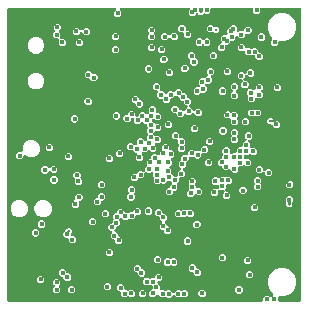
<source format=gbr>
G04 EAGLE Gerber RS-274X export*
G75*
%MOMM*%
%FSLAX34Y34*%
%LPD*%
%INCopper Layer 15*%
%IPPOS*%
%AMOC8*
5,1,8,0,0,1.08239X$1,22.5*%
G01*
%ADD10C,0.304800*%
%ADD11C,0.254000*%
%ADD12C,0.406400*%
%ADD13C,0.088900*%
%ADD14C,0.114300*%
%ADD15C,0.127000*%

G36*
X218050Y2556D02*
X218050Y2556D01*
X218169Y2563D01*
X218207Y2576D01*
X218248Y2581D01*
X218358Y2624D01*
X218471Y2661D01*
X218506Y2683D01*
X218543Y2698D01*
X218639Y2767D01*
X218740Y2831D01*
X218768Y2861D01*
X218801Y2884D01*
X218877Y2976D01*
X218958Y3063D01*
X218978Y3098D01*
X219003Y3129D01*
X219054Y3237D01*
X219112Y3341D01*
X219122Y3381D01*
X219139Y3417D01*
X219161Y3534D01*
X219191Y3649D01*
X219195Y3709D01*
X219199Y3729D01*
X219197Y3750D01*
X219201Y3810D01*
X219201Y5835D01*
X220987Y7621D01*
X223513Y7621D01*
X224528Y6606D01*
X224622Y6533D01*
X224711Y6454D01*
X224747Y6436D01*
X224779Y6411D01*
X224888Y6364D01*
X224994Y6310D01*
X225033Y6301D01*
X225071Y6285D01*
X225188Y6266D01*
X225304Y6240D01*
X225345Y6241D01*
X225385Y6235D01*
X225503Y6246D01*
X225622Y6250D01*
X225661Y6261D01*
X225701Y6265D01*
X225814Y6305D01*
X225928Y6338D01*
X225963Y6359D01*
X226001Y6372D01*
X226099Y6439D01*
X226202Y6500D01*
X226247Y6540D01*
X226264Y6551D01*
X226277Y6566D01*
X226323Y6606D01*
X227429Y7713D01*
X227502Y7807D01*
X227581Y7896D01*
X227599Y7932D01*
X227624Y7964D01*
X227671Y8073D01*
X227725Y8179D01*
X227734Y8218D01*
X227750Y8256D01*
X227769Y8373D01*
X227795Y8489D01*
X227794Y8530D01*
X227800Y8570D01*
X227789Y8688D01*
X227785Y8807D01*
X227774Y8846D01*
X227770Y8886D01*
X227730Y8998D01*
X227697Y9113D01*
X227676Y9148D01*
X227663Y9186D01*
X227596Y9284D01*
X227535Y9387D01*
X227496Y9432D01*
X227484Y9449D01*
X227469Y9462D01*
X227429Y9508D01*
X224721Y12215D01*
X222884Y16650D01*
X222884Y21450D01*
X224721Y25885D01*
X228115Y29279D01*
X232550Y31116D01*
X237350Y31116D01*
X241785Y29279D01*
X245179Y25885D01*
X247016Y21450D01*
X247016Y16650D01*
X245179Y12215D01*
X241785Y8821D01*
X237350Y6984D01*
X232918Y6984D01*
X232800Y6969D01*
X232681Y6962D01*
X232643Y6949D01*
X232602Y6944D01*
X232492Y6901D01*
X232379Y6864D01*
X232344Y6842D01*
X232307Y6827D01*
X232211Y6758D01*
X232110Y6694D01*
X232082Y6664D01*
X232049Y6641D01*
X231973Y6549D01*
X231892Y6462D01*
X231872Y6427D01*
X231847Y6396D01*
X231796Y6288D01*
X231738Y6184D01*
X231728Y6144D01*
X231711Y6108D01*
X231689Y5991D01*
X231659Y5876D01*
X231655Y5816D01*
X231651Y5796D01*
X231653Y5775D01*
X231649Y5715D01*
X231649Y3810D01*
X231664Y3692D01*
X231671Y3573D01*
X231684Y3535D01*
X231689Y3494D01*
X231732Y3384D01*
X231769Y3271D01*
X231791Y3236D01*
X231806Y3199D01*
X231875Y3103D01*
X231939Y3002D01*
X231969Y2974D01*
X231992Y2941D01*
X232084Y2865D01*
X232171Y2784D01*
X232206Y2764D01*
X232237Y2739D01*
X232345Y2688D01*
X232449Y2630D01*
X232489Y2620D01*
X232525Y2603D01*
X232642Y2581D01*
X232757Y2551D01*
X232817Y2547D01*
X232837Y2543D01*
X232858Y2545D01*
X232918Y2541D01*
X250190Y2541D01*
X250308Y2556D01*
X250427Y2563D01*
X250465Y2576D01*
X250506Y2581D01*
X250616Y2624D01*
X250729Y2661D01*
X250764Y2683D01*
X250801Y2698D01*
X250897Y2767D01*
X250998Y2831D01*
X251026Y2861D01*
X251059Y2884D01*
X251135Y2976D01*
X251216Y3063D01*
X251236Y3098D01*
X251261Y3129D01*
X251312Y3237D01*
X251370Y3341D01*
X251380Y3381D01*
X251397Y3417D01*
X251419Y3534D01*
X251449Y3649D01*
X251453Y3709D01*
X251457Y3729D01*
X251455Y3750D01*
X251459Y3810D01*
X251459Y250190D01*
X251444Y250308D01*
X251437Y250427D01*
X251424Y250465D01*
X251419Y250506D01*
X251376Y250616D01*
X251339Y250729D01*
X251317Y250764D01*
X251302Y250801D01*
X251233Y250897D01*
X251169Y250998D01*
X251139Y251026D01*
X251116Y251059D01*
X251024Y251135D01*
X250937Y251216D01*
X250902Y251236D01*
X250871Y251261D01*
X250763Y251312D01*
X250659Y251370D01*
X250619Y251380D01*
X250583Y251397D01*
X250466Y251419D01*
X250351Y251449D01*
X250291Y251453D01*
X250271Y251457D01*
X250250Y251455D01*
X250190Y251459D01*
X217932Y251459D01*
X217814Y251444D01*
X217695Y251437D01*
X217657Y251424D01*
X217616Y251419D01*
X217506Y251376D01*
X217393Y251339D01*
X217358Y251317D01*
X217321Y251302D01*
X217225Y251233D01*
X217124Y251169D01*
X217096Y251139D01*
X217063Y251116D01*
X216987Y251024D01*
X216906Y250937D01*
X216886Y250902D01*
X216861Y250871D01*
X216810Y250763D01*
X216752Y250659D01*
X216742Y250619D01*
X216725Y250583D01*
X216703Y250466D01*
X216673Y250351D01*
X216669Y250291D01*
X216665Y250271D01*
X216667Y250250D01*
X216663Y250190D01*
X216663Y248165D01*
X214877Y246379D01*
X212351Y246379D01*
X210565Y248165D01*
X210565Y250190D01*
X210550Y250308D01*
X210543Y250427D01*
X210530Y250465D01*
X210525Y250506D01*
X210482Y250616D01*
X210445Y250729D01*
X210423Y250764D01*
X210408Y250801D01*
X210339Y250897D01*
X210275Y250998D01*
X210245Y251026D01*
X210222Y251059D01*
X210130Y251135D01*
X210043Y251216D01*
X210008Y251236D01*
X209977Y251261D01*
X209869Y251312D01*
X209765Y251370D01*
X209725Y251380D01*
X209689Y251397D01*
X209572Y251419D01*
X209457Y251449D01*
X209397Y251453D01*
X209377Y251457D01*
X209356Y251455D01*
X209296Y251459D01*
X175791Y251459D01*
X175673Y251444D01*
X175554Y251437D01*
X175515Y251424D01*
X175475Y251419D01*
X175364Y251376D01*
X175251Y251339D01*
X175217Y251317D01*
X175180Y251302D01*
X175083Y251233D01*
X174983Y251169D01*
X174955Y251139D01*
X174922Y251116D01*
X174846Y251024D01*
X174765Y250937D01*
X174745Y250902D01*
X174719Y250871D01*
X174669Y250763D01*
X174611Y250659D01*
X174601Y250619D01*
X174584Y250583D01*
X174562Y250466D01*
X174532Y250351D01*
X174528Y250291D01*
X174524Y250271D01*
X174525Y250250D01*
X174522Y250190D01*
X174522Y248142D01*
X172736Y246356D01*
X170199Y246356D01*
X170152Y246393D01*
X170063Y246472D01*
X170027Y246490D01*
X169995Y246515D01*
X169886Y246562D01*
X169780Y246616D01*
X169740Y246625D01*
X169703Y246641D01*
X169586Y246660D01*
X169470Y246686D01*
X169429Y246685D01*
X169389Y246691D01*
X169271Y246680D01*
X169152Y246676D01*
X169113Y246665D01*
X169073Y246661D01*
X168961Y246621D01*
X168846Y246588D01*
X168811Y246567D01*
X168773Y246554D01*
X168675Y246487D01*
X168572Y246426D01*
X168527Y246387D01*
X168510Y246375D01*
X168497Y246360D01*
X168451Y246320D01*
X167277Y245145D01*
X165172Y245145D01*
X164016Y246301D01*
X163922Y246374D01*
X163833Y246453D01*
X163797Y246472D01*
X163765Y246496D01*
X163655Y246544D01*
X163549Y246598D01*
X163510Y246607D01*
X163473Y246623D01*
X163355Y246641D01*
X163239Y246667D01*
X163199Y246666D01*
X163159Y246673D01*
X163040Y246661D01*
X162921Y246658D01*
X162882Y246647D01*
X162842Y246643D01*
X162730Y246602D01*
X162616Y246569D01*
X162581Y246549D01*
X162543Y246535D01*
X162444Y246468D01*
X162342Y246408D01*
X162297Y246368D01*
X162280Y246357D01*
X162266Y246341D01*
X162221Y246301D01*
X160267Y244347D01*
X157741Y244347D01*
X155955Y246133D01*
X155955Y248659D01*
X156589Y249293D01*
X156674Y249402D01*
X156763Y249509D01*
X156772Y249528D01*
X156784Y249544D01*
X156839Y249671D01*
X156898Y249797D01*
X156902Y249817D01*
X156910Y249836D01*
X156932Y249974D01*
X156958Y250110D01*
X156957Y250130D01*
X156960Y250150D01*
X156947Y250289D01*
X156938Y250427D01*
X156932Y250446D01*
X156930Y250466D01*
X156883Y250598D01*
X156840Y250729D01*
X156830Y250747D01*
X156823Y250766D01*
X156745Y250881D01*
X156670Y250998D01*
X156655Y251012D01*
X156644Y251029D01*
X156540Y251121D01*
X156439Y251216D01*
X156421Y251226D01*
X156406Y251239D01*
X156282Y251302D01*
X156160Y251370D01*
X156141Y251375D01*
X156122Y251384D01*
X155987Y251414D01*
X155852Y251449D01*
X155824Y251451D01*
X155812Y251454D01*
X155792Y251453D01*
X155691Y251459D01*
X98817Y251459D01*
X98679Y251442D01*
X98540Y251429D01*
X98521Y251422D01*
X98501Y251419D01*
X98372Y251368D01*
X98241Y251321D01*
X98224Y251310D01*
X98205Y251302D01*
X98093Y251221D01*
X97978Y251143D01*
X97964Y251127D01*
X97948Y251116D01*
X97859Y251008D01*
X97767Y250904D01*
X97758Y250886D01*
X97745Y250871D01*
X97686Y250745D01*
X97623Y250621D01*
X97618Y250601D01*
X97610Y250583D01*
X97584Y250446D01*
X97553Y250311D01*
X97554Y250290D01*
X97550Y250271D01*
X97558Y250132D01*
X97563Y249993D01*
X97568Y249973D01*
X97570Y249953D01*
X97612Y249821D01*
X97651Y249687D01*
X97661Y249670D01*
X97668Y249651D01*
X97742Y249533D01*
X97813Y249413D01*
X97831Y249392D01*
X97838Y249382D01*
X97853Y249368D01*
X97919Y249293D01*
X99061Y248151D01*
X99061Y245625D01*
X97275Y243839D01*
X94749Y243839D01*
X92963Y245625D01*
X92963Y248151D01*
X94105Y249293D01*
X94190Y249402D01*
X94279Y249509D01*
X94288Y249528D01*
X94300Y249544D01*
X94355Y249671D01*
X94414Y249797D01*
X94418Y249817D01*
X94426Y249836D01*
X94448Y249974D01*
X94474Y250110D01*
X94473Y250130D01*
X94476Y250150D01*
X94463Y250289D01*
X94454Y250427D01*
X94448Y250446D01*
X94446Y250466D01*
X94399Y250598D01*
X94356Y250729D01*
X94346Y250747D01*
X94339Y250766D01*
X94261Y250881D01*
X94186Y250998D01*
X94171Y251012D01*
X94160Y251029D01*
X94056Y251121D01*
X93955Y251216D01*
X93937Y251226D01*
X93922Y251239D01*
X93798Y251303D01*
X93676Y251370D01*
X93657Y251375D01*
X93638Y251384D01*
X93503Y251414D01*
X93368Y251449D01*
X93340Y251451D01*
X93328Y251454D01*
X93308Y251453D01*
X93207Y251459D01*
X3810Y251459D01*
X3692Y251444D01*
X3573Y251437D01*
X3535Y251424D01*
X3494Y251419D01*
X3384Y251376D01*
X3271Y251339D01*
X3236Y251317D01*
X3199Y251302D01*
X3103Y251233D01*
X3002Y251169D01*
X2974Y251139D01*
X2941Y251116D01*
X2865Y251024D01*
X2784Y250937D01*
X2764Y250902D01*
X2739Y250871D01*
X2688Y250763D01*
X2630Y250659D01*
X2620Y250619D01*
X2603Y250583D01*
X2581Y250466D01*
X2551Y250351D01*
X2547Y250291D01*
X2543Y250271D01*
X2545Y250250D01*
X2541Y250190D01*
X2541Y3810D01*
X2556Y3692D01*
X2563Y3573D01*
X2576Y3535D01*
X2581Y3494D01*
X2624Y3384D01*
X2661Y3271D01*
X2683Y3236D01*
X2698Y3199D01*
X2767Y3103D01*
X2831Y3002D01*
X2861Y2974D01*
X2884Y2941D01*
X2976Y2865D01*
X3063Y2784D01*
X3098Y2764D01*
X3129Y2739D01*
X3237Y2688D01*
X3341Y2630D01*
X3381Y2620D01*
X3417Y2603D01*
X3534Y2581D01*
X3649Y2551D01*
X3709Y2547D01*
X3729Y2543D01*
X3750Y2545D01*
X3810Y2541D01*
X217932Y2541D01*
X218050Y2556D01*
G37*
%LPC*%
G36*
X138437Y92709D02*
X138437Y92709D01*
X136651Y94495D01*
X136651Y97021D01*
X138437Y98807D01*
X139192Y98807D01*
X139310Y98822D01*
X139429Y98829D01*
X139467Y98842D01*
X139508Y98847D01*
X139618Y98890D01*
X139731Y98927D01*
X139766Y98949D01*
X139803Y98964D01*
X139899Y99033D01*
X140000Y99097D01*
X140028Y99127D01*
X140061Y99150D01*
X140137Y99242D01*
X140218Y99329D01*
X140238Y99364D01*
X140263Y99395D01*
X140314Y99503D01*
X140372Y99607D01*
X140382Y99647D01*
X140399Y99683D01*
X140421Y99800D01*
X140451Y99915D01*
X140455Y99975D01*
X140459Y99995D01*
X140457Y100016D01*
X140461Y100076D01*
X140461Y100831D01*
X141857Y102227D01*
X141930Y102321D01*
X142009Y102410D01*
X142027Y102446D01*
X142052Y102478D01*
X142099Y102587D01*
X142153Y102693D01*
X142162Y102733D01*
X142178Y102770D01*
X142197Y102887D01*
X142223Y103003D01*
X142222Y103044D01*
X142228Y103084D01*
X142217Y103203D01*
X142213Y103321D01*
X142202Y103360D01*
X142198Y103400D01*
X142158Y103513D01*
X142125Y103627D01*
X142104Y103662D01*
X142091Y103700D01*
X142024Y103798D01*
X141963Y103901D01*
X141924Y103946D01*
X141912Y103963D01*
X141897Y103976D01*
X141857Y104022D01*
X141445Y104433D01*
X141441Y104440D01*
X141411Y104468D01*
X141388Y104501D01*
X141296Y104577D01*
X141209Y104658D01*
X141174Y104678D01*
X141143Y104703D01*
X141035Y104754D01*
X140931Y104812D01*
X140891Y104822D01*
X140855Y104839D01*
X140738Y104861D01*
X140623Y104891D01*
X140563Y104895D01*
X140543Y104899D01*
X140522Y104897D01*
X140462Y104901D01*
X138803Y104901D01*
X138704Y104889D01*
X138605Y104886D01*
X138547Y104869D01*
X138487Y104861D01*
X138395Y104825D01*
X138300Y104797D01*
X138248Y104767D01*
X138191Y104744D01*
X138111Y104686D01*
X138026Y104636D01*
X137951Y104570D01*
X137934Y104558D01*
X137926Y104548D01*
X137905Y104530D01*
X135883Y102507D01*
X133357Y102507D01*
X133304Y102560D01*
X133210Y102633D01*
X133121Y102712D01*
X133085Y102730D01*
X133053Y102755D01*
X132944Y102802D01*
X132838Y102856D01*
X132799Y102865D01*
X132761Y102881D01*
X132643Y102900D01*
X132528Y102926D01*
X132487Y102925D01*
X132447Y102931D01*
X132329Y102920D01*
X132210Y102916D01*
X132171Y102905D01*
X132131Y102901D01*
X132019Y102861D01*
X131904Y102828D01*
X131869Y102807D01*
X131831Y102794D01*
X131733Y102727D01*
X131630Y102666D01*
X131585Y102627D01*
X131568Y102615D01*
X131555Y102600D01*
X131509Y102560D01*
X130803Y101853D01*
X128277Y101853D01*
X126491Y103639D01*
X126491Y106165D01*
X126744Y106418D01*
X126817Y106512D01*
X126896Y106601D01*
X126914Y106637D01*
X126939Y106669D01*
X126986Y106778D01*
X127040Y106884D01*
X127049Y106923D01*
X127065Y106961D01*
X127084Y107078D01*
X127110Y107194D01*
X127109Y107235D01*
X127115Y107275D01*
X127104Y107393D01*
X127100Y107512D01*
X127089Y107551D01*
X127085Y107591D01*
X127045Y107703D01*
X127012Y107818D01*
X126991Y107853D01*
X126978Y107891D01*
X126911Y107989D01*
X126850Y108092D01*
X126811Y108137D01*
X126799Y108154D01*
X126784Y108167D01*
X126744Y108213D01*
X126237Y108719D01*
X126237Y111241D01*
X126220Y111379D01*
X126207Y111518D01*
X126200Y111537D01*
X126197Y111557D01*
X126146Y111687D01*
X126099Y111817D01*
X126088Y111834D01*
X126080Y111853D01*
X125999Y111965D01*
X125921Y112080D01*
X125905Y112094D01*
X125894Y112110D01*
X125786Y112199D01*
X125682Y112291D01*
X125664Y112300D01*
X125649Y112313D01*
X125523Y112372D01*
X125399Y112435D01*
X125379Y112440D01*
X125361Y112448D01*
X125224Y112474D01*
X125089Y112505D01*
X125068Y112504D01*
X125049Y112508D01*
X124910Y112500D01*
X124771Y112495D01*
X124751Y112490D01*
X124731Y112488D01*
X124599Y112446D01*
X124465Y112407D01*
X124448Y112397D01*
X124429Y112390D01*
X124311Y112316D01*
X124191Y112245D01*
X124170Y112227D01*
X124160Y112220D01*
X124146Y112205D01*
X124071Y112139D01*
X123691Y111759D01*
X121165Y111759D01*
X120785Y112139D01*
X120676Y112224D01*
X120569Y112313D01*
X120550Y112321D01*
X120534Y112334D01*
X120406Y112389D01*
X120281Y112448D01*
X120261Y112452D01*
X120242Y112460D01*
X120104Y112482D01*
X119968Y112508D01*
X119948Y112507D01*
X119928Y112510D01*
X119789Y112497D01*
X119651Y112488D01*
X119632Y112482D01*
X119612Y112480D01*
X119481Y112433D01*
X119349Y112390D01*
X119331Y112380D01*
X119312Y112373D01*
X119198Y112295D01*
X119080Y112220D01*
X119066Y112205D01*
X119049Y112194D01*
X118957Y112090D01*
X118862Y111989D01*
X118852Y111971D01*
X118839Y111956D01*
X118776Y111832D01*
X118708Y111710D01*
X118703Y111691D01*
X118694Y111672D01*
X118664Y111537D01*
X118629Y111402D01*
X118627Y111374D01*
X118624Y111362D01*
X118625Y111342D01*
X118619Y111241D01*
X118619Y108719D01*
X116833Y106933D01*
X114057Y106933D01*
X113958Y106921D01*
X113859Y106918D01*
X113801Y106901D01*
X113741Y106893D01*
X113649Y106857D01*
X113554Y106829D01*
X113502Y106799D01*
X113445Y106776D01*
X113365Y106718D01*
X113280Y106668D01*
X113205Y106602D01*
X113188Y106590D01*
X113180Y106580D01*
X113159Y106562D01*
X111245Y104647D01*
X108719Y104647D01*
X106933Y106433D01*
X106933Y108959D01*
X108719Y110745D01*
X111495Y110745D01*
X111594Y110757D01*
X111693Y110760D01*
X111751Y110777D01*
X111811Y110785D01*
X111903Y110821D01*
X111998Y110849D01*
X112050Y110879D01*
X112107Y110902D01*
X112187Y110960D01*
X112272Y111010D01*
X112347Y111076D01*
X112364Y111088D01*
X112372Y111098D01*
X112393Y111116D01*
X114307Y113031D01*
X116833Y113031D01*
X117213Y112651D01*
X117322Y112566D01*
X117429Y112477D01*
X117448Y112469D01*
X117464Y112456D01*
X117592Y112401D01*
X117717Y112342D01*
X117737Y112338D01*
X117756Y112330D01*
X117894Y112308D01*
X118030Y112282D01*
X118050Y112283D01*
X118070Y112280D01*
X118209Y112293D01*
X118347Y112302D01*
X118366Y112308D01*
X118386Y112310D01*
X118517Y112357D01*
X118649Y112400D01*
X118667Y112410D01*
X118686Y112417D01*
X118800Y112495D01*
X118918Y112570D01*
X118932Y112585D01*
X118949Y112596D01*
X119041Y112700D01*
X119136Y112801D01*
X119146Y112819D01*
X119159Y112834D01*
X119222Y112957D01*
X119290Y113080D01*
X119295Y113099D01*
X119304Y113118D01*
X119334Y113253D01*
X119369Y113388D01*
X119371Y113416D01*
X119374Y113428D01*
X119373Y113448D01*
X119379Y113549D01*
X119379Y116071D01*
X120648Y117340D01*
X120721Y117434D01*
X120800Y117523D01*
X120818Y117559D01*
X120843Y117591D01*
X120890Y117700D01*
X120944Y117806D01*
X120953Y117846D01*
X120969Y117883D01*
X120988Y118000D01*
X121014Y118116D01*
X121013Y118157D01*
X121019Y118197D01*
X121008Y118316D01*
X121004Y118434D01*
X120993Y118473D01*
X120989Y118513D01*
X120949Y118625D01*
X120916Y118740D01*
X120895Y118775D01*
X120882Y118813D01*
X120815Y118911D01*
X120754Y119014D01*
X120715Y119059D01*
X120703Y119076D01*
X120688Y119089D01*
X120649Y119133D01*
X120649Y121659D01*
X122435Y123445D01*
X123190Y123445D01*
X123308Y123460D01*
X123427Y123467D01*
X123465Y123480D01*
X123506Y123485D01*
X123616Y123528D01*
X123729Y123565D01*
X123764Y123587D01*
X123801Y123602D01*
X123897Y123671D01*
X123998Y123735D01*
X124026Y123765D01*
X124059Y123788D01*
X124135Y123880D01*
X124216Y123967D01*
X124236Y124002D01*
X124261Y124033D01*
X124312Y124141D01*
X124370Y124245D01*
X124380Y124285D01*
X124397Y124321D01*
X124419Y124438D01*
X124449Y124553D01*
X124453Y124613D01*
X124457Y124633D01*
X124455Y124654D01*
X124459Y124714D01*
X124459Y125469D01*
X126363Y127373D01*
X126448Y127482D01*
X126537Y127589D01*
X126545Y127608D01*
X126558Y127624D01*
X126613Y127752D01*
X126672Y127877D01*
X126676Y127897D01*
X126719Y127833D01*
X126794Y127716D01*
X126809Y127702D01*
X126820Y127685D01*
X126924Y127593D01*
X127025Y127498D01*
X127043Y127488D01*
X127058Y127475D01*
X127182Y127411D01*
X127304Y127344D01*
X127323Y127339D01*
X127342Y127330D01*
X127477Y127300D01*
X127612Y127265D01*
X127640Y127263D01*
X127652Y127260D01*
X127672Y127261D01*
X127773Y127255D01*
X128771Y127255D01*
X129405Y126621D01*
X129514Y126536D01*
X129621Y126447D01*
X129640Y126438D01*
X129656Y126426D01*
X129783Y126371D01*
X129909Y126312D01*
X129929Y126308D01*
X129948Y126300D01*
X130086Y126278D01*
X130222Y126252D01*
X130242Y126253D01*
X130262Y126250D01*
X130401Y126263D01*
X130539Y126272D01*
X130558Y126278D01*
X130578Y126280D01*
X130710Y126327D01*
X130841Y126370D01*
X130859Y126380D01*
X130878Y126387D01*
X130993Y126465D01*
X131110Y126540D01*
X131124Y126555D01*
X131141Y126566D01*
X131233Y126670D01*
X131328Y126771D01*
X131338Y126789D01*
X131351Y126804D01*
X131414Y126928D01*
X131482Y127050D01*
X131487Y127069D01*
X131496Y127088D01*
X131526Y127223D01*
X131561Y127358D01*
X131563Y127386D01*
X131566Y127398D01*
X131565Y127418D01*
X131571Y127519D01*
X131571Y129533D01*
X133232Y131193D01*
X133292Y131271D01*
X133360Y131343D01*
X133389Y131396D01*
X133426Y131444D01*
X133466Y131535D01*
X133514Y131622D01*
X133529Y131681D01*
X133553Y131736D01*
X133568Y131834D01*
X133593Y131930D01*
X133599Y132030D01*
X133603Y132050D01*
X133601Y132063D01*
X133603Y132091D01*
X133603Y134613D01*
X135389Y136399D01*
X137915Y136399D01*
X139701Y134613D01*
X139701Y131826D01*
X139716Y131708D01*
X139723Y131589D01*
X139736Y131551D01*
X139741Y131510D01*
X139784Y131400D01*
X139821Y131287D01*
X139843Y131252D01*
X139858Y131215D01*
X139927Y131119D01*
X139991Y131018D01*
X140021Y130990D01*
X140044Y130957D01*
X140136Y130881D01*
X140223Y130800D01*
X140258Y130780D01*
X140289Y130755D01*
X140397Y130704D01*
X140501Y130646D01*
X140541Y130636D01*
X140577Y130619D01*
X140694Y130597D01*
X140809Y130567D01*
X140869Y130563D01*
X140889Y130559D01*
X140910Y130561D01*
X140970Y130557D01*
X142233Y130557D01*
X144019Y128771D01*
X144019Y126245D01*
X142230Y124457D01*
X142113Y124442D01*
X141974Y124429D01*
X141955Y124422D01*
X141935Y124419D01*
X141806Y124368D01*
X141675Y124321D01*
X141658Y124310D01*
X141639Y124302D01*
X141527Y124221D01*
X141412Y124143D01*
X141398Y124127D01*
X141382Y124116D01*
X141293Y124008D01*
X141201Y123904D01*
X141192Y123886D01*
X141179Y123871D01*
X141120Y123745D01*
X141057Y123621D01*
X141052Y123601D01*
X141044Y123583D01*
X141018Y123446D01*
X140987Y123311D01*
X140988Y123290D01*
X140984Y123271D01*
X140992Y123132D01*
X140997Y122993D01*
X141002Y122973D01*
X141004Y122953D01*
X141046Y122821D01*
X141085Y122687D01*
X141095Y122670D01*
X141102Y122651D01*
X141176Y122533D01*
X141247Y122413D01*
X141265Y122392D01*
X141272Y122382D01*
X141287Y122368D01*
X141353Y122293D01*
X141987Y121659D01*
X141987Y119133D01*
X140083Y117230D01*
X140010Y117135D01*
X139931Y117046D01*
X139913Y117010D01*
X139888Y116978D01*
X139841Y116869D01*
X139787Y116763D01*
X139778Y116724D01*
X139762Y116686D01*
X139743Y116569D01*
X139717Y116453D01*
X139718Y116412D01*
X139712Y116372D01*
X139723Y116254D01*
X139727Y116135D01*
X139738Y116096D01*
X139742Y116056D01*
X139782Y115943D01*
X139815Y115829D01*
X139836Y115795D01*
X139849Y115756D01*
X139916Y115658D01*
X139977Y115555D01*
X140017Y115510D01*
X140028Y115493D01*
X140043Y115480D01*
X140083Y115435D01*
X141225Y114293D01*
X141225Y111263D01*
X141237Y111164D01*
X141240Y111065D01*
X141257Y111007D01*
X141265Y110947D01*
X141301Y110855D01*
X141329Y110760D01*
X141359Y110708D01*
X141382Y110651D01*
X141440Y110571D01*
X141490Y110486D01*
X141556Y110411D01*
X141568Y110394D01*
X141578Y110386D01*
X141596Y110365D01*
X143035Y108927D01*
X143039Y108920D01*
X143069Y108892D01*
X143092Y108859D01*
X143184Y108783D01*
X143271Y108702D01*
X143306Y108682D01*
X143337Y108657D01*
X143445Y108606D01*
X143549Y108548D01*
X143589Y108538D01*
X143625Y108521D01*
X143742Y108499D01*
X143857Y108469D01*
X143917Y108465D01*
X143937Y108461D01*
X143958Y108463D01*
X144018Y108459D01*
X145542Y108459D01*
X145660Y108474D01*
X145779Y108481D01*
X145817Y108494D01*
X145858Y108499D01*
X145968Y108542D01*
X146081Y108579D01*
X146116Y108601D01*
X146153Y108616D01*
X146249Y108685D01*
X146350Y108749D01*
X146378Y108779D01*
X146411Y108802D01*
X146487Y108894D01*
X146568Y108981D01*
X146588Y109016D01*
X146613Y109047D01*
X146664Y109155D01*
X146722Y109259D01*
X146732Y109299D01*
X146749Y109335D01*
X146771Y109452D01*
X146801Y109567D01*
X146805Y109627D01*
X146809Y109647D01*
X146807Y109668D01*
X146811Y109728D01*
X146811Y112007D01*
X148682Y113877D01*
X148698Y113884D01*
X148829Y113931D01*
X148846Y113942D01*
X148864Y113950D01*
X148977Y114031D01*
X149092Y114109D01*
X149105Y114125D01*
X149122Y114136D01*
X149211Y114244D01*
X149302Y114348D01*
X149312Y114366D01*
X149325Y114381D01*
X149384Y114507D01*
X149447Y114631D01*
X149452Y114651D01*
X149460Y114669D01*
X149486Y114806D01*
X149517Y114941D01*
X149516Y114962D01*
X149520Y114981D01*
X149511Y115120D01*
X149507Y115259D01*
X149501Y115279D01*
X149500Y115299D01*
X149457Y115431D01*
X149419Y115565D01*
X149408Y115582D01*
X149402Y115601D01*
X149328Y115719D01*
X149257Y115839D01*
X149239Y115860D01*
X149232Y115870D01*
X149217Y115884D01*
X149151Y115959D01*
X147537Y117573D01*
X147537Y120099D01*
X149488Y122049D01*
X149548Y122127D01*
X149616Y122199D01*
X149645Y122252D01*
X149682Y122300D01*
X149722Y122391D01*
X149770Y122478D01*
X149785Y122536D01*
X149809Y122592D01*
X149824Y122690D01*
X149849Y122786D01*
X149855Y122886D01*
X149859Y122906D01*
X149857Y122919D01*
X149859Y122947D01*
X149859Y124961D01*
X151645Y126747D01*
X154178Y126747D01*
X154296Y126762D01*
X154415Y126769D01*
X154453Y126782D01*
X154494Y126787D01*
X154604Y126830D01*
X154717Y126867D01*
X154752Y126889D01*
X154789Y126904D01*
X154885Y126973D01*
X154986Y127037D01*
X155014Y127067D01*
X155047Y127090D01*
X155123Y127182D01*
X155204Y127269D01*
X155224Y127304D01*
X155249Y127335D01*
X155300Y127443D01*
X155358Y127547D01*
X155368Y127587D01*
X155385Y127623D01*
X155407Y127740D01*
X155437Y127855D01*
X155441Y127915D01*
X155445Y127935D01*
X155443Y127956D01*
X155447Y128016D01*
X155447Y129533D01*
X157233Y131319D01*
X159759Y131319D01*
X160911Y130166D01*
X160989Y130106D01*
X161061Y130038D01*
X161115Y130009D01*
X161162Y129972D01*
X161253Y129932D01*
X161340Y129884D01*
X161399Y129869D01*
X161454Y129845D01*
X161552Y129830D01*
X161648Y129805D01*
X161748Y129799D01*
X161768Y129795D01*
X161781Y129797D01*
X161809Y129795D01*
X165100Y129795D01*
X165218Y129810D01*
X165337Y129817D01*
X165375Y129830D01*
X165416Y129835D01*
X165526Y129878D01*
X165639Y129915D01*
X165674Y129937D01*
X165711Y129952D01*
X165807Y130021D01*
X165908Y130085D01*
X165936Y130115D01*
X165969Y130138D01*
X166045Y130230D01*
X166126Y130317D01*
X166146Y130352D01*
X166171Y130383D01*
X166222Y130491D01*
X166280Y130595D01*
X166290Y130635D01*
X166307Y130671D01*
X166329Y130788D01*
X166359Y130903D01*
X166363Y130963D01*
X166367Y130983D01*
X166365Y131004D01*
X166369Y131064D01*
X166369Y132327D01*
X168155Y134113D01*
X170899Y134113D01*
X171037Y134130D01*
X171175Y134143D01*
X171194Y134150D01*
X171212Y134152D01*
X171218Y134054D01*
X171223Y133915D01*
X171228Y133895D01*
X171230Y133875D01*
X171272Y133743D01*
X171311Y133609D01*
X171321Y133592D01*
X171328Y133573D01*
X171402Y133455D01*
X171473Y133335D01*
X171491Y133314D01*
X171498Y133304D01*
X171513Y133290D01*
X171579Y133215D01*
X172467Y132327D01*
X172467Y129801D01*
X170681Y128015D01*
X167894Y128015D01*
X167776Y128000D01*
X167657Y127993D01*
X167619Y127980D01*
X167578Y127975D01*
X167468Y127932D01*
X167355Y127895D01*
X167320Y127873D01*
X167283Y127858D01*
X167187Y127789D01*
X167086Y127725D01*
X167058Y127695D01*
X167025Y127672D01*
X166949Y127580D01*
X166868Y127493D01*
X166848Y127458D01*
X166823Y127427D01*
X166772Y127319D01*
X166714Y127215D01*
X166704Y127175D01*
X166687Y127139D01*
X166665Y127022D01*
X166635Y126907D01*
X166631Y126847D01*
X166627Y126827D01*
X166629Y126806D01*
X166625Y126746D01*
X166625Y125483D01*
X164839Y123697D01*
X162313Y123697D01*
X161161Y124850D01*
X161083Y124910D01*
X161011Y124978D01*
X160958Y125007D01*
X160910Y125044D01*
X160819Y125084D01*
X160732Y125132D01*
X160673Y125147D01*
X160618Y125171D01*
X160520Y125186D01*
X160424Y125211D01*
X160324Y125217D01*
X160304Y125221D01*
X160291Y125219D01*
X160263Y125221D01*
X157226Y125221D01*
X157108Y125206D01*
X156989Y125199D01*
X156951Y125186D01*
X156910Y125181D01*
X156800Y125138D01*
X156687Y125101D01*
X156652Y125079D01*
X156615Y125064D01*
X156519Y124995D01*
X156418Y124931D01*
X156390Y124901D01*
X156357Y124878D01*
X156281Y124786D01*
X156200Y124699D01*
X156180Y124664D01*
X156155Y124633D01*
X156104Y124525D01*
X156046Y124421D01*
X156036Y124381D01*
X156019Y124345D01*
X155997Y124228D01*
X155967Y124113D01*
X155963Y124053D01*
X155959Y124033D01*
X155961Y124012D01*
X155957Y123952D01*
X155957Y122435D01*
X154006Y120485D01*
X153946Y120407D01*
X153878Y120334D01*
X153849Y120281D01*
X153811Y120234D01*
X153772Y120143D01*
X153724Y120056D01*
X153709Y119997D01*
X153685Y119942D01*
X153670Y119844D01*
X153645Y119748D01*
X153638Y119648D01*
X153635Y119628D01*
X153636Y119615D01*
X153635Y119587D01*
X153635Y117573D01*
X151764Y115703D01*
X151748Y115696D01*
X151617Y115649D01*
X151600Y115638D01*
X151581Y115630D01*
X151469Y115549D01*
X151354Y115470D01*
X151340Y115455D01*
X151324Y115443D01*
X151235Y115336D01*
X151143Y115232D01*
X151134Y115214D01*
X151121Y115198D01*
X151062Y115073D01*
X150999Y114949D01*
X150994Y114929D01*
X150986Y114911D01*
X150960Y114774D01*
X150929Y114639D01*
X150930Y114618D01*
X150926Y114598D01*
X150935Y114460D01*
X150939Y114321D01*
X150944Y114301D01*
X150946Y114281D01*
X150988Y114149D01*
X151027Y114015D01*
X151037Y113998D01*
X151044Y113978D01*
X151118Y113861D01*
X151189Y113741D01*
X151207Y113720D01*
X151214Y113710D01*
X151229Y113696D01*
X151295Y113620D01*
X152909Y112007D01*
X152909Y109481D01*
X151123Y107695D01*
X149098Y107695D01*
X148980Y107680D01*
X148861Y107673D01*
X148823Y107660D01*
X148782Y107655D01*
X148672Y107612D01*
X148559Y107575D01*
X148524Y107553D01*
X148487Y107538D01*
X148391Y107469D01*
X148290Y107405D01*
X148262Y107375D01*
X148229Y107352D01*
X148153Y107260D01*
X148072Y107173D01*
X148052Y107138D01*
X148027Y107107D01*
X147976Y106999D01*
X147918Y106895D01*
X147908Y106855D01*
X147891Y106819D01*
X147869Y106702D01*
X147839Y106587D01*
X147835Y106527D01*
X147831Y106507D01*
X147833Y106486D01*
X147829Y106426D01*
X147829Y104147D01*
X146433Y102752D01*
X146360Y102657D01*
X146281Y102568D01*
X146263Y102532D01*
X146238Y102500D01*
X146191Y102391D01*
X146137Y102285D01*
X146128Y102246D01*
X146112Y102208D01*
X146093Y102091D01*
X146067Y101975D01*
X146068Y101934D01*
X146062Y101894D01*
X146073Y101776D01*
X146077Y101657D01*
X146088Y101618D01*
X146092Y101578D01*
X146132Y101465D01*
X146165Y101351D01*
X146186Y101317D01*
X146199Y101278D01*
X146266Y101180D01*
X146327Y101077D01*
X146367Y101032D01*
X146378Y101015D01*
X146393Y101002D01*
X146433Y100957D01*
X146559Y100831D01*
X146559Y98305D01*
X144773Y96519D01*
X144018Y96519D01*
X143900Y96504D01*
X143781Y96497D01*
X143743Y96484D01*
X143702Y96479D01*
X143592Y96436D01*
X143479Y96399D01*
X143444Y96377D01*
X143407Y96362D01*
X143311Y96293D01*
X143210Y96229D01*
X143182Y96199D01*
X143149Y96176D01*
X143073Y96084D01*
X142992Y95997D01*
X142972Y95962D01*
X142947Y95931D01*
X142896Y95823D01*
X142838Y95719D01*
X142828Y95679D01*
X142811Y95643D01*
X142789Y95526D01*
X142759Y95411D01*
X142755Y95351D01*
X142751Y95331D01*
X142753Y95310D01*
X142749Y95250D01*
X142749Y94495D01*
X140963Y92709D01*
X138437Y92709D01*
G37*
%LPD*%
%LPC*%
G36*
X113037Y121665D02*
X113037Y121665D01*
X111251Y123451D01*
X111251Y125977D01*
X111885Y126611D01*
X111970Y126720D01*
X112059Y126827D01*
X112068Y126846D01*
X112080Y126862D01*
X112135Y126989D01*
X112194Y127115D01*
X112198Y127135D01*
X112206Y127154D01*
X112228Y127292D01*
X112254Y127428D01*
X112253Y127448D01*
X112256Y127468D01*
X112243Y127607D01*
X112234Y127745D01*
X112228Y127764D01*
X112226Y127784D01*
X112179Y127916D01*
X112136Y128047D01*
X112126Y128065D01*
X112119Y128084D01*
X112041Y128199D01*
X111966Y128316D01*
X111951Y128330D01*
X111940Y128347D01*
X111836Y128439D01*
X111735Y128534D01*
X111717Y128544D01*
X111702Y128557D01*
X111578Y128620D01*
X111456Y128688D01*
X111437Y128693D01*
X111418Y128702D01*
X111283Y128732D01*
X111148Y128767D01*
X111120Y128769D01*
X111108Y128772D01*
X111088Y128771D01*
X111006Y128776D01*
X109599Y130184D01*
X109521Y130244D01*
X109449Y130312D01*
X109396Y130341D01*
X109348Y130378D01*
X109257Y130418D01*
X109170Y130466D01*
X109111Y130481D01*
X109056Y130505D01*
X108958Y130520D01*
X108862Y130545D01*
X108762Y130551D01*
X108742Y130555D01*
X108729Y130553D01*
X108701Y130555D01*
X105925Y130555D01*
X104139Y132341D01*
X104139Y134867D01*
X105925Y136653D01*
X108451Y136653D01*
X109857Y135246D01*
X109935Y135186D01*
X110007Y135118D01*
X110060Y135089D01*
X110108Y135052D01*
X110199Y135012D01*
X110286Y134964D01*
X110344Y134949D01*
X110400Y134925D01*
X110498Y134910D01*
X110594Y134885D01*
X110694Y134879D01*
X110714Y134875D01*
X110727Y134877D01*
X110755Y134875D01*
X110998Y134875D01*
X111116Y134890D01*
X111235Y134897D01*
X111273Y134910D01*
X111314Y134915D01*
X111424Y134958D01*
X111537Y134995D01*
X111572Y135017D01*
X111609Y135032D01*
X111705Y135101D01*
X111806Y135165D01*
X111834Y135195D01*
X111867Y135218D01*
X111943Y135310D01*
X112024Y135397D01*
X112044Y135432D01*
X112069Y135463D01*
X112120Y135571D01*
X112178Y135675D01*
X112188Y135715D01*
X112205Y135751D01*
X112227Y135868D01*
X112257Y135983D01*
X112261Y136043D01*
X112265Y136063D01*
X112263Y136084D01*
X112267Y136144D01*
X112267Y138931D01*
X114053Y140717D01*
X116579Y140717D01*
X118482Y138813D01*
X118577Y138740D01*
X118666Y138661D01*
X118702Y138643D01*
X118734Y138618D01*
X118843Y138571D01*
X118949Y138517D01*
X118988Y138508D01*
X119026Y138492D01*
X119143Y138473D01*
X119259Y138447D01*
X119300Y138448D01*
X119340Y138442D01*
X119458Y138453D01*
X119577Y138457D01*
X119616Y138468D01*
X119656Y138472D01*
X119768Y138512D01*
X119883Y138545D01*
X119917Y138566D01*
X119956Y138579D01*
X120054Y138646D01*
X120157Y138707D01*
X120202Y138746D01*
X120219Y138758D01*
X120232Y138773D01*
X120277Y138813D01*
X120563Y139098D01*
X120636Y139192D01*
X120714Y139281D01*
X120733Y139317D01*
X120758Y139349D01*
X120805Y139459D01*
X120859Y139565D01*
X120868Y139604D01*
X120884Y139641D01*
X120903Y139759D01*
X120929Y139875D01*
X120927Y139915D01*
X120934Y139955D01*
X120923Y140074D01*
X120919Y140193D01*
X120908Y140232D01*
X120904Y140272D01*
X120864Y140384D01*
X120831Y140498D01*
X120823Y140511D01*
X120823Y143158D01*
X121352Y143687D01*
X121425Y143781D01*
X121504Y143870D01*
X121522Y143906D01*
X121547Y143938D01*
X121594Y144047D01*
X121648Y144153D01*
X121657Y144193D01*
X121673Y144230D01*
X121692Y144348D01*
X121718Y144464D01*
X121717Y144504D01*
X121723Y144544D01*
X121712Y144663D01*
X121708Y144781D01*
X121697Y144820D01*
X121693Y144861D01*
X121653Y144973D01*
X121620Y145087D01*
X121599Y145122D01*
X121585Y145160D01*
X121519Y145258D01*
X121458Y145361D01*
X121418Y145406D01*
X121407Y145423D01*
X121392Y145436D01*
X121352Y145482D01*
X120903Y145930D01*
X120903Y148456D01*
X121283Y148835D01*
X121356Y148929D01*
X121435Y149019D01*
X121453Y149055D01*
X121478Y149087D01*
X121525Y149196D01*
X121579Y149302D01*
X121588Y149341D01*
X121604Y149379D01*
X121623Y149496D01*
X121649Y149612D01*
X121648Y149653D01*
X121654Y149693D01*
X121643Y149811D01*
X121639Y149930D01*
X121628Y149969D01*
X121624Y150009D01*
X121584Y150121D01*
X121551Y150236D01*
X121530Y150271D01*
X121517Y150309D01*
X121450Y150407D01*
X121389Y150510D01*
X121349Y150555D01*
X121338Y150572D01*
X121323Y150585D01*
X121283Y150630D01*
X120903Y151010D01*
X120903Y151638D01*
X120888Y151756D01*
X120881Y151875D01*
X120868Y151913D01*
X120863Y151954D01*
X120820Y152064D01*
X120783Y152177D01*
X120761Y152212D01*
X120746Y152249D01*
X120677Y152345D01*
X120613Y152446D01*
X120583Y152474D01*
X120560Y152507D01*
X120468Y152583D01*
X120381Y152664D01*
X120346Y152684D01*
X120315Y152709D01*
X120207Y152760D01*
X120103Y152818D01*
X120063Y152828D01*
X120027Y152845D01*
X119910Y152867D01*
X119795Y152897D01*
X119735Y152901D01*
X119715Y152905D01*
X119694Y152903D01*
X119634Y152907D01*
X119133Y152907D01*
X117357Y154684D01*
X117262Y154757D01*
X117173Y154836D01*
X117137Y154854D01*
X117105Y154879D01*
X116996Y154926D01*
X116890Y154980D01*
X116851Y154989D01*
X116813Y155005D01*
X116696Y155024D01*
X116580Y155050D01*
X116539Y155049D01*
X116499Y155055D01*
X116381Y155044D01*
X116262Y155040D01*
X116223Y155029D01*
X116183Y155025D01*
X116070Y154985D01*
X115956Y154952D01*
X115922Y154931D01*
X115883Y154918D01*
X115785Y154851D01*
X115682Y154790D01*
X115637Y154750D01*
X115620Y154739D01*
X115607Y154724D01*
X115562Y154684D01*
X114039Y153161D01*
X111513Y153161D01*
X109727Y154947D01*
X109727Y156972D01*
X109712Y157090D01*
X109705Y157209D01*
X109692Y157247D01*
X109687Y157288D01*
X109644Y157398D01*
X109607Y157511D01*
X109585Y157546D01*
X109570Y157583D01*
X109501Y157679D01*
X109437Y157780D01*
X109407Y157808D01*
X109384Y157841D01*
X109292Y157917D01*
X109205Y157998D01*
X109170Y158018D01*
X109139Y158043D01*
X109031Y158094D01*
X108927Y158152D01*
X108887Y158162D01*
X108851Y158179D01*
X108734Y158201D01*
X108619Y158231D01*
X108559Y158235D01*
X108539Y158239D01*
X108518Y158237D01*
X108458Y158241D01*
X108204Y158241D01*
X108086Y158226D01*
X107967Y158219D01*
X107929Y158206D01*
X107888Y158201D01*
X107778Y158158D01*
X107665Y158121D01*
X107630Y158099D01*
X107593Y158084D01*
X107497Y158015D01*
X107396Y157951D01*
X107368Y157921D01*
X107335Y157898D01*
X107259Y157806D01*
X107178Y157719D01*
X107158Y157684D01*
X107133Y157653D01*
X107082Y157545D01*
X107024Y157441D01*
X107014Y157401D01*
X106997Y157365D01*
X106975Y157248D01*
X106945Y157133D01*
X106941Y157073D01*
X106937Y157053D01*
X106939Y157032D01*
X106935Y156972D01*
X106935Y156217D01*
X105149Y154431D01*
X102623Y154431D01*
X100837Y156217D01*
X100837Y158743D01*
X102623Y160529D01*
X103378Y160529D01*
X103496Y160544D01*
X103615Y160551D01*
X103653Y160564D01*
X103694Y160569D01*
X103804Y160612D01*
X103917Y160649D01*
X103952Y160671D01*
X103989Y160686D01*
X104085Y160755D01*
X104186Y160819D01*
X104214Y160849D01*
X104247Y160872D01*
X104323Y160964D01*
X104404Y161051D01*
X104424Y161086D01*
X104449Y161117D01*
X104500Y161225D01*
X104558Y161329D01*
X104568Y161369D01*
X104585Y161405D01*
X104607Y161522D01*
X104637Y161637D01*
X104641Y161697D01*
X104645Y161717D01*
X104643Y161738D01*
X104647Y161798D01*
X104647Y162553D01*
X106433Y164339D01*
X108959Y164339D01*
X110745Y162553D01*
X110745Y160528D01*
X110760Y160410D01*
X110767Y160291D01*
X110780Y160253D01*
X110785Y160212D01*
X110828Y160102D01*
X110865Y159989D01*
X110887Y159954D01*
X110902Y159917D01*
X110971Y159821D01*
X111035Y159720D01*
X111065Y159692D01*
X111088Y159659D01*
X111180Y159583D01*
X111267Y159502D01*
X111302Y159482D01*
X111333Y159457D01*
X111441Y159406D01*
X111545Y159348D01*
X111585Y159338D01*
X111621Y159321D01*
X111738Y159299D01*
X111853Y159269D01*
X111913Y159265D01*
X111933Y159261D01*
X111954Y159263D01*
X112014Y159259D01*
X112522Y159259D01*
X112640Y159274D01*
X112759Y159281D01*
X112797Y159294D01*
X112838Y159299D01*
X112948Y159342D01*
X113061Y159379D01*
X113096Y159401D01*
X113133Y159416D01*
X113229Y159485D01*
X113330Y159549D01*
X113358Y159579D01*
X113391Y159602D01*
X113467Y159694D01*
X113548Y159781D01*
X113568Y159816D01*
X113593Y159847D01*
X113644Y159955D01*
X113702Y160059D01*
X113712Y160099D01*
X113729Y160135D01*
X113751Y160252D01*
X113781Y160367D01*
X113785Y160427D01*
X113789Y160447D01*
X113787Y160468D01*
X113791Y160528D01*
X113791Y161029D01*
X115577Y162815D01*
X118103Y162815D01*
X119499Y161419D01*
X119593Y161346D01*
X119682Y161267D01*
X119718Y161249D01*
X119750Y161224D01*
X119859Y161177D01*
X119965Y161123D01*
X120004Y161114D01*
X120042Y161098D01*
X120159Y161079D01*
X120275Y161053D01*
X120316Y161054D01*
X120356Y161048D01*
X120474Y161059D01*
X120593Y161063D01*
X120632Y161074D01*
X120672Y161078D01*
X120784Y161118D01*
X120899Y161151D01*
X120934Y161172D01*
X120972Y161185D01*
X121070Y161252D01*
X121173Y161313D01*
X121218Y161352D01*
X121235Y161364D01*
X121248Y161379D01*
X121294Y161419D01*
X122045Y162171D01*
X122118Y162265D01*
X122197Y162354D01*
X122215Y162390D01*
X122240Y162422D01*
X122287Y162531D01*
X122341Y162637D01*
X122350Y162677D01*
X122366Y162714D01*
X122385Y162831D01*
X122411Y162947D01*
X122410Y162988D01*
X122416Y163028D01*
X122405Y163146D01*
X122401Y163265D01*
X122390Y163304D01*
X122386Y163344D01*
X122346Y163456D01*
X122313Y163571D01*
X122292Y163606D01*
X122279Y163644D01*
X122212Y163742D01*
X122173Y163807D01*
X122173Y166363D01*
X123959Y168149D01*
X126485Y168149D01*
X128271Y166363D01*
X128271Y163322D01*
X128286Y163204D01*
X128293Y163085D01*
X128306Y163047D01*
X128311Y163006D01*
X128354Y162896D01*
X128391Y162783D01*
X128413Y162748D01*
X128428Y162711D01*
X128497Y162615D01*
X128561Y162514D01*
X128591Y162486D01*
X128614Y162453D01*
X128706Y162377D01*
X128793Y162296D01*
X128828Y162276D01*
X128859Y162251D01*
X128967Y162200D01*
X129071Y162142D01*
X129111Y162132D01*
X129147Y162115D01*
X129264Y162093D01*
X129379Y162063D01*
X129439Y162059D01*
X129459Y162055D01*
X129480Y162057D01*
X129540Y162053D01*
X131057Y162053D01*
X132843Y160267D01*
X132843Y157741D01*
X131057Y155955D01*
X128531Y155955D01*
X127389Y157097D01*
X127295Y157170D01*
X127206Y157249D01*
X127170Y157267D01*
X127138Y157292D01*
X127029Y157339D01*
X126923Y157393D01*
X126884Y157402D01*
X126846Y157418D01*
X126728Y157437D01*
X126613Y157463D01*
X126572Y157462D01*
X126532Y157468D01*
X126413Y157457D01*
X126295Y157453D01*
X126256Y157442D01*
X126216Y157438D01*
X126103Y157398D01*
X125989Y157365D01*
X125954Y157344D01*
X125916Y157331D01*
X125818Y157264D01*
X125715Y157203D01*
X125670Y157164D01*
X125653Y157152D01*
X125640Y157137D01*
X125594Y157097D01*
X125414Y156917D01*
X125342Y156823D01*
X125263Y156734D01*
X125244Y156698D01*
X125220Y156666D01*
X125172Y156556D01*
X125118Y156450D01*
X125109Y156411D01*
X125093Y156374D01*
X125075Y156256D01*
X125049Y156140D01*
X125050Y156100D01*
X125043Y156060D01*
X125055Y155941D01*
X125058Y155822D01*
X125069Y155783D01*
X125073Y155743D01*
X125114Y155631D01*
X125147Y155517D01*
X125167Y155482D01*
X125181Y155444D01*
X125248Y155346D01*
X125308Y155243D01*
X125348Y155197D01*
X125360Y155181D01*
X125375Y155167D01*
X125415Y155122D01*
X127055Y153482D01*
X127149Y153408D01*
X127238Y153330D01*
X127274Y153311D01*
X127306Y153287D01*
X127416Y153239D01*
X127522Y153185D01*
X127561Y153176D01*
X127598Y153160D01*
X127716Y153142D01*
X127832Y153116D01*
X127872Y153117D01*
X127912Y153110D01*
X128031Y153122D01*
X128150Y153125D01*
X128189Y153136D01*
X128229Y153140D01*
X128291Y153163D01*
X131057Y153163D01*
X132843Y151377D01*
X132843Y148851D01*
X131057Y147065D01*
X128270Y147065D01*
X128152Y147050D01*
X128033Y147043D01*
X127995Y147030D01*
X127954Y147025D01*
X127844Y146982D01*
X127731Y146945D01*
X127696Y146923D01*
X127659Y146908D01*
X127563Y146839D01*
X127462Y146775D01*
X127434Y146745D01*
X127401Y146722D01*
X127325Y146630D01*
X127244Y146543D01*
X127224Y146508D01*
X127199Y146477D01*
X127148Y146369D01*
X127090Y146265D01*
X127080Y146225D01*
X127063Y146189D01*
X127041Y146072D01*
X127011Y145957D01*
X127010Y145939D01*
X126472Y145402D01*
X126399Y145308D01*
X126320Y145218D01*
X126302Y145182D01*
X126277Y145150D01*
X126230Y145041D01*
X126176Y144935D01*
X126167Y144896D01*
X126151Y144859D01*
X126132Y144741D01*
X126106Y144625D01*
X126107Y144585D01*
X126101Y144544D01*
X126112Y144426D01*
X126116Y144307D01*
X126127Y144268D01*
X126131Y144228D01*
X126171Y144116D01*
X126204Y144001D01*
X126225Y143967D01*
X126239Y143929D01*
X126305Y143830D01*
X126366Y143728D01*
X126406Y143682D01*
X126417Y143665D01*
X126432Y143652D01*
X126472Y143607D01*
X126779Y143300D01*
X126873Y143227D01*
X126963Y143148D01*
X126999Y143130D01*
X127030Y143105D01*
X127140Y143057D01*
X127246Y143003D01*
X127285Y142994D01*
X127322Y142978D01*
X127440Y142960D01*
X127556Y142934D01*
X127597Y142935D01*
X127636Y142929D01*
X127755Y142940D01*
X127874Y142943D01*
X127913Y142955D01*
X127953Y142958D01*
X128065Y142999D01*
X128079Y143003D01*
X130803Y143003D01*
X132589Y141217D01*
X132589Y138691D01*
X130803Y136905D01*
X128789Y136905D01*
X128651Y136888D01*
X128512Y136875D01*
X128493Y136868D01*
X128473Y136865D01*
X128344Y136814D01*
X128213Y136767D01*
X128196Y136756D01*
X128177Y136748D01*
X128065Y136667D01*
X127950Y136589D01*
X127936Y136573D01*
X127920Y136562D01*
X127831Y136454D01*
X127739Y136350D01*
X127730Y136332D01*
X127717Y136317D01*
X127658Y136191D01*
X127595Y136067D01*
X127590Y136047D01*
X127582Y136029D01*
X127556Y135892D01*
X127525Y135757D01*
X127526Y135736D01*
X127522Y135717D01*
X127530Y135578D01*
X127535Y135439D01*
X127540Y135419D01*
X127542Y135399D01*
X127584Y135267D01*
X127623Y135133D01*
X127633Y135116D01*
X127640Y135097D01*
X127714Y134979D01*
X127785Y134859D01*
X127803Y134838D01*
X127810Y134828D01*
X127825Y134814D01*
X127891Y134739D01*
X128779Y133851D01*
X128779Y131325D01*
X126875Y129421D01*
X126790Y129312D01*
X126701Y129205D01*
X126693Y129186D01*
X126680Y129170D01*
X126625Y129042D01*
X126566Y128917D01*
X126562Y128897D01*
X126519Y128961D01*
X126444Y129078D01*
X126429Y129092D01*
X126418Y129109D01*
X126314Y129201D01*
X126213Y129296D01*
X126195Y129306D01*
X126180Y129319D01*
X126056Y129383D01*
X125934Y129450D01*
X125915Y129455D01*
X125896Y129464D01*
X125761Y129494D01*
X125626Y129529D01*
X125598Y129531D01*
X125586Y129534D01*
X125566Y129533D01*
X125465Y129539D01*
X124467Y129539D01*
X123453Y130554D01*
X123358Y130627D01*
X123269Y130706D01*
X123233Y130724D01*
X123201Y130749D01*
X123092Y130796D01*
X122986Y130850D01*
X122947Y130859D01*
X122909Y130875D01*
X122792Y130894D01*
X122676Y130920D01*
X122635Y130919D01*
X122595Y130925D01*
X122477Y130914D01*
X122358Y130910D01*
X122319Y130899D01*
X122279Y130895D01*
X122166Y130855D01*
X122052Y130822D01*
X122018Y130801D01*
X121979Y130788D01*
X121881Y130721D01*
X121778Y130660D01*
X121733Y130620D01*
X121716Y130609D01*
X121703Y130594D01*
X121658Y130554D01*
X120135Y129031D01*
X117359Y129031D01*
X117221Y129014D01*
X117082Y129001D01*
X117063Y128994D01*
X117043Y128991D01*
X116914Y128940D01*
X116783Y128893D01*
X116766Y128882D01*
X116747Y128874D01*
X116635Y128793D01*
X116520Y128715D01*
X116506Y128699D01*
X116490Y128688D01*
X116401Y128580D01*
X116309Y128476D01*
X116300Y128458D01*
X116287Y128443D01*
X116228Y128317D01*
X116165Y128193D01*
X116160Y128173D01*
X116152Y128155D01*
X116126Y128018D01*
X116095Y127883D01*
X116096Y127862D01*
X116092Y127843D01*
X116100Y127704D01*
X116105Y127565D01*
X116110Y127545D01*
X116112Y127525D01*
X116154Y127393D01*
X116193Y127259D01*
X116203Y127242D01*
X116210Y127223D01*
X116284Y127105D01*
X116355Y126985D01*
X116373Y126964D01*
X116380Y126954D01*
X116395Y126940D01*
X116461Y126865D01*
X117349Y125977D01*
X117349Y123451D01*
X115563Y121665D01*
X113037Y121665D01*
G37*
%LPD*%
%LPC*%
G36*
X227529Y219201D02*
X227529Y219201D01*
X225743Y220987D01*
X225743Y223513D01*
X226636Y224406D01*
X226709Y224500D01*
X226787Y224589D01*
X226806Y224625D01*
X226831Y224657D01*
X226878Y224766D01*
X226932Y224872D01*
X226941Y224912D01*
X226957Y224949D01*
X226976Y225067D01*
X227002Y225183D01*
X227000Y225223D01*
X227007Y225263D01*
X226996Y225382D01*
X226992Y225501D01*
X226981Y225539D01*
X226977Y225580D01*
X226937Y225692D01*
X226904Y225806D01*
X226883Y225841D01*
X226869Y225879D01*
X226802Y225978D01*
X226742Y226080D01*
X226702Y226125D01*
X226691Y226142D01*
X226676Y226156D01*
X226636Y226201D01*
X224721Y228115D01*
X222884Y232550D01*
X222884Y237350D01*
X224721Y241785D01*
X228115Y245179D01*
X232550Y247016D01*
X237350Y247016D01*
X241785Y245179D01*
X245179Y241785D01*
X247016Y237350D01*
X247016Y232550D01*
X245179Y228115D01*
X241785Y224721D01*
X237350Y222884D01*
X233109Y222884D01*
X232991Y222869D01*
X232873Y222862D01*
X232834Y222849D01*
X232794Y222844D01*
X232683Y222801D01*
X232570Y222764D01*
X232536Y222742D01*
X232498Y222727D01*
X232402Y222658D01*
X232301Y222594D01*
X232274Y222564D01*
X232241Y222541D01*
X232165Y222449D01*
X232083Y222362D01*
X232064Y222327D01*
X232038Y222296D01*
X231987Y222188D01*
X231930Y222084D01*
X231920Y222044D01*
X231903Y222008D01*
X231880Y221891D01*
X231850Y221776D01*
X231847Y221716D01*
X231843Y221696D01*
X231844Y221675D01*
X231840Y221615D01*
X231840Y220987D01*
X230054Y219201D01*
X227529Y219201D01*
G37*
%LPD*%
%LPC*%
G36*
X193301Y111759D02*
X193301Y111759D01*
X191476Y113584D01*
X191475Y113589D01*
X191424Y113719D01*
X191377Y113849D01*
X191366Y113866D01*
X191358Y113885D01*
X191277Y113997D01*
X191199Y114112D01*
X191183Y114126D01*
X191172Y114142D01*
X191064Y114231D01*
X190960Y114323D01*
X190942Y114332D01*
X190927Y114345D01*
X190801Y114404D01*
X190677Y114467D01*
X190657Y114472D01*
X190639Y114480D01*
X190502Y114506D01*
X190367Y114537D01*
X190346Y114536D01*
X190327Y114540D01*
X190188Y114532D01*
X190049Y114527D01*
X190029Y114522D01*
X190009Y114520D01*
X189877Y114478D01*
X189743Y114439D01*
X189726Y114429D01*
X189707Y114422D01*
X189589Y114348D01*
X189469Y114277D01*
X189448Y114259D01*
X189438Y114252D01*
X189424Y114237D01*
X189349Y114171D01*
X188969Y113791D01*
X186443Y113791D01*
X184657Y115577D01*
X184657Y116078D01*
X184642Y116196D01*
X184635Y116315D01*
X184622Y116353D01*
X184617Y116394D01*
X184574Y116504D01*
X184537Y116617D01*
X184515Y116652D01*
X184500Y116689D01*
X184431Y116785D01*
X184367Y116886D01*
X184337Y116914D01*
X184314Y116947D01*
X184222Y117023D01*
X184135Y117104D01*
X184100Y117124D01*
X184069Y117149D01*
X183961Y117200D01*
X183857Y117258D01*
X183817Y117268D01*
X183781Y117285D01*
X183664Y117307D01*
X183549Y117337D01*
X183489Y117341D01*
X183469Y117345D01*
X183448Y117343D01*
X183388Y117347D01*
X182633Y117347D01*
X180847Y119133D01*
X180847Y121659D01*
X182633Y123445D01*
X183388Y123445D01*
X183506Y123460D01*
X183625Y123467D01*
X183663Y123480D01*
X183704Y123485D01*
X183814Y123528D01*
X183927Y123565D01*
X183962Y123587D01*
X183999Y123602D01*
X184095Y123671D01*
X184196Y123735D01*
X184224Y123765D01*
X184257Y123788D01*
X184333Y123880D01*
X184414Y123967D01*
X184434Y124002D01*
X184459Y124033D01*
X184510Y124141D01*
X184568Y124245D01*
X184578Y124285D01*
X184595Y124321D01*
X184617Y124438D01*
X184647Y124553D01*
X184651Y124613D01*
X184655Y124633D01*
X184653Y124654D01*
X184657Y124714D01*
X184657Y126231D01*
X185037Y126611D01*
X185110Y126705D01*
X185189Y126794D01*
X185207Y126830D01*
X185232Y126862D01*
X185279Y126971D01*
X185333Y127077D01*
X185342Y127116D01*
X185358Y127154D01*
X185377Y127271D01*
X185403Y127387D01*
X185402Y127428D01*
X185408Y127468D01*
X185397Y127586D01*
X185393Y127705D01*
X185382Y127744D01*
X185378Y127784D01*
X185338Y127896D01*
X185305Y128011D01*
X185284Y128046D01*
X185271Y128084D01*
X185204Y128182D01*
X185143Y128285D01*
X185104Y128330D01*
X185092Y128347D01*
X185077Y128360D01*
X185037Y128406D01*
X184657Y128785D01*
X184657Y131311D01*
X186443Y133097D01*
X188969Y133097D01*
X190755Y131311D01*
X190755Y128535D01*
X190772Y128397D01*
X190785Y128258D01*
X190792Y128239D01*
X190795Y128219D01*
X190846Y128089D01*
X190893Y127959D01*
X190904Y127942D01*
X190912Y127923D01*
X190993Y127811D01*
X191071Y127696D01*
X191087Y127682D01*
X191098Y127666D01*
X191206Y127577D01*
X191310Y127485D01*
X191328Y127476D01*
X191343Y127463D01*
X191469Y127404D01*
X191593Y127341D01*
X191613Y127336D01*
X191631Y127328D01*
X191768Y127302D01*
X191903Y127271D01*
X191924Y127272D01*
X191943Y127268D01*
X192082Y127276D01*
X192221Y127281D01*
X192241Y127286D01*
X192261Y127288D01*
X192393Y127330D01*
X192527Y127369D01*
X192544Y127379D01*
X192563Y127386D01*
X192681Y127460D01*
X192801Y127531D01*
X192822Y127549D01*
X192832Y127556D01*
X192846Y127571D01*
X192921Y127637D01*
X193301Y128017D01*
X195326Y128017D01*
X195444Y128032D01*
X195563Y128039D01*
X195601Y128052D01*
X195642Y128057D01*
X195752Y128100D01*
X195865Y128137D01*
X195900Y128159D01*
X195937Y128174D01*
X196033Y128243D01*
X196134Y128307D01*
X196162Y128337D01*
X196195Y128360D01*
X196271Y128452D01*
X196352Y128539D01*
X196372Y128574D01*
X196397Y128605D01*
X196448Y128713D01*
X196506Y128817D01*
X196516Y128857D01*
X196533Y128893D01*
X196555Y129010D01*
X196585Y129125D01*
X196589Y129185D01*
X196593Y129205D01*
X196591Y129226D01*
X196595Y129286D01*
X196595Y131565D01*
X198381Y133351D01*
X200406Y133351D01*
X200524Y133366D01*
X200643Y133373D01*
X200681Y133386D01*
X200722Y133391D01*
X200832Y133434D01*
X200945Y133471D01*
X200980Y133493D01*
X201017Y133508D01*
X201113Y133577D01*
X201214Y133641D01*
X201242Y133671D01*
X201275Y133694D01*
X201351Y133786D01*
X201432Y133873D01*
X201452Y133908D01*
X201477Y133939D01*
X201528Y134047D01*
X201586Y134151D01*
X201596Y134191D01*
X201613Y134227D01*
X201635Y134344D01*
X201665Y134459D01*
X201669Y134519D01*
X201673Y134539D01*
X201671Y134560D01*
X201675Y134620D01*
X201675Y136645D01*
X203461Y138431D01*
X203951Y138431D01*
X204089Y138448D01*
X204228Y138461D01*
X204247Y138468D01*
X204267Y138471D01*
X204396Y138522D01*
X204527Y138569D01*
X204544Y138580D01*
X204563Y138588D01*
X204675Y138669D01*
X204790Y138747D01*
X204804Y138763D01*
X204820Y138774D01*
X204909Y138882D01*
X205001Y138986D01*
X205010Y139004D01*
X205023Y139019D01*
X205082Y139145D01*
X205145Y139269D01*
X205150Y139289D01*
X205158Y139307D01*
X205184Y139444D01*
X205215Y139579D01*
X205214Y139600D01*
X205218Y139619D01*
X205210Y139758D01*
X205205Y139897D01*
X205200Y139917D01*
X205198Y139937D01*
X205156Y140069D01*
X205117Y140203D01*
X205107Y140220D01*
X205100Y140239D01*
X205026Y140357D01*
X204955Y140477D01*
X204937Y140498D01*
X204930Y140508D01*
X204915Y140522D01*
X204849Y140597D01*
X203961Y141485D01*
X203961Y144011D01*
X205747Y145797D01*
X208273Y145797D01*
X210059Y144011D01*
X210059Y141485D01*
X208273Y139699D01*
X207783Y139699D01*
X207645Y139682D01*
X207506Y139669D01*
X207487Y139662D01*
X207467Y139659D01*
X207338Y139608D01*
X207207Y139561D01*
X207190Y139550D01*
X207171Y139542D01*
X207059Y139461D01*
X206944Y139383D01*
X206930Y139367D01*
X206914Y139356D01*
X206825Y139248D01*
X206733Y139144D01*
X206724Y139126D01*
X206711Y139111D01*
X206652Y138985D01*
X206589Y138861D01*
X206584Y138841D01*
X206576Y138823D01*
X206550Y138686D01*
X206519Y138551D01*
X206520Y138530D01*
X206516Y138511D01*
X206524Y138372D01*
X206529Y138233D01*
X206534Y138213D01*
X206536Y138193D01*
X206578Y138061D01*
X206617Y137927D01*
X206627Y137910D01*
X206634Y137891D01*
X206708Y137773D01*
X206779Y137653D01*
X206797Y137632D01*
X206804Y137622D01*
X206819Y137608D01*
X206885Y137533D01*
X207773Y136645D01*
X207773Y134112D01*
X207788Y133994D01*
X207795Y133875D01*
X207808Y133837D01*
X207813Y133796D01*
X207857Y133685D01*
X207893Y133573D01*
X207915Y133538D01*
X207930Y133501D01*
X207999Y133405D01*
X208063Y133304D01*
X208093Y133276D01*
X208116Y133243D01*
X208208Y133167D01*
X208295Y133086D01*
X208330Y133066D01*
X208361Y133041D01*
X208469Y132990D01*
X208573Y132932D01*
X208613Y132922D01*
X208649Y132905D01*
X208766Y132883D01*
X208881Y132853D01*
X208941Y132849D01*
X208961Y132845D01*
X208982Y132847D01*
X209042Y132843D01*
X211829Y132843D01*
X213615Y131057D01*
X213615Y128531D01*
X211829Y126745D01*
X209303Y126745D01*
X208543Y127506D01*
X208449Y127579D01*
X208359Y127658D01*
X208323Y127676D01*
X208291Y127701D01*
X208182Y127748D01*
X208076Y127802D01*
X208037Y127811D01*
X207999Y127827D01*
X207882Y127846D01*
X207766Y127872D01*
X207725Y127871D01*
X207685Y127877D01*
X207567Y127866D01*
X207448Y127862D01*
X207409Y127851D01*
X207369Y127847D01*
X207256Y127807D01*
X207142Y127774D01*
X207108Y127753D01*
X207069Y127740D01*
X206971Y127673D01*
X206868Y127612D01*
X206823Y127572D01*
X206806Y127561D01*
X206793Y127546D01*
X206748Y127506D01*
X206241Y126999D01*
X203962Y126999D01*
X203844Y126984D01*
X203725Y126977D01*
X203687Y126964D01*
X203646Y126959D01*
X203536Y126916D01*
X203423Y126879D01*
X203388Y126857D01*
X203351Y126842D01*
X203255Y126773D01*
X203154Y126709D01*
X203126Y126679D01*
X203093Y126656D01*
X203017Y126564D01*
X202936Y126477D01*
X202916Y126442D01*
X202891Y126411D01*
X202840Y126303D01*
X202782Y126199D01*
X202772Y126159D01*
X202755Y126123D01*
X202733Y126006D01*
X202703Y125891D01*
X202699Y125830D01*
X202695Y125811D01*
X202697Y125790D01*
X202693Y125730D01*
X202693Y124217D01*
X202710Y124079D01*
X202723Y123940D01*
X202730Y123921D01*
X202733Y123901D01*
X202784Y123772D01*
X202831Y123641D01*
X202842Y123624D01*
X202850Y123605D01*
X202931Y123493D01*
X203009Y123378D01*
X203025Y123364D01*
X203036Y123348D01*
X203144Y123259D01*
X203248Y123167D01*
X203266Y123158D01*
X203281Y123145D01*
X203407Y123086D01*
X203531Y123023D01*
X203551Y123018D01*
X203569Y123010D01*
X203706Y122984D01*
X203841Y122953D01*
X203862Y122954D01*
X203881Y122950D01*
X204020Y122958D01*
X204159Y122963D01*
X204179Y122968D01*
X204199Y122970D01*
X204331Y123012D01*
X204465Y123051D01*
X204482Y123061D01*
X204501Y123068D01*
X204619Y123142D01*
X204702Y123191D01*
X207257Y123191D01*
X209043Y121405D01*
X209043Y118879D01*
X207257Y117093D01*
X204731Y117093D01*
X203716Y118108D01*
X203622Y118181D01*
X203533Y118260D01*
X203497Y118278D01*
X203465Y118303D01*
X203356Y118350D01*
X203250Y118404D01*
X203211Y118413D01*
X203173Y118429D01*
X203056Y118448D01*
X202940Y118474D01*
X202899Y118473D01*
X202859Y118479D01*
X202741Y118468D01*
X202622Y118464D01*
X202583Y118453D01*
X202543Y118449D01*
X202431Y118409D01*
X202316Y118376D01*
X202281Y118355D01*
X202243Y118342D01*
X202145Y118275D01*
X202042Y118214D01*
X201997Y118175D01*
X201980Y118163D01*
X201967Y118148D01*
X201921Y118108D01*
X200907Y117093D01*
X198882Y117093D01*
X198764Y117078D01*
X198645Y117071D01*
X198607Y117058D01*
X198566Y117053D01*
X198456Y117010D01*
X198343Y116973D01*
X198308Y116951D01*
X198271Y116936D01*
X198175Y116867D01*
X198074Y116803D01*
X198046Y116773D01*
X198013Y116750D01*
X197937Y116658D01*
X197856Y116571D01*
X197836Y116536D01*
X197811Y116505D01*
X197760Y116397D01*
X197702Y116293D01*
X197692Y116253D01*
X197675Y116217D01*
X197653Y116100D01*
X197623Y115985D01*
X197619Y115925D01*
X197615Y115905D01*
X197617Y115884D01*
X197613Y115824D01*
X197613Y113545D01*
X195827Y111759D01*
X193301Y111759D01*
G37*
%LPD*%
%LPC*%
G36*
X147647Y158495D02*
X147647Y158495D01*
X145862Y160281D01*
X145862Y160782D01*
X145847Y160900D01*
X145839Y161019D01*
X145827Y161057D01*
X145822Y161098D01*
X145778Y161208D01*
X145741Y161321D01*
X145720Y161356D01*
X145705Y161393D01*
X145635Y161489D01*
X145571Y161590D01*
X145542Y161618D01*
X145518Y161651D01*
X145426Y161727D01*
X145339Y161808D01*
X145304Y161828D01*
X145273Y161853D01*
X145165Y161904D01*
X145061Y161962D01*
X145022Y161972D01*
X144985Y161989D01*
X144868Y162011D01*
X144753Y162041D01*
X144693Y162045D01*
X144673Y162049D01*
X144652Y162047D01*
X144592Y162051D01*
X143263Y162051D01*
X141477Y163837D01*
X141477Y166363D01*
X143263Y168149D01*
X145789Y168149D01*
X147575Y166363D01*
X147575Y165862D01*
X147590Y165744D01*
X147597Y165625D01*
X147610Y165587D01*
X147615Y165546D01*
X147658Y165436D01*
X147695Y165323D01*
X147717Y165288D01*
X147732Y165251D01*
X147801Y165155D01*
X147865Y165054D01*
X147895Y165026D01*
X147918Y164993D01*
X148010Y164917D01*
X148097Y164836D01*
X148132Y164816D01*
X148163Y164791D01*
X148271Y164740D01*
X148375Y164682D01*
X148415Y164672D01*
X148451Y164655D01*
X148568Y164633D01*
X148683Y164603D01*
X148743Y164599D01*
X148763Y164595D01*
X148784Y164597D01*
X148844Y164593D01*
X150173Y164593D01*
X150995Y163771D01*
X151104Y163687D01*
X151211Y163597D01*
X151230Y163589D01*
X151246Y163576D01*
X151373Y163521D01*
X151499Y163462D01*
X151519Y163458D01*
X151538Y163450D01*
X151676Y163428D01*
X151812Y163402D01*
X151832Y163403D01*
X151852Y163400D01*
X151991Y163413D01*
X152129Y163422D01*
X152148Y163428D01*
X152168Y163430D01*
X152300Y163477D01*
X152431Y163520D01*
X152449Y163531D01*
X152468Y163538D01*
X152583Y163616D01*
X152700Y163690D01*
X152714Y163705D01*
X152731Y163716D01*
X152823Y163820D01*
X152918Y163922D01*
X152928Y163939D01*
X152941Y163955D01*
X153004Y164078D01*
X153072Y164200D01*
X153077Y164220D01*
X153086Y164238D01*
X153116Y164374D01*
X153151Y164508D01*
X153153Y164536D01*
X153156Y164548D01*
X153155Y164569D01*
X153161Y164669D01*
X153161Y165093D01*
X154811Y166743D01*
X154896Y166852D01*
X154985Y166959D01*
X154993Y166978D01*
X155006Y166994D01*
X155061Y167122D01*
X155120Y167247D01*
X155124Y167267D01*
X155132Y167286D01*
X155154Y167424D01*
X155180Y167560D01*
X155179Y167580D01*
X155182Y167600D01*
X155169Y167739D01*
X155160Y167877D01*
X155154Y167896D01*
X155152Y167916D01*
X155105Y168048D01*
X155062Y168179D01*
X155052Y168197D01*
X155045Y168216D01*
X154967Y168331D01*
X154892Y168448D01*
X154877Y168462D01*
X154866Y168479D01*
X154762Y168571D01*
X154661Y168666D01*
X154643Y168676D01*
X154628Y168689D01*
X154504Y168753D01*
X154382Y168820D01*
X154363Y168825D01*
X154344Y168834D01*
X154209Y168864D01*
X154074Y168899D01*
X154046Y168901D01*
X154034Y168904D01*
X154014Y168903D01*
X153913Y168909D01*
X153677Y168909D01*
X151891Y170695D01*
X151891Y171450D01*
X151876Y171568D01*
X151869Y171687D01*
X151856Y171725D01*
X151851Y171766D01*
X151808Y171876D01*
X151771Y171989D01*
X151749Y172024D01*
X151734Y172061D01*
X151665Y172157D01*
X151601Y172258D01*
X151571Y172286D01*
X151548Y172319D01*
X151456Y172395D01*
X151369Y172476D01*
X151334Y172496D01*
X151303Y172521D01*
X151195Y172572D01*
X151091Y172630D01*
X151051Y172640D01*
X151015Y172657D01*
X150898Y172679D01*
X150783Y172709D01*
X150723Y172713D01*
X150703Y172717D01*
X150682Y172715D01*
X150622Y172719D01*
X150121Y172719D01*
X148335Y174505D01*
X148335Y175006D01*
X148320Y175124D01*
X148313Y175243D01*
X148300Y175281D01*
X148295Y175322D01*
X148252Y175432D01*
X148215Y175545D01*
X148193Y175580D01*
X148178Y175617D01*
X148109Y175713D01*
X148045Y175814D01*
X148015Y175842D01*
X147992Y175875D01*
X147900Y175951D01*
X147813Y176032D01*
X147778Y176052D01*
X147747Y176077D01*
X147639Y176128D01*
X147535Y176186D01*
X147495Y176196D01*
X147459Y176213D01*
X147342Y176235D01*
X147227Y176265D01*
X147167Y176269D01*
X147147Y176273D01*
X147126Y176271D01*
X147066Y176275D01*
X146311Y176275D01*
X145804Y176782D01*
X145710Y176855D01*
X145621Y176934D01*
X145585Y176952D01*
X145553Y176977D01*
X145444Y177024D01*
X145338Y177078D01*
X145299Y177087D01*
X145261Y177103D01*
X145144Y177122D01*
X145028Y177148D01*
X144987Y177147D01*
X144947Y177153D01*
X144829Y177142D01*
X144710Y177138D01*
X144671Y177127D01*
X144631Y177123D01*
X144519Y177083D01*
X144404Y177050D01*
X144369Y177029D01*
X144331Y177016D01*
X144233Y176949D01*
X144130Y176888D01*
X144085Y176849D01*
X144068Y176837D01*
X144055Y176822D01*
X144009Y176782D01*
X141979Y174751D01*
X141478Y174751D01*
X141360Y174736D01*
X141241Y174729D01*
X141203Y174716D01*
X141162Y174711D01*
X141052Y174668D01*
X140939Y174631D01*
X140904Y174609D01*
X140867Y174594D01*
X140771Y174525D01*
X140670Y174461D01*
X140642Y174431D01*
X140609Y174408D01*
X140533Y174316D01*
X140452Y174229D01*
X140432Y174194D01*
X140407Y174163D01*
X140356Y174055D01*
X140298Y173951D01*
X140288Y173911D01*
X140271Y173875D01*
X140249Y173758D01*
X140219Y173643D01*
X140215Y173583D01*
X140211Y173563D01*
X140213Y173542D01*
X140209Y173482D01*
X140209Y172727D01*
X138423Y170941D01*
X135897Y170941D01*
X134111Y172727D01*
X134111Y173228D01*
X134096Y173346D01*
X134089Y173465D01*
X134076Y173503D01*
X134071Y173544D01*
X134028Y173654D01*
X133991Y173767D01*
X133969Y173802D01*
X133954Y173839D01*
X133885Y173935D01*
X133821Y174036D01*
X133791Y174064D01*
X133768Y174097D01*
X133676Y174173D01*
X133589Y174254D01*
X133554Y174274D01*
X133523Y174299D01*
X133415Y174350D01*
X133311Y174408D01*
X133271Y174418D01*
X133235Y174435D01*
X133118Y174457D01*
X133003Y174487D01*
X132943Y174491D01*
X132923Y174495D01*
X132902Y174493D01*
X132842Y174497D01*
X131325Y174497D01*
X129539Y176283D01*
X129539Y178809D01*
X129919Y179189D01*
X130004Y179298D01*
X130093Y179405D01*
X130101Y179424D01*
X130114Y179440D01*
X130169Y179568D01*
X130228Y179693D01*
X130232Y179713D01*
X130240Y179732D01*
X130262Y179870D01*
X130288Y180006D01*
X130287Y180026D01*
X130290Y180046D01*
X130277Y180185D01*
X130268Y180323D01*
X130262Y180342D01*
X130260Y180362D01*
X130213Y180493D01*
X130170Y180625D01*
X130160Y180643D01*
X130153Y180662D01*
X130075Y180776D01*
X130000Y180894D01*
X129985Y180908D01*
X129974Y180925D01*
X129870Y181017D01*
X129769Y181112D01*
X129751Y181122D01*
X129736Y181135D01*
X129612Y181198D01*
X129490Y181266D01*
X129471Y181271D01*
X129452Y181280D01*
X129317Y181310D01*
X129182Y181345D01*
X129154Y181347D01*
X129142Y181350D01*
X129122Y181349D01*
X129021Y181355D01*
X127769Y181355D01*
X125983Y183141D01*
X125983Y185667D01*
X127769Y187453D01*
X130295Y187453D01*
X132081Y185667D01*
X132081Y183141D01*
X131701Y182761D01*
X131616Y182652D01*
X131527Y182545D01*
X131519Y182526D01*
X131506Y182510D01*
X131451Y182382D01*
X131392Y182257D01*
X131388Y182237D01*
X131380Y182218D01*
X131358Y182080D01*
X131332Y181944D01*
X131333Y181924D01*
X131330Y181904D01*
X131343Y181765D01*
X131352Y181627D01*
X131358Y181608D01*
X131360Y181588D01*
X131407Y181457D01*
X131450Y181325D01*
X131460Y181307D01*
X131467Y181288D01*
X131545Y181174D01*
X131620Y181056D01*
X131635Y181042D01*
X131646Y181025D01*
X131750Y180933D01*
X131851Y180838D01*
X131869Y180828D01*
X131884Y180815D01*
X132008Y180752D01*
X132130Y180684D01*
X132149Y180679D01*
X132168Y180670D01*
X132303Y180640D01*
X132438Y180605D01*
X132466Y180603D01*
X132478Y180600D01*
X132498Y180601D01*
X132599Y180595D01*
X133851Y180595D01*
X135628Y178818D01*
X135722Y178745D01*
X135811Y178666D01*
X135847Y178648D01*
X135879Y178623D01*
X135988Y178576D01*
X136094Y178522D01*
X136133Y178513D01*
X136171Y178497D01*
X136288Y178478D01*
X136404Y178452D01*
X136445Y178453D01*
X136485Y178447D01*
X136603Y178458D01*
X136722Y178462D01*
X136761Y178473D01*
X136801Y178477D01*
X136913Y178517D01*
X137028Y178550D01*
X137063Y178571D01*
X137101Y178584D01*
X137199Y178651D01*
X137302Y178712D01*
X137347Y178751D01*
X137364Y178763D01*
X137377Y178778D01*
X137423Y178818D01*
X139453Y180849D01*
X141979Y180849D01*
X142485Y180342D01*
X142579Y180269D01*
X142669Y180190D01*
X142705Y180172D01*
X142737Y180147D01*
X142846Y180100D01*
X142952Y180046D01*
X142991Y180037D01*
X143029Y180021D01*
X143146Y180002D01*
X143262Y179976D01*
X143303Y179977D01*
X143343Y179971D01*
X143461Y179982D01*
X143580Y179986D01*
X143619Y179997D01*
X143659Y180001D01*
X143771Y180041D01*
X143886Y180074D01*
X143921Y180095D01*
X143959Y180108D01*
X144057Y180175D01*
X144160Y180236D01*
X144205Y180276D01*
X144222Y180287D01*
X144235Y180302D01*
X144280Y180342D01*
X146311Y182373D01*
X148837Y182373D01*
X150623Y180587D01*
X150623Y180086D01*
X150638Y179968D01*
X150645Y179849D01*
X150658Y179811D01*
X150663Y179770D01*
X150706Y179660D01*
X150743Y179547D01*
X150765Y179512D01*
X150780Y179475D01*
X150849Y179379D01*
X150913Y179278D01*
X150943Y179250D01*
X150966Y179217D01*
X151058Y179141D01*
X151145Y179060D01*
X151180Y179040D01*
X151211Y179015D01*
X151319Y178964D01*
X151423Y178906D01*
X151463Y178896D01*
X151499Y178879D01*
X151616Y178857D01*
X151731Y178827D01*
X151791Y178823D01*
X151811Y178819D01*
X151832Y178821D01*
X151892Y178817D01*
X152647Y178817D01*
X154433Y177031D01*
X154433Y176276D01*
X154448Y176158D01*
X154455Y176039D01*
X154468Y176001D01*
X154473Y175960D01*
X154516Y175850D01*
X154553Y175737D01*
X154575Y175702D01*
X154590Y175665D01*
X154659Y175569D01*
X154723Y175468D01*
X154753Y175440D01*
X154776Y175407D01*
X154868Y175331D01*
X154955Y175250D01*
X154990Y175230D01*
X155021Y175205D01*
X155129Y175154D01*
X155233Y175096D01*
X155273Y175086D01*
X155309Y175069D01*
X155426Y175047D01*
X155541Y175017D01*
X155601Y175013D01*
X155621Y175009D01*
X155642Y175011D01*
X155702Y175007D01*
X156203Y175007D01*
X157989Y173221D01*
X157989Y170695D01*
X156339Y169045D01*
X156254Y168936D01*
X156165Y168829D01*
X156157Y168810D01*
X156144Y168794D01*
X156089Y168666D01*
X156030Y168541D01*
X156026Y168521D01*
X156018Y168502D01*
X155996Y168364D01*
X155970Y168228D01*
X155971Y168208D01*
X155968Y168188D01*
X155981Y168049D01*
X155990Y167911D01*
X155996Y167892D01*
X155998Y167872D01*
X156045Y167740D01*
X156088Y167609D01*
X156098Y167591D01*
X156105Y167572D01*
X156183Y167457D01*
X156258Y167340D01*
X156273Y167326D01*
X156284Y167309D01*
X156388Y167217D01*
X156489Y167122D01*
X156507Y167112D01*
X156522Y167099D01*
X156646Y167035D01*
X156768Y166968D01*
X156787Y166963D01*
X156806Y166954D01*
X156941Y166924D01*
X157076Y166889D01*
X157104Y166887D01*
X157116Y166884D01*
X157136Y166885D01*
X157237Y166879D01*
X157473Y166879D01*
X159298Y165054D01*
X159299Y165049D01*
X159350Y164920D01*
X159397Y164789D01*
X159408Y164772D01*
X159416Y164753D01*
X159497Y164641D01*
X159575Y164526D01*
X159591Y164512D01*
X159602Y164496D01*
X159710Y164407D01*
X159814Y164315D01*
X159832Y164306D01*
X159847Y164293D01*
X159973Y164234D01*
X160097Y164171D01*
X160117Y164166D01*
X160135Y164158D01*
X160272Y164132D01*
X160407Y164101D01*
X160428Y164102D01*
X160447Y164098D01*
X160586Y164106D01*
X160725Y164111D01*
X160745Y164116D01*
X160765Y164118D01*
X160897Y164160D01*
X161031Y164199D01*
X161048Y164209D01*
X161067Y164216D01*
X161185Y164290D01*
X161305Y164361D01*
X161326Y164379D01*
X161336Y164386D01*
X161350Y164401D01*
X161425Y164467D01*
X162821Y165863D01*
X165347Y165863D01*
X167133Y164077D01*
X167133Y161551D01*
X165347Y159765D01*
X162821Y159765D01*
X160996Y161590D01*
X160995Y161595D01*
X160944Y161724D01*
X160897Y161855D01*
X160886Y161872D01*
X160878Y161891D01*
X160797Y162003D01*
X160719Y162118D01*
X160703Y162132D01*
X160692Y162148D01*
X160584Y162237D01*
X160480Y162329D01*
X160462Y162338D01*
X160447Y162351D01*
X160321Y162410D01*
X160197Y162473D01*
X160177Y162478D01*
X160159Y162486D01*
X160022Y162512D01*
X159887Y162543D01*
X159866Y162542D01*
X159847Y162546D01*
X159708Y162538D01*
X159569Y162533D01*
X159549Y162528D01*
X159529Y162526D01*
X159397Y162484D01*
X159263Y162445D01*
X159246Y162435D01*
X159227Y162428D01*
X159109Y162354D01*
X158989Y162283D01*
X158968Y162265D01*
X158958Y162258D01*
X158944Y162243D01*
X158869Y162177D01*
X157473Y160781D01*
X154947Y160781D01*
X154126Y161603D01*
X154016Y161687D01*
X153909Y161777D01*
X153890Y161785D01*
X153874Y161798D01*
X153747Y161853D01*
X153621Y161912D01*
X153601Y161916D01*
X153583Y161924D01*
X153445Y161946D01*
X153309Y161972D01*
X153289Y161971D01*
X153269Y161974D01*
X153129Y161961D01*
X152991Y161952D01*
X152972Y161946D01*
X152952Y161944D01*
X152821Y161897D01*
X152689Y161854D01*
X152672Y161843D01*
X152653Y161836D01*
X152538Y161758D01*
X152420Y161684D01*
X152406Y161669D01*
X152389Y161658D01*
X152298Y161554D01*
X152202Y161452D01*
X152192Y161435D01*
X152179Y161419D01*
X152116Y161295D01*
X152049Y161174D01*
X152044Y161154D01*
X152034Y161136D01*
X152004Y161000D01*
X151969Y160866D01*
X151967Y160838D01*
X151965Y160826D01*
X151965Y160805D01*
X151959Y160705D01*
X151959Y160281D01*
X150173Y158495D01*
X147647Y158495D01*
G37*
%LPD*%
%LPC*%
G36*
X138087Y5951D02*
X138087Y5951D01*
X137429Y6609D01*
X137335Y6682D01*
X137246Y6760D01*
X137210Y6779D01*
X137178Y6804D01*
X137069Y6851D01*
X136963Y6905D01*
X136923Y6914D01*
X136886Y6930D01*
X136768Y6949D01*
X136652Y6975D01*
X136612Y6974D01*
X136572Y6980D01*
X136453Y6969D01*
X136335Y6965D01*
X136296Y6954D01*
X136255Y6950D01*
X136143Y6910D01*
X136029Y6877D01*
X135994Y6856D01*
X135956Y6842D01*
X135858Y6776D01*
X135755Y6715D01*
X135710Y6675D01*
X135693Y6664D01*
X135680Y6649D01*
X135634Y6609D01*
X135375Y6349D01*
X132849Y6349D01*
X130692Y8507D01*
X130598Y8580D01*
X130508Y8659D01*
X130490Y8668D01*
X130475Y8681D01*
X130456Y8690D01*
X130440Y8702D01*
X130332Y8749D01*
X130225Y8803D01*
X130205Y8808D01*
X130187Y8816D01*
X130167Y8820D01*
X130148Y8828D01*
X130032Y8847D01*
X129915Y8873D01*
X129894Y8872D01*
X129875Y8876D01*
X129854Y8875D01*
X129834Y8878D01*
X129717Y8867D01*
X129597Y8863D01*
X129577Y8858D01*
X129557Y8856D01*
X129538Y8850D01*
X129518Y8848D01*
X129406Y8808D01*
X129291Y8775D01*
X129274Y8765D01*
X129255Y8758D01*
X129237Y8747D01*
X129218Y8741D01*
X129120Y8674D01*
X129017Y8613D01*
X128996Y8595D01*
X128986Y8588D01*
X128972Y8573D01*
X128955Y8562D01*
X128942Y8547D01*
X128897Y8507D01*
X126993Y6603D01*
X124467Y6603D01*
X122681Y8389D01*
X122681Y10915D01*
X124468Y12702D01*
X124578Y12716D01*
X124697Y12723D01*
X124735Y12736D01*
X124776Y12741D01*
X124886Y12784D01*
X124999Y12821D01*
X125034Y12843D01*
X125071Y12858D01*
X125167Y12927D01*
X125268Y12991D01*
X125296Y13021D01*
X125329Y13044D01*
X125405Y13136D01*
X125486Y13223D01*
X125506Y13258D01*
X125531Y13289D01*
X125582Y13397D01*
X125640Y13501D01*
X125650Y13541D01*
X125667Y13577D01*
X125689Y13694D01*
X125719Y13809D01*
X125723Y13869D01*
X125727Y13889D01*
X125725Y13910D01*
X125729Y13970D01*
X125729Y15240D01*
X125714Y15358D01*
X125707Y15477D01*
X125694Y15515D01*
X125689Y15556D01*
X125646Y15666D01*
X125609Y15779D01*
X125587Y15814D01*
X125572Y15851D01*
X125503Y15947D01*
X125439Y16048D01*
X125409Y16076D01*
X125386Y16109D01*
X125294Y16185D01*
X125207Y16266D01*
X125172Y16286D01*
X125141Y16311D01*
X125033Y16362D01*
X124929Y16420D01*
X124889Y16430D01*
X124853Y16447D01*
X124736Y16469D01*
X124621Y16499D01*
X124561Y16503D01*
X124541Y16507D01*
X124520Y16505D01*
X124460Y16509D01*
X124213Y16509D01*
X123834Y16889D01*
X123740Y16962D01*
X123650Y17041D01*
X123614Y17059D01*
X123582Y17084D01*
X123473Y17131D01*
X123367Y17185D01*
X123328Y17194D01*
X123290Y17210D01*
X123173Y17229D01*
X123057Y17255D01*
X123016Y17254D01*
X122976Y17260D01*
X122858Y17249D01*
X122739Y17245D01*
X122700Y17234D01*
X122660Y17230D01*
X122548Y17190D01*
X122433Y17157D01*
X122398Y17136D01*
X122360Y17123D01*
X122262Y17056D01*
X122159Y16995D01*
X122114Y16955D01*
X122097Y16944D01*
X122084Y16929D01*
X122039Y16889D01*
X121659Y16509D01*
X119133Y16509D01*
X117347Y18295D01*
X117347Y20821D01*
X118171Y21645D01*
X118256Y21754D01*
X118345Y21862D01*
X118354Y21880D01*
X118366Y21896D01*
X118422Y22024D01*
X118481Y22150D01*
X118485Y22169D01*
X118493Y22188D01*
X118515Y22326D01*
X118541Y22462D01*
X118539Y22482D01*
X118543Y22502D01*
X118530Y22641D01*
X118521Y22779D01*
X118515Y22799D01*
X118513Y22817D01*
X118618Y22764D01*
X118740Y22696D01*
X118760Y22691D01*
X118778Y22682D01*
X118914Y22652D01*
X119048Y22617D01*
X119076Y22615D01*
X119088Y22612D01*
X119109Y22613D01*
X119209Y22607D01*
X121659Y22607D01*
X122039Y22227D01*
X122133Y22154D01*
X122222Y22075D01*
X122258Y22057D01*
X122290Y22032D01*
X122399Y21985D01*
X122505Y21931D01*
X122544Y21922D01*
X122582Y21906D01*
X122699Y21887D01*
X122815Y21861D01*
X122856Y21862D01*
X122896Y21856D01*
X123014Y21867D01*
X123133Y21871D01*
X123172Y21882D01*
X123212Y21886D01*
X123324Y21926D01*
X123439Y21959D01*
X123474Y21980D01*
X123512Y21993D01*
X123610Y22060D01*
X123713Y22121D01*
X123758Y22160D01*
X123775Y22172D01*
X123788Y22187D01*
X123834Y22227D01*
X124213Y22607D01*
X126238Y22607D01*
X126356Y22622D01*
X126475Y22629D01*
X126513Y22642D01*
X126554Y22647D01*
X126664Y22690D01*
X126777Y22727D01*
X126812Y22749D01*
X126849Y22764D01*
X126945Y22833D01*
X127046Y22897D01*
X127074Y22927D01*
X127107Y22950D01*
X127183Y23042D01*
X127264Y23129D01*
X127284Y23164D01*
X127309Y23195D01*
X127360Y23303D01*
X127418Y23407D01*
X127428Y23447D01*
X127445Y23483D01*
X127467Y23600D01*
X127497Y23715D01*
X127501Y23775D01*
X127505Y23795D01*
X127503Y23816D01*
X127507Y23876D01*
X127507Y24377D01*
X129293Y26163D01*
X131819Y26163D01*
X133605Y24377D01*
X133605Y21851D01*
X131819Y20065D01*
X130821Y20065D01*
X130683Y20048D01*
X130544Y20035D01*
X130525Y20028D01*
X130505Y20025D01*
X130376Y19974D01*
X130245Y19927D01*
X130228Y19916D01*
X130209Y19908D01*
X130097Y19827D01*
X129982Y19749D01*
X129968Y19733D01*
X129952Y19722D01*
X129863Y19614D01*
X129771Y19510D01*
X129762Y19492D01*
X129749Y19477D01*
X129690Y19351D01*
X129627Y19227D01*
X129622Y19207D01*
X129614Y19189D01*
X129588Y19053D01*
X129557Y18917D01*
X129558Y18896D01*
X129554Y18877D01*
X129562Y18738D01*
X129567Y18599D01*
X129572Y18579D01*
X129574Y18559D01*
X129616Y18427D01*
X129655Y18293D01*
X129665Y18276D01*
X129672Y18257D01*
X129746Y18139D01*
X129817Y18019D01*
X129835Y17998D01*
X129842Y17988D01*
X129857Y17974D01*
X129923Y17899D01*
X131827Y15995D01*
X131827Y13716D01*
X131842Y13598D01*
X131849Y13479D01*
X131862Y13441D01*
X131867Y13400D01*
X131911Y13289D01*
X131947Y13177D01*
X131969Y13142D01*
X131984Y13105D01*
X132053Y13009D01*
X132117Y12908D01*
X132147Y12880D01*
X132170Y12847D01*
X132262Y12771D01*
X132349Y12690D01*
X132384Y12670D01*
X132415Y12645D01*
X132523Y12594D01*
X132627Y12536D01*
X132667Y12526D01*
X132703Y12509D01*
X132820Y12487D01*
X132935Y12457D01*
X132995Y12453D01*
X133015Y12449D01*
X133036Y12451D01*
X133096Y12447D01*
X135375Y12447D01*
X136033Y11789D01*
X136114Y11726D01*
X136175Y11669D01*
X136189Y11661D01*
X136216Y11637D01*
X136252Y11619D01*
X136284Y11594D01*
X136393Y11547D01*
X136434Y11526D01*
X136453Y11515D01*
X136456Y11514D01*
X136499Y11492D01*
X136539Y11484D01*
X136576Y11468D01*
X136694Y11449D01*
X136810Y11423D01*
X136850Y11424D01*
X136890Y11418D01*
X137009Y11429D01*
X137127Y11432D01*
X137166Y11444D01*
X137207Y11447D01*
X137319Y11488D01*
X137433Y11521D01*
X137468Y11541D01*
X137506Y11555D01*
X137541Y11579D01*
X137550Y11582D01*
X137605Y11622D01*
X137707Y11682D01*
X137752Y11722D01*
X137769Y11734D01*
X137782Y11749D01*
X137797Y11762D01*
X137807Y11769D01*
X137812Y11775D01*
X137828Y11789D01*
X138087Y12048D01*
X140613Y12048D01*
X142326Y10336D01*
X142420Y10263D01*
X142509Y10184D01*
X142545Y10165D01*
X142577Y10141D01*
X142686Y10093D01*
X142792Y10039D01*
X142831Y10030D01*
X142869Y10014D01*
X142986Y9996D01*
X143102Y9970D01*
X143143Y9971D01*
X143183Y9964D01*
X143301Y9976D01*
X143420Y9979D01*
X143459Y9990D01*
X143499Y9994D01*
X143612Y10035D01*
X143726Y10068D01*
X143761Y10088D01*
X143799Y10102D01*
X143897Y10169D01*
X144000Y10229D01*
X144045Y10269D01*
X144062Y10280D01*
X144075Y10296D01*
X144121Y10336D01*
X146017Y12232D01*
X148543Y12232D01*
X148962Y11813D01*
X149056Y11740D01*
X149146Y11661D01*
X149182Y11643D01*
X149214Y11618D01*
X149323Y11571D01*
X149429Y11517D01*
X149468Y11508D01*
X149506Y11492D01*
X149623Y11473D01*
X149739Y11447D01*
X149780Y11448D01*
X149820Y11442D01*
X149938Y11453D01*
X150057Y11457D01*
X150096Y11468D01*
X150136Y11472D01*
X150248Y11512D01*
X150363Y11545D01*
X150398Y11566D01*
X150436Y11579D01*
X150534Y11646D01*
X150637Y11707D01*
X150682Y11747D01*
X150699Y11758D01*
X150712Y11773D01*
X150757Y11813D01*
X151137Y12193D01*
X153663Y12193D01*
X155449Y10407D01*
X155449Y7881D01*
X153663Y6095D01*
X151137Y6095D01*
X150718Y6515D01*
X150624Y6588D01*
X150534Y6666D01*
X150498Y6685D01*
X150466Y6710D01*
X150357Y6757D01*
X150251Y6811D01*
X150212Y6820D01*
X150175Y6836D01*
X150057Y6855D01*
X149941Y6881D01*
X149901Y6879D01*
X149861Y6886D01*
X149742Y6875D01*
X149623Y6871D01*
X149584Y6860D01*
X149544Y6856D01*
X149432Y6816D01*
X149317Y6783D01*
X149283Y6762D01*
X149245Y6748D01*
X149146Y6682D01*
X149044Y6621D01*
X148998Y6581D01*
X148981Y6570D01*
X148968Y6554D01*
X148923Y6515D01*
X148543Y6135D01*
X146017Y6135D01*
X144305Y7848D01*
X144211Y7921D01*
X144121Y7999D01*
X144085Y8018D01*
X144053Y8043D01*
X143944Y8090D01*
X143838Y8144D01*
X143799Y8153D01*
X143762Y8169D01*
X143644Y8188D01*
X143528Y8214D01*
X143488Y8212D01*
X143448Y8219D01*
X143329Y8208D01*
X143210Y8204D01*
X143171Y8193D01*
X143131Y8189D01*
X143019Y8149D01*
X142905Y8116D01*
X142870Y8095D01*
X142832Y8081D01*
X142733Y8015D01*
X142631Y7954D01*
X142585Y7914D01*
X142569Y7903D01*
X142555Y7888D01*
X142510Y7848D01*
X140613Y5951D01*
X138087Y5951D01*
G37*
%LPD*%
%LPC*%
G36*
X95511Y51561D02*
X95511Y51561D01*
X93725Y53347D01*
X93725Y54102D01*
X93710Y54220D01*
X93703Y54339D01*
X93690Y54377D01*
X93685Y54418D01*
X93642Y54528D01*
X93605Y54641D01*
X93583Y54676D01*
X93568Y54713D01*
X93499Y54809D01*
X93435Y54910D01*
X93405Y54938D01*
X93382Y54971D01*
X93290Y55047D01*
X93203Y55128D01*
X93168Y55148D01*
X93137Y55173D01*
X93029Y55224D01*
X92925Y55282D01*
X92885Y55292D01*
X92849Y55309D01*
X92732Y55331D01*
X92617Y55361D01*
X92557Y55365D01*
X92537Y55369D01*
X92516Y55367D01*
X92456Y55371D01*
X91955Y55371D01*
X90169Y57157D01*
X90169Y59683D01*
X90803Y60317D01*
X90888Y60426D01*
X90977Y60533D01*
X90986Y60552D01*
X90998Y60568D01*
X91053Y60695D01*
X91112Y60821D01*
X91116Y60841D01*
X91124Y60860D01*
X91146Y60998D01*
X91172Y61134D01*
X91171Y61154D01*
X91174Y61174D01*
X91161Y61313D01*
X91152Y61451D01*
X91146Y61470D01*
X91144Y61490D01*
X91097Y61622D01*
X91054Y61753D01*
X91044Y61771D01*
X91037Y61790D01*
X90959Y61905D01*
X90884Y62022D01*
X90869Y62036D01*
X90858Y62053D01*
X90754Y62145D01*
X90653Y62240D01*
X90635Y62250D01*
X90620Y62263D01*
X90496Y62326D01*
X90374Y62394D01*
X90355Y62399D01*
X90336Y62408D01*
X90201Y62438D01*
X90066Y62473D01*
X90038Y62475D01*
X90026Y62478D01*
X90006Y62477D01*
X89924Y62482D01*
X88137Y64269D01*
X88137Y66795D01*
X89923Y68581D01*
X90424Y68581D01*
X90542Y68596D01*
X90661Y68603D01*
X90699Y68616D01*
X90740Y68621D01*
X90850Y68664D01*
X90963Y68701D01*
X90998Y68723D01*
X91035Y68738D01*
X91131Y68807D01*
X91232Y68871D01*
X91260Y68901D01*
X91293Y68924D01*
X91369Y69016D01*
X91450Y69103D01*
X91470Y69138D01*
X91495Y69169D01*
X91546Y69277D01*
X91604Y69381D01*
X91614Y69421D01*
X91631Y69457D01*
X91653Y69574D01*
X91683Y69689D01*
X91687Y69749D01*
X91691Y69769D01*
X91689Y69790D01*
X91693Y69850D01*
X91693Y70605D01*
X92200Y71111D01*
X92273Y71205D01*
X92352Y71295D01*
X92370Y71331D01*
X92395Y71363D01*
X92442Y71472D01*
X92496Y71578D01*
X92505Y71617D01*
X92521Y71655D01*
X92540Y71772D01*
X92566Y71888D01*
X92565Y71929D01*
X92571Y71969D01*
X92560Y72087D01*
X92556Y72206D01*
X92545Y72245D01*
X92541Y72285D01*
X92501Y72397D01*
X92468Y72512D01*
X92447Y72547D01*
X92434Y72585D01*
X92367Y72683D01*
X92306Y72786D01*
X92266Y72831D01*
X92255Y72848D01*
X92240Y72861D01*
X92200Y72906D01*
X91947Y73159D01*
X91947Y75685D01*
X93733Y77471D01*
X94234Y77471D01*
X94352Y77486D01*
X94471Y77493D01*
X94509Y77506D01*
X94550Y77511D01*
X94660Y77554D01*
X94773Y77591D01*
X94808Y77613D01*
X94845Y77628D01*
X94941Y77697D01*
X95042Y77761D01*
X95070Y77791D01*
X95103Y77814D01*
X95179Y77906D01*
X95260Y77993D01*
X95280Y78028D01*
X95305Y78059D01*
X95356Y78167D01*
X95414Y78271D01*
X95424Y78311D01*
X95441Y78347D01*
X95463Y78464D01*
X95493Y78579D01*
X95497Y78639D01*
X95501Y78659D01*
X95499Y78680D01*
X95503Y78740D01*
X95503Y79495D01*
X97289Y81281D01*
X99815Y81281D01*
X101601Y79495D01*
X101601Y78994D01*
X101616Y78876D01*
X101623Y78757D01*
X101636Y78719D01*
X101641Y78678D01*
X101684Y78568D01*
X101721Y78455D01*
X101743Y78420D01*
X101758Y78383D01*
X101827Y78287D01*
X101891Y78186D01*
X101921Y78158D01*
X101944Y78125D01*
X102036Y78049D01*
X102123Y77968D01*
X102158Y77948D01*
X102189Y77923D01*
X102297Y77872D01*
X102401Y77814D01*
X102441Y77804D01*
X102477Y77787D01*
X102594Y77765D01*
X102709Y77735D01*
X102769Y77731D01*
X102789Y77727D01*
X102810Y77729D01*
X102870Y77725D01*
X103625Y77725D01*
X103877Y77472D01*
X103972Y77399D01*
X104061Y77320D01*
X104097Y77302D01*
X104129Y77277D01*
X104238Y77230D01*
X104344Y77176D01*
X104383Y77167D01*
X104421Y77151D01*
X104538Y77132D01*
X104654Y77106D01*
X104695Y77107D01*
X104735Y77101D01*
X104853Y77112D01*
X104972Y77116D01*
X105011Y77127D01*
X105051Y77131D01*
X105163Y77171D01*
X105278Y77204D01*
X105313Y77225D01*
X105351Y77238D01*
X105449Y77305D01*
X105552Y77366D01*
X105597Y77406D01*
X105614Y77417D01*
X105627Y77432D01*
X105672Y77472D01*
X106687Y78487D01*
X108268Y78487D01*
X108386Y78502D01*
X108504Y78509D01*
X108543Y78522D01*
X108583Y78527D01*
X108694Y78570D01*
X108807Y78607D01*
X108841Y78629D01*
X108879Y78644D01*
X108975Y78713D01*
X109076Y78777D01*
X109103Y78807D01*
X109136Y78830D01*
X109212Y78922D01*
X109294Y79009D01*
X109313Y79044D01*
X109339Y79075D01*
X109390Y79183D01*
X109447Y79287D01*
X109457Y79327D01*
X109474Y79363D01*
X109497Y79480D01*
X109527Y79595D01*
X109530Y79655D01*
X109534Y79675D01*
X109533Y79696D01*
X109537Y79756D01*
X109537Y80320D01*
X111323Y82106D01*
X113848Y82106D01*
X115634Y80320D01*
X115634Y77795D01*
X113848Y76009D01*
X112268Y76009D01*
X112150Y75994D01*
X112031Y75986D01*
X111993Y75974D01*
X111952Y75969D01*
X111842Y75925D01*
X111729Y75888D01*
X111694Y75867D01*
X111657Y75852D01*
X111561Y75782D01*
X111460Y75718D01*
X111432Y75689D01*
X111399Y75665D01*
X111323Y75573D01*
X111242Y75487D01*
X111222Y75451D01*
X111197Y75420D01*
X111146Y75312D01*
X111088Y75208D01*
X111078Y75169D01*
X111061Y75132D01*
X111039Y75016D01*
X111009Y74900D01*
X111005Y74840D01*
X111001Y74820D01*
X111003Y74800D01*
X110999Y74740D01*
X110999Y74175D01*
X109213Y72389D01*
X106687Y72389D01*
X106434Y72642D01*
X106340Y72715D01*
X106251Y72794D01*
X106215Y72812D01*
X106183Y72837D01*
X106074Y72884D01*
X105968Y72938D01*
X105929Y72947D01*
X105891Y72963D01*
X105774Y72982D01*
X105658Y73008D01*
X105617Y73007D01*
X105577Y73013D01*
X105459Y73002D01*
X105340Y72998D01*
X105301Y72987D01*
X105261Y72983D01*
X105149Y72943D01*
X105034Y72910D01*
X104999Y72889D01*
X104961Y72876D01*
X104863Y72809D01*
X104760Y72748D01*
X104715Y72709D01*
X104698Y72697D01*
X104685Y72682D01*
X104639Y72642D01*
X103625Y71627D01*
X101099Y71627D01*
X99704Y73023D01*
X99609Y73096D01*
X99520Y73175D01*
X99484Y73193D01*
X99452Y73218D01*
X99343Y73265D01*
X99237Y73319D01*
X99198Y73328D01*
X99160Y73344D01*
X99043Y73363D01*
X98927Y73389D01*
X98886Y73388D01*
X98846Y73394D01*
X98728Y73383D01*
X98609Y73379D01*
X98570Y73368D01*
X98530Y73364D01*
X98417Y73324D01*
X98303Y73291D01*
X98269Y73270D01*
X98230Y73257D01*
X98132Y73190D01*
X98029Y73129D01*
X97984Y73089D01*
X97967Y73078D01*
X97954Y73063D01*
X97909Y73023D01*
X97538Y72652D01*
X97465Y72558D01*
X97386Y72469D01*
X97368Y72433D01*
X97343Y72401D01*
X97296Y72292D01*
X97242Y72186D01*
X97233Y72147D01*
X97217Y72109D01*
X97198Y71992D01*
X97172Y71876D01*
X97173Y71835D01*
X97167Y71795D01*
X97178Y71676D01*
X97182Y71558D01*
X97193Y71519D01*
X97197Y71479D01*
X97237Y71366D01*
X97270Y71252D01*
X97291Y71217D01*
X97304Y71179D01*
X97371Y71081D01*
X97432Y70978D01*
X97471Y70933D01*
X97483Y70916D01*
X97498Y70903D01*
X97538Y70857D01*
X97791Y70605D01*
X97791Y68079D01*
X96005Y66293D01*
X95504Y66293D01*
X95386Y66278D01*
X95267Y66271D01*
X95229Y66258D01*
X95188Y66253D01*
X95078Y66210D01*
X94965Y66173D01*
X94930Y66151D01*
X94893Y66136D01*
X94797Y66067D01*
X94696Y66003D01*
X94668Y65973D01*
X94635Y65950D01*
X94559Y65858D01*
X94478Y65771D01*
X94458Y65736D01*
X94433Y65705D01*
X94382Y65597D01*
X94324Y65493D01*
X94314Y65453D01*
X94297Y65417D01*
X94275Y65300D01*
X94245Y65185D01*
X94241Y65125D01*
X94237Y65105D01*
X94239Y65084D01*
X94235Y65024D01*
X94235Y64269D01*
X93601Y63635D01*
X93516Y63526D01*
X93427Y63419D01*
X93418Y63400D01*
X93406Y63384D01*
X93351Y63257D01*
X93292Y63131D01*
X93288Y63111D01*
X93280Y63092D01*
X93258Y62954D01*
X93232Y62818D01*
X93233Y62798D01*
X93230Y62778D01*
X93243Y62639D01*
X93252Y62501D01*
X93258Y62482D01*
X93260Y62462D01*
X93307Y62330D01*
X93350Y62199D01*
X93360Y62181D01*
X93367Y62162D01*
X93445Y62047D01*
X93520Y61930D01*
X93535Y61916D01*
X93546Y61899D01*
X93650Y61807D01*
X93751Y61712D01*
X93769Y61702D01*
X93784Y61689D01*
X93908Y61626D01*
X94030Y61558D01*
X94049Y61553D01*
X94068Y61544D01*
X94203Y61514D01*
X94338Y61479D01*
X94366Y61477D01*
X94378Y61474D01*
X94398Y61475D01*
X94480Y61470D01*
X96267Y59683D01*
X96267Y58928D01*
X96282Y58810D01*
X96289Y58691D01*
X96302Y58653D01*
X96307Y58612D01*
X96350Y58502D01*
X96387Y58389D01*
X96409Y58354D01*
X96424Y58317D01*
X96493Y58221D01*
X96557Y58120D01*
X96587Y58092D01*
X96610Y58059D01*
X96702Y57983D01*
X96789Y57902D01*
X96824Y57882D01*
X96855Y57857D01*
X96963Y57806D01*
X97067Y57748D01*
X97107Y57738D01*
X97143Y57721D01*
X97260Y57699D01*
X97375Y57669D01*
X97435Y57665D01*
X97455Y57661D01*
X97476Y57663D01*
X97536Y57659D01*
X98037Y57659D01*
X99823Y55873D01*
X99823Y53347D01*
X98037Y51561D01*
X95511Y51561D01*
G37*
%LPD*%
%LPC*%
G36*
X182633Y214883D02*
X182633Y214883D01*
X180847Y216669D01*
X180847Y219195D01*
X182633Y220981D01*
X183123Y220981D01*
X183261Y220998D01*
X183400Y221011D01*
X183419Y221018D01*
X183439Y221021D01*
X183568Y221072D01*
X183699Y221119D01*
X183716Y221130D01*
X183735Y221138D01*
X183847Y221219D01*
X183962Y221297D01*
X183976Y221313D01*
X183992Y221324D01*
X184081Y221432D01*
X184173Y221536D01*
X184182Y221554D01*
X184195Y221569D01*
X184254Y221695D01*
X184317Y221819D01*
X184322Y221839D01*
X184330Y221857D01*
X184356Y221994D01*
X184387Y222129D01*
X184386Y222150D01*
X184390Y222169D01*
X184382Y222308D01*
X184377Y222447D01*
X184372Y222467D01*
X184370Y222487D01*
X184328Y222619D01*
X184289Y222753D01*
X184279Y222770D01*
X184272Y222789D01*
X184198Y222907D01*
X184127Y223027D01*
X184109Y223048D01*
X184102Y223058D01*
X184087Y223072D01*
X184021Y223147D01*
X183133Y224035D01*
X183133Y226561D01*
X184919Y228347D01*
X187695Y228347D01*
X187833Y228364D01*
X187972Y228377D01*
X187991Y228384D01*
X188011Y228387D01*
X188140Y228438D01*
X188271Y228485D01*
X188288Y228496D01*
X188307Y228504D01*
X188419Y228585D01*
X188534Y228663D01*
X188548Y228679D01*
X188564Y228690D01*
X188653Y228798D01*
X188745Y228902D01*
X188754Y228920D01*
X188767Y228935D01*
X188826Y229061D01*
X188889Y229185D01*
X188894Y229205D01*
X188902Y229223D01*
X188928Y229360D01*
X188959Y229495D01*
X188958Y229516D01*
X188962Y229535D01*
X188954Y229674D01*
X188949Y229813D01*
X188944Y229833D01*
X188942Y229853D01*
X188900Y229985D01*
X188861Y230119D01*
X188851Y230136D01*
X188844Y230155D01*
X188770Y230273D01*
X188721Y230356D01*
X188721Y232911D01*
X192539Y236729D01*
X195065Y236729D01*
X196851Y234943D01*
X196851Y232167D01*
X196868Y232029D01*
X196881Y231890D01*
X196888Y231871D01*
X196891Y231851D01*
X196942Y231721D01*
X196989Y231591D01*
X197000Y231574D01*
X197008Y231555D01*
X197089Y231443D01*
X197167Y231328D01*
X197183Y231314D01*
X197194Y231298D01*
X197302Y231209D01*
X197406Y231117D01*
X197424Y231108D01*
X197439Y231095D01*
X197565Y231036D01*
X197689Y230973D01*
X197709Y230968D01*
X197727Y230960D01*
X197864Y230934D01*
X197999Y230903D01*
X198020Y230904D01*
X198039Y230900D01*
X198178Y230908D01*
X198317Y230913D01*
X198337Y230918D01*
X198357Y230920D01*
X198489Y230962D01*
X198623Y231001D01*
X198640Y231011D01*
X198659Y231018D01*
X198777Y231092D01*
X198897Y231163D01*
X198918Y231181D01*
X198928Y231188D01*
X198942Y231203D01*
X199017Y231269D01*
X199397Y231649D01*
X201930Y231649D01*
X202048Y231664D01*
X202167Y231671D01*
X202205Y231684D01*
X202246Y231689D01*
X202356Y231732D01*
X202469Y231769D01*
X202504Y231791D01*
X202541Y231806D01*
X202637Y231875D01*
X202738Y231939D01*
X202766Y231969D01*
X202799Y231992D01*
X202875Y232084D01*
X202956Y232171D01*
X202976Y232206D01*
X203001Y232237D01*
X203052Y232345D01*
X203110Y232449D01*
X203120Y232489D01*
X203137Y232525D01*
X203159Y232642D01*
X203189Y232757D01*
X203193Y232817D01*
X203197Y232837D01*
X203195Y232858D01*
X203199Y232918D01*
X203199Y233419D01*
X204985Y235205D01*
X207511Y235205D01*
X209297Y233419D01*
X209297Y230893D01*
X207511Y229107D01*
X204978Y229107D01*
X204860Y229092D01*
X204741Y229085D01*
X204703Y229072D01*
X204662Y229067D01*
X204552Y229024D01*
X204439Y228987D01*
X204404Y228965D01*
X204367Y228950D01*
X204271Y228881D01*
X204170Y228817D01*
X204142Y228787D01*
X204109Y228764D01*
X204033Y228672D01*
X203952Y228585D01*
X203932Y228550D01*
X203907Y228519D01*
X203856Y228411D01*
X203798Y228307D01*
X203788Y228267D01*
X203771Y228231D01*
X203749Y228114D01*
X203719Y227999D01*
X203715Y227939D01*
X203711Y227919D01*
X203713Y227898D01*
X203709Y227838D01*
X203709Y227337D01*
X201923Y225551D01*
X199397Y225551D01*
X197747Y227201D01*
X197638Y227286D01*
X197531Y227375D01*
X197512Y227383D01*
X197496Y227396D01*
X197368Y227451D01*
X197243Y227510D01*
X197223Y227514D01*
X197204Y227522D01*
X197066Y227544D01*
X196930Y227570D01*
X196910Y227569D01*
X196890Y227572D01*
X196751Y227559D01*
X196613Y227550D01*
X196594Y227544D01*
X196574Y227542D01*
X196442Y227495D01*
X196311Y227452D01*
X196293Y227442D01*
X196274Y227435D01*
X196159Y227357D01*
X196042Y227282D01*
X196028Y227267D01*
X196011Y227256D01*
X195919Y227152D01*
X195824Y227051D01*
X195814Y227033D01*
X195801Y227018D01*
X195737Y226894D01*
X195670Y226772D01*
X195665Y226753D01*
X195656Y226734D01*
X195626Y226599D01*
X195591Y226464D01*
X195589Y226436D01*
X195586Y226424D01*
X195587Y226404D01*
X195581Y226303D01*
X195581Y225305D01*
X193795Y223519D01*
X192532Y223519D01*
X192414Y223504D01*
X192295Y223497D01*
X192257Y223484D01*
X192216Y223479D01*
X192106Y223436D01*
X191993Y223399D01*
X191958Y223377D01*
X191921Y223362D01*
X191825Y223293D01*
X191724Y223229D01*
X191696Y223199D01*
X191663Y223176D01*
X191587Y223084D01*
X191506Y222997D01*
X191486Y222962D01*
X191461Y222931D01*
X191410Y222823D01*
X191352Y222719D01*
X191342Y222679D01*
X191325Y222643D01*
X191303Y222526D01*
X191273Y222411D01*
X191269Y222351D01*
X191265Y222331D01*
X191267Y222310D01*
X191263Y222250D01*
X191263Y222003D01*
X189477Y220217D01*
X188214Y220217D01*
X188096Y220202D01*
X187977Y220195D01*
X187939Y220182D01*
X187898Y220177D01*
X187788Y220134D01*
X187675Y220097D01*
X187640Y220075D01*
X187603Y220060D01*
X187507Y219991D01*
X187406Y219927D01*
X187378Y219897D01*
X187345Y219874D01*
X187269Y219782D01*
X187188Y219695D01*
X187168Y219660D01*
X187143Y219629D01*
X187092Y219521D01*
X187034Y219417D01*
X187024Y219377D01*
X187007Y219341D01*
X186985Y219224D01*
X186955Y219109D01*
X186951Y219049D01*
X186947Y219029D01*
X186949Y219008D01*
X186945Y218948D01*
X186945Y216669D01*
X185159Y214883D01*
X182633Y214883D01*
G37*
%LPD*%
%LPC*%
G36*
X207779Y171195D02*
X207779Y171195D01*
X205993Y172981D01*
X205993Y175507D01*
X206373Y175887D01*
X206446Y175981D01*
X206525Y176070D01*
X206543Y176106D01*
X206568Y176138D01*
X206615Y176247D01*
X206669Y176353D01*
X206678Y176392D01*
X206694Y176430D01*
X206713Y176547D01*
X206739Y176663D01*
X206738Y176704D01*
X206744Y176744D01*
X206733Y176862D01*
X206729Y176981D01*
X206718Y177020D01*
X206714Y177060D01*
X206674Y177172D01*
X206641Y177287D01*
X206620Y177322D01*
X206607Y177360D01*
X206540Y177458D01*
X206479Y177561D01*
X206440Y177606D01*
X206428Y177623D01*
X206413Y177636D01*
X206373Y177682D01*
X205739Y178315D01*
X205739Y180841D01*
X206119Y181221D01*
X206204Y181330D01*
X206293Y181437D01*
X206301Y181456D01*
X206314Y181472D01*
X206369Y181600D01*
X206428Y181725D01*
X206432Y181745D01*
X206440Y181764D01*
X206462Y181902D01*
X206488Y182038D01*
X206487Y182058D01*
X206490Y182078D01*
X206477Y182217D01*
X206468Y182355D01*
X206462Y182374D01*
X206460Y182394D01*
X206413Y182525D01*
X206370Y182657D01*
X206360Y182675D01*
X206353Y182694D01*
X206275Y182808D01*
X206200Y182926D01*
X206185Y182940D01*
X206174Y182957D01*
X206070Y183049D01*
X205969Y183144D01*
X205951Y183154D01*
X205936Y183167D01*
X205812Y183230D01*
X205690Y183298D01*
X205671Y183303D01*
X205652Y183312D01*
X205517Y183342D01*
X205382Y183377D01*
X205354Y183379D01*
X205342Y183382D01*
X205322Y183381D01*
X205221Y183387D01*
X202445Y183387D01*
X200659Y185173D01*
X200659Y187699D01*
X201547Y188587D01*
X201632Y188696D01*
X201721Y188803D01*
X201730Y188822D01*
X201742Y188838D01*
X201797Y188965D01*
X201856Y189091D01*
X201860Y189111D01*
X201868Y189130D01*
X201890Y189268D01*
X201916Y189404D01*
X201915Y189424D01*
X201918Y189444D01*
X201905Y189583D01*
X201896Y189721D01*
X201890Y189740D01*
X201888Y189760D01*
X201841Y189892D01*
X201798Y190023D01*
X201788Y190041D01*
X201781Y190060D01*
X201703Y190175D01*
X201628Y190292D01*
X201613Y190306D01*
X201602Y190323D01*
X201498Y190415D01*
X201397Y190510D01*
X201379Y190520D01*
X201364Y190533D01*
X201240Y190597D01*
X201118Y190664D01*
X201099Y190669D01*
X201080Y190678D01*
X200945Y190708D01*
X200810Y190743D01*
X200782Y190745D01*
X200770Y190748D01*
X200750Y190747D01*
X200649Y190753D01*
X199397Y190753D01*
X197611Y192539D01*
X197611Y195065D01*
X199397Y196851D01*
X201923Y196851D01*
X203065Y195709D01*
X203175Y195624D01*
X203281Y195535D01*
X203300Y195526D01*
X203316Y195514D01*
X203443Y195459D01*
X203569Y195400D01*
X203589Y195396D01*
X203608Y195388D01*
X203746Y195366D01*
X203882Y195340D01*
X203902Y195341D01*
X203922Y195338D01*
X204061Y195351D01*
X204199Y195360D01*
X204218Y195366D01*
X204238Y195368D01*
X204370Y195415D01*
X204501Y195458D01*
X204519Y195468D01*
X204538Y195475D01*
X204653Y195553D01*
X204770Y195628D01*
X204784Y195643D01*
X204801Y195654D01*
X204893Y195758D01*
X204988Y195859D01*
X204998Y195877D01*
X205011Y195892D01*
X205075Y196016D01*
X205142Y196138D01*
X205147Y196157D01*
X205156Y196176D01*
X205186Y196311D01*
X205221Y196446D01*
X205223Y196474D01*
X205226Y196486D01*
X205225Y196506D01*
X205231Y196607D01*
X205231Y197351D01*
X207017Y199137D01*
X209543Y199137D01*
X211329Y197351D01*
X211329Y194825D01*
X209543Y193039D01*
X207017Y193039D01*
X205875Y194181D01*
X205766Y194266D01*
X205659Y194355D01*
X205640Y194364D01*
X205624Y194376D01*
X205497Y194431D01*
X205371Y194490D01*
X205351Y194494D01*
X205332Y194502D01*
X205194Y194524D01*
X205058Y194550D01*
X205038Y194549D01*
X205018Y194552D01*
X204879Y194539D01*
X204741Y194530D01*
X204722Y194524D01*
X204702Y194522D01*
X204570Y194475D01*
X204439Y194432D01*
X204421Y194422D01*
X204402Y194415D01*
X204287Y194337D01*
X204170Y194262D01*
X204156Y194247D01*
X204139Y194236D01*
X204047Y194132D01*
X203952Y194031D01*
X203942Y194013D01*
X203929Y193998D01*
X203865Y193874D01*
X203798Y193752D01*
X203793Y193733D01*
X203784Y193714D01*
X203754Y193579D01*
X203719Y193444D01*
X203717Y193416D01*
X203714Y193404D01*
X203715Y193384D01*
X203709Y193283D01*
X203709Y192539D01*
X202821Y191651D01*
X202736Y191542D01*
X202647Y191435D01*
X202638Y191416D01*
X202626Y191400D01*
X202571Y191273D01*
X202512Y191147D01*
X202508Y191127D01*
X202500Y191108D01*
X202478Y190970D01*
X202452Y190834D01*
X202453Y190814D01*
X202450Y190794D01*
X202463Y190655D01*
X202472Y190517D01*
X202478Y190498D01*
X202480Y190478D01*
X202527Y190346D01*
X202570Y190215D01*
X202580Y190197D01*
X202587Y190178D01*
X202665Y190063D01*
X202740Y189946D01*
X202755Y189932D01*
X202766Y189915D01*
X202870Y189823D01*
X202971Y189728D01*
X202989Y189718D01*
X203004Y189705D01*
X203128Y189641D01*
X203250Y189574D01*
X203269Y189569D01*
X203288Y189560D01*
X203423Y189530D01*
X203558Y189495D01*
X203586Y189493D01*
X203598Y189490D01*
X203618Y189491D01*
X203719Y189485D01*
X204971Y189485D01*
X206757Y187699D01*
X206757Y185173D01*
X206377Y184793D01*
X206292Y184684D01*
X206203Y184577D01*
X206195Y184558D01*
X206182Y184542D01*
X206127Y184414D01*
X206068Y184289D01*
X206064Y184269D01*
X206056Y184250D01*
X206034Y184112D01*
X206008Y183976D01*
X206009Y183956D01*
X206006Y183936D01*
X206019Y183797D01*
X206028Y183659D01*
X206034Y183640D01*
X206036Y183620D01*
X206083Y183489D01*
X206126Y183357D01*
X206136Y183339D01*
X206143Y183320D01*
X206221Y183206D01*
X206296Y183088D01*
X206311Y183074D01*
X206322Y183057D01*
X206426Y182965D01*
X206527Y182870D01*
X206545Y182860D01*
X206560Y182847D01*
X206684Y182784D01*
X206806Y182716D01*
X206825Y182711D01*
X206844Y182702D01*
X206979Y182672D01*
X207114Y182637D01*
X207142Y182635D01*
X207154Y182632D01*
X207174Y182633D01*
X207275Y182627D01*
X210051Y182627D01*
X210685Y181993D01*
X210794Y181908D01*
X210901Y181819D01*
X210920Y181810D01*
X210936Y181798D01*
X211063Y181743D01*
X211189Y181684D01*
X211209Y181680D01*
X211228Y181672D01*
X211366Y181650D01*
X211502Y181624D01*
X211522Y181625D01*
X211542Y181622D01*
X211681Y181635D01*
X211819Y181644D01*
X211838Y181650D01*
X211858Y181652D01*
X211990Y181699D01*
X212121Y181742D01*
X212139Y181752D01*
X212158Y181759D01*
X212273Y181837D01*
X212390Y181912D01*
X212404Y181927D01*
X212421Y181938D01*
X212513Y182042D01*
X212608Y182143D01*
X212618Y182161D01*
X212631Y182176D01*
X212694Y182300D01*
X212762Y182422D01*
X212767Y182441D01*
X212776Y182460D01*
X212806Y182595D01*
X212841Y182730D01*
X212843Y182758D01*
X212846Y182770D01*
X212845Y182790D01*
X212851Y182891D01*
X212851Y185413D01*
X214637Y187199D01*
X217163Y187199D01*
X218949Y185413D01*
X218949Y182887D01*
X217934Y181872D01*
X217861Y181778D01*
X217782Y181689D01*
X217764Y181653D01*
X217739Y181621D01*
X217692Y181512D01*
X217638Y181406D01*
X217629Y181367D01*
X217613Y181329D01*
X217594Y181212D01*
X217568Y181096D01*
X217569Y181055D01*
X217563Y181015D01*
X217574Y180897D01*
X217578Y180778D01*
X217589Y180739D01*
X217593Y180699D01*
X217633Y180587D01*
X217666Y180472D01*
X217687Y180437D01*
X217700Y180399D01*
X217767Y180301D01*
X217828Y180198D01*
X217867Y180153D01*
X217879Y180136D01*
X217894Y180123D01*
X217934Y180077D01*
X218949Y179063D01*
X218949Y176537D01*
X217163Y174751D01*
X214637Y174751D01*
X214257Y175131D01*
X214148Y175216D01*
X214041Y175305D01*
X214022Y175313D01*
X214006Y175326D01*
X213878Y175381D01*
X213753Y175440D01*
X213733Y175444D01*
X213714Y175452D01*
X213576Y175474D01*
X213440Y175500D01*
X213420Y175499D01*
X213400Y175502D01*
X213261Y175489D01*
X213123Y175480D01*
X213104Y175474D01*
X213084Y175472D01*
X212953Y175425D01*
X212821Y175382D01*
X212803Y175372D01*
X212784Y175365D01*
X212670Y175287D01*
X212552Y175212D01*
X212538Y175197D01*
X212521Y175186D01*
X212429Y175082D01*
X212334Y174981D01*
X212324Y174963D01*
X212311Y174948D01*
X212248Y174824D01*
X212180Y174702D01*
X212175Y174683D01*
X212166Y174664D01*
X212136Y174529D01*
X212101Y174394D01*
X212099Y174366D01*
X212096Y174354D01*
X212097Y174334D01*
X212091Y174233D01*
X212091Y172981D01*
X210305Y171195D01*
X207779Y171195D01*
G37*
%LPD*%
%LPC*%
G36*
X11691Y123189D02*
X11691Y123189D01*
X9905Y124975D01*
X9905Y127501D01*
X11691Y129287D01*
X14097Y129287D01*
X14215Y129302D01*
X14334Y129309D01*
X14372Y129322D01*
X14413Y129327D01*
X14523Y129370D01*
X14636Y129407D01*
X14671Y129429D01*
X14708Y129444D01*
X14804Y129513D01*
X14905Y129577D01*
X14933Y129607D01*
X14966Y129630D01*
X15042Y129722D01*
X15123Y129809D01*
X15143Y129844D01*
X15168Y129875D01*
X15219Y129983D01*
X15277Y130087D01*
X15287Y130127D01*
X15304Y130163D01*
X15326Y130280D01*
X15356Y130395D01*
X15360Y130455D01*
X15364Y130475D01*
X15362Y130496D01*
X15366Y130556D01*
X15366Y133571D01*
X16507Y136325D01*
X18615Y138433D01*
X21369Y139574D01*
X24351Y139574D01*
X27105Y138433D01*
X29213Y136325D01*
X30354Y133571D01*
X30354Y130589D01*
X29213Y127835D01*
X27105Y125727D01*
X24351Y124586D01*
X21369Y124586D01*
X18615Y125727D01*
X18170Y126173D01*
X18060Y126258D01*
X17953Y126347D01*
X17934Y126355D01*
X17918Y126368D01*
X17790Y126423D01*
X17665Y126482D01*
X17645Y126486D01*
X17626Y126494D01*
X17488Y126516D01*
X17352Y126542D01*
X17332Y126541D01*
X17312Y126544D01*
X17173Y126531D01*
X17035Y126522D01*
X17016Y126516D01*
X16996Y126514D01*
X16865Y126467D01*
X16733Y126424D01*
X16715Y126413D01*
X16696Y126407D01*
X16582Y126329D01*
X16464Y126254D01*
X16450Y126239D01*
X16433Y126228D01*
X16341Y126124D01*
X16246Y126022D01*
X16236Y126005D01*
X16223Y125990D01*
X16160Y125866D01*
X16092Y125744D01*
X16087Y125724D01*
X16078Y125706D01*
X16048Y125570D01*
X16013Y125436D01*
X16011Y125408D01*
X16008Y125396D01*
X16009Y125376D01*
X16003Y125275D01*
X16003Y124975D01*
X14217Y123189D01*
X11691Y123189D01*
G37*
%LPD*%
%LPC*%
G36*
X186951Y89661D02*
X186951Y89661D01*
X185165Y91447D01*
X185165Y93973D01*
X186053Y94861D01*
X186138Y94970D01*
X186227Y95077D01*
X186236Y95096D01*
X186248Y95112D01*
X186303Y95239D01*
X186362Y95365D01*
X186366Y95385D01*
X186374Y95404D01*
X186396Y95542D01*
X186422Y95678D01*
X186421Y95698D01*
X186424Y95718D01*
X186411Y95857D01*
X186402Y95995D01*
X186396Y96014D01*
X186394Y96034D01*
X186347Y96166D01*
X186304Y96297D01*
X186294Y96315D01*
X186287Y96334D01*
X186209Y96449D01*
X186134Y96566D01*
X186119Y96580D01*
X186108Y96597D01*
X186004Y96689D01*
X185903Y96784D01*
X185885Y96794D01*
X185870Y96807D01*
X185746Y96871D01*
X185624Y96938D01*
X185605Y96943D01*
X185586Y96952D01*
X185451Y96982D01*
X185316Y97017D01*
X185288Y97019D01*
X185276Y97022D01*
X185256Y97021D01*
X185155Y97027D01*
X183395Y97027D01*
X183015Y97407D01*
X182921Y97480D01*
X182909Y97491D01*
X182902Y97496D01*
X182799Y97581D01*
X182780Y97589D01*
X182764Y97602D01*
X182636Y97657D01*
X182511Y97716D01*
X182491Y97720D01*
X182472Y97728D01*
X182334Y97750D01*
X182198Y97776D01*
X182178Y97775D01*
X182158Y97778D01*
X182019Y97765D01*
X181881Y97756D01*
X181862Y97750D01*
X181842Y97748D01*
X181711Y97701D01*
X181579Y97658D01*
X181561Y97648D01*
X181542Y97641D01*
X181428Y97563D01*
X181310Y97488D01*
X181296Y97473D01*
X181279Y97462D01*
X181187Y97358D01*
X181092Y97257D01*
X181082Y97239D01*
X181069Y97224D01*
X181006Y97100D01*
X180938Y96978D01*
X180933Y96959D01*
X180924Y96940D01*
X180894Y96805D01*
X180859Y96670D01*
X180857Y96642D01*
X180854Y96630D01*
X180855Y96610D01*
X180849Y96509D01*
X180849Y93987D01*
X179063Y92201D01*
X176537Y92201D01*
X174751Y93987D01*
X174751Y96513D01*
X176537Y98299D01*
X179063Y98299D01*
X179443Y97919D01*
X179552Y97834D01*
X179659Y97745D01*
X179678Y97737D01*
X179694Y97724D01*
X179822Y97669D01*
X179947Y97610D01*
X179967Y97606D01*
X179986Y97598D01*
X180124Y97576D01*
X180260Y97550D01*
X180280Y97551D01*
X180300Y97548D01*
X180439Y97561D01*
X180577Y97570D01*
X180596Y97576D01*
X180616Y97578D01*
X180747Y97625D01*
X180879Y97668D01*
X180897Y97678D01*
X180916Y97685D01*
X181030Y97763D01*
X181148Y97838D01*
X181162Y97853D01*
X181179Y97864D01*
X181270Y97968D01*
X181366Y98069D01*
X181376Y98087D01*
X181389Y98102D01*
X181452Y98226D01*
X181520Y98348D01*
X181525Y98367D01*
X181534Y98386D01*
X181564Y98521D01*
X181599Y98656D01*
X181601Y98684D01*
X181604Y98696D01*
X181603Y98716D01*
X181609Y98817D01*
X181609Y100330D01*
X181594Y100448D01*
X181587Y100567D01*
X181574Y100605D01*
X181569Y100646D01*
X181526Y100756D01*
X181489Y100869D01*
X181467Y100904D01*
X181452Y100941D01*
X181383Y101037D01*
X181319Y101138D01*
X181289Y101166D01*
X181266Y101199D01*
X181174Y101275D01*
X181087Y101356D01*
X181052Y101376D01*
X181021Y101401D01*
X180913Y101452D01*
X180809Y101510D01*
X180769Y101520D01*
X180733Y101537D01*
X180616Y101559D01*
X180501Y101589D01*
X180441Y101593D01*
X180421Y101597D01*
X180400Y101595D01*
X180340Y101599D01*
X177299Y101599D01*
X175513Y103385D01*
X175513Y105911D01*
X177299Y107697D01*
X179825Y107697D01*
X180459Y107063D01*
X180553Y106990D01*
X180642Y106911D01*
X180678Y106893D01*
X180710Y106868D01*
X180819Y106821D01*
X180925Y106767D01*
X180964Y106758D01*
X181002Y106742D01*
X181119Y106723D01*
X181235Y106697D01*
X181276Y106698D01*
X181316Y106692D01*
X181434Y106703D01*
X181553Y106707D01*
X181592Y106718D01*
X181632Y106722D01*
X181744Y106762D01*
X181859Y106795D01*
X181894Y106816D01*
X181932Y106829D01*
X182030Y106896D01*
X182133Y106957D01*
X182178Y106996D01*
X182195Y107008D01*
X182208Y107023D01*
X182254Y107063D01*
X183395Y108205D01*
X185921Y108205D01*
X186300Y107825D01*
X186394Y107752D01*
X186484Y107673D01*
X186520Y107655D01*
X186552Y107630D01*
X186661Y107583D01*
X186767Y107529D01*
X186806Y107520D01*
X186844Y107504D01*
X186961Y107485D01*
X187077Y107459D01*
X187118Y107460D01*
X187158Y107454D01*
X187276Y107465D01*
X187395Y107469D01*
X187434Y107480D01*
X187474Y107484D01*
X187586Y107524D01*
X187701Y107557D01*
X187736Y107578D01*
X187774Y107591D01*
X187872Y107658D01*
X187975Y107719D01*
X188020Y107759D01*
X188037Y107770D01*
X188050Y107785D01*
X188095Y107825D01*
X188475Y108205D01*
X191001Y108205D01*
X192787Y106419D01*
X192787Y103893D01*
X191001Y102107D01*
X188976Y102107D01*
X188858Y102092D01*
X188739Y102085D01*
X188701Y102072D01*
X188660Y102067D01*
X188550Y102024D01*
X188437Y101987D01*
X188402Y101965D01*
X188365Y101950D01*
X188269Y101881D01*
X188168Y101817D01*
X188140Y101787D01*
X188107Y101764D01*
X188031Y101672D01*
X187950Y101585D01*
X187930Y101550D01*
X187905Y101519D01*
X187854Y101411D01*
X187796Y101307D01*
X187786Y101267D01*
X187769Y101231D01*
X187747Y101114D01*
X187717Y100999D01*
X187713Y100938D01*
X187709Y100919D01*
X187711Y100898D01*
X187707Y100838D01*
X187707Y98813D01*
X186819Y97925D01*
X186734Y97816D01*
X186645Y97709D01*
X186636Y97690D01*
X186624Y97674D01*
X186569Y97547D01*
X186510Y97421D01*
X186506Y97401D01*
X186498Y97382D01*
X186476Y97244D01*
X186450Y97108D01*
X186451Y97088D01*
X186448Y97068D01*
X186461Y96929D01*
X186470Y96791D01*
X186476Y96772D01*
X186478Y96752D01*
X186525Y96620D01*
X186568Y96489D01*
X186578Y96471D01*
X186585Y96452D01*
X186663Y96337D01*
X186738Y96220D01*
X186753Y96206D01*
X186764Y96189D01*
X186868Y96097D01*
X186969Y96002D01*
X186987Y95992D01*
X187002Y95979D01*
X187126Y95915D01*
X187248Y95848D01*
X187267Y95843D01*
X187286Y95834D01*
X187421Y95804D01*
X187556Y95769D01*
X187584Y95767D01*
X187596Y95764D01*
X187616Y95765D01*
X187717Y95759D01*
X189477Y95759D01*
X191263Y93973D01*
X191263Y91447D01*
X189477Y89661D01*
X186951Y89661D01*
G37*
%LPD*%
%LPC*%
G36*
X11219Y73786D02*
X11219Y73786D01*
X8465Y74927D01*
X6357Y77035D01*
X5216Y79789D01*
X5216Y82771D01*
X6357Y85525D01*
X8465Y87633D01*
X11219Y88774D01*
X14201Y88774D01*
X16955Y87633D01*
X19063Y85525D01*
X20204Y82771D01*
X20204Y79789D01*
X19063Y77035D01*
X16955Y74927D01*
X14201Y73786D01*
X11219Y73786D01*
G37*
%LPD*%
%LPC*%
G36*
X31519Y73786D02*
X31519Y73786D01*
X28765Y74927D01*
X26657Y77035D01*
X25516Y79789D01*
X25516Y82771D01*
X26657Y85525D01*
X28765Y87633D01*
X31519Y88774D01*
X34501Y88774D01*
X37255Y87633D01*
X39363Y85525D01*
X40504Y82771D01*
X40504Y79789D01*
X39363Y77035D01*
X37255Y74927D01*
X34501Y73786D01*
X31519Y73786D01*
G37*
%LPD*%
%LPC*%
G36*
X25269Y182429D02*
X25269Y182429D01*
X22682Y183501D01*
X20701Y185482D01*
X19629Y188069D01*
X19629Y190871D01*
X20701Y193458D01*
X22682Y195439D01*
X25269Y196511D01*
X28071Y196511D01*
X30658Y195439D01*
X32639Y193458D01*
X33711Y190871D01*
X33711Y188069D01*
X32639Y185482D01*
X30658Y183501D01*
X28071Y182429D01*
X25269Y182429D01*
G37*
%LPD*%
%LPC*%
G36*
X25269Y212429D02*
X25269Y212429D01*
X22682Y213501D01*
X20701Y215482D01*
X19629Y218069D01*
X19629Y220871D01*
X20701Y223458D01*
X22682Y225439D01*
X25269Y226511D01*
X28071Y226511D01*
X30658Y225439D01*
X32639Y223458D01*
X33711Y220871D01*
X33711Y218069D01*
X32639Y215482D01*
X30658Y213501D01*
X28071Y212429D01*
X25269Y212429D01*
G37*
%LPD*%
%LPC*%
G36*
X162059Y177799D02*
X162059Y177799D01*
X160273Y179585D01*
X160273Y182111D01*
X162059Y183897D01*
X164835Y183897D01*
X164934Y183909D01*
X165033Y183912D01*
X165072Y183923D01*
X165112Y183927D01*
X165131Y183934D01*
X165151Y183937D01*
X165243Y183973D01*
X165338Y184001D01*
X165373Y184021D01*
X165411Y184035D01*
X165428Y184046D01*
X165447Y184054D01*
X165527Y184112D01*
X165612Y184162D01*
X165657Y184202D01*
X165674Y184213D01*
X165688Y184229D01*
X165704Y184240D01*
X165712Y184250D01*
X165733Y184268D01*
X165733Y184269D01*
X165806Y184363D01*
X165885Y184452D01*
X165894Y184470D01*
X165907Y184485D01*
X165915Y184504D01*
X165928Y184520D01*
X165975Y184629D01*
X166029Y184735D01*
X166034Y184755D01*
X166042Y184773D01*
X166046Y184793D01*
X166054Y184812D01*
X166073Y184929D01*
X166099Y185045D01*
X166098Y185066D01*
X166102Y185085D01*
X166101Y185105D01*
X166104Y185126D01*
X166093Y185244D01*
X166089Y185363D01*
X166084Y185383D01*
X166082Y185403D01*
X166076Y185422D01*
X166074Y185442D01*
X166034Y185554D01*
X166001Y185669D01*
X165990Y185686D01*
X165984Y185705D01*
X165974Y185722D01*
X165967Y185742D01*
X165900Y185840D01*
X165839Y185943D01*
X165821Y185964D01*
X165814Y185974D01*
X165800Y185988D01*
X165788Y186005D01*
X165773Y186018D01*
X165733Y186064D01*
X164591Y187205D01*
X164591Y189731D01*
X166377Y191517D01*
X169153Y191517D01*
X169252Y191529D01*
X169351Y191532D01*
X169409Y191549D01*
X169469Y191557D01*
X169561Y191593D01*
X169656Y191621D01*
X169708Y191651D01*
X169765Y191674D01*
X169845Y191732D01*
X169930Y191782D01*
X170005Y191848D01*
X170022Y191860D01*
X170030Y191870D01*
X170051Y191888D01*
X171460Y193297D01*
X171577Y193312D01*
X171716Y193325D01*
X171735Y193332D01*
X171755Y193335D01*
X171884Y193386D01*
X172015Y193433D01*
X172032Y193444D01*
X172051Y193452D01*
X172163Y193533D01*
X172278Y193611D01*
X172292Y193627D01*
X172308Y193638D01*
X172397Y193746D01*
X172489Y193850D01*
X172498Y193868D01*
X172511Y193883D01*
X172570Y194009D01*
X172633Y194133D01*
X172638Y194153D01*
X172646Y194171D01*
X172672Y194308D01*
X172703Y194443D01*
X172702Y194464D01*
X172706Y194483D01*
X172698Y194622D01*
X172693Y194761D01*
X172688Y194781D01*
X172686Y194801D01*
X172644Y194933D01*
X172605Y195067D01*
X172595Y195084D01*
X172588Y195103D01*
X172514Y195221D01*
X172443Y195341D01*
X172425Y195362D01*
X172418Y195372D01*
X172403Y195386D01*
X172337Y195461D01*
X171703Y196095D01*
X171703Y198621D01*
X173489Y200407D01*
X176015Y200407D01*
X177801Y198621D01*
X177801Y196095D01*
X176012Y194307D01*
X175895Y194292D01*
X175756Y194279D01*
X175737Y194272D01*
X175717Y194269D01*
X175588Y194218D01*
X175457Y194171D01*
X175440Y194160D01*
X175421Y194152D01*
X175309Y194071D01*
X175194Y193993D01*
X175180Y193977D01*
X175164Y193966D01*
X175075Y193858D01*
X174983Y193754D01*
X174974Y193736D01*
X174961Y193721D01*
X174902Y193595D01*
X174839Y193471D01*
X174834Y193451D01*
X174826Y193433D01*
X174800Y193296D01*
X174769Y193161D01*
X174770Y193140D01*
X174766Y193121D01*
X174774Y192982D01*
X174779Y192843D01*
X174784Y192823D01*
X174786Y192803D01*
X174828Y192671D01*
X174867Y192537D01*
X174877Y192520D01*
X174884Y192501D01*
X174958Y192383D01*
X175029Y192263D01*
X175047Y192242D01*
X175054Y192232D01*
X175069Y192218D01*
X175135Y192143D01*
X175769Y191509D01*
X175769Y188983D01*
X173983Y187197D01*
X171207Y187197D01*
X171069Y187180D01*
X170930Y187167D01*
X170911Y187160D01*
X170891Y187157D01*
X170762Y187106D01*
X170631Y187059D01*
X170614Y187048D01*
X170595Y187040D01*
X170483Y186959D01*
X170368Y186881D01*
X170354Y186865D01*
X170338Y186854D01*
X170249Y186746D01*
X170157Y186642D01*
X170148Y186624D01*
X170135Y186609D01*
X170076Y186483D01*
X170013Y186359D01*
X170008Y186339D01*
X170000Y186321D01*
X169974Y186185D01*
X169943Y186049D01*
X169944Y186028D01*
X169940Y186009D01*
X169948Y185870D01*
X169953Y185731D01*
X169958Y185711D01*
X169960Y185691D01*
X170002Y185559D01*
X170041Y185425D01*
X170051Y185408D01*
X170058Y185389D01*
X170132Y185271D01*
X170203Y185151D01*
X170221Y185130D01*
X170228Y185120D01*
X170243Y185106D01*
X170309Y185031D01*
X171451Y183889D01*
X171451Y181363D01*
X169665Y179577D01*
X166889Y179577D01*
X166790Y179565D01*
X166691Y179562D01*
X166633Y179545D01*
X166573Y179537D01*
X166481Y179501D01*
X166386Y179473D01*
X166334Y179443D01*
X166277Y179420D01*
X166197Y179362D01*
X166112Y179312D01*
X166037Y179246D01*
X166020Y179234D01*
X166012Y179224D01*
X165991Y179206D01*
X164585Y177799D01*
X162059Y177799D01*
G37*
%LPD*%
%LPC*%
G36*
X214383Y207263D02*
X214383Y207263D01*
X212597Y209049D01*
X212597Y209925D01*
X212582Y210044D01*
X212575Y210162D01*
X212562Y210201D01*
X212557Y210241D01*
X212514Y210352D01*
X212477Y210465D01*
X212455Y210499D01*
X212440Y210537D01*
X212371Y210633D01*
X212307Y210734D01*
X212277Y210761D01*
X212254Y210794D01*
X212162Y210870D01*
X212075Y210951D01*
X212040Y210971D01*
X212009Y210997D01*
X211901Y211047D01*
X211797Y211105D01*
X211757Y211115D01*
X211721Y211132D01*
X211604Y211155D01*
X211489Y211184D01*
X211429Y211188D01*
X211409Y211192D01*
X211388Y211191D01*
X211328Y211195D01*
X210695Y211195D01*
X210315Y211575D01*
X210221Y211648D01*
X210132Y211726D01*
X210096Y211745D01*
X210064Y211770D01*
X209954Y211817D01*
X209849Y211871D01*
X209809Y211880D01*
X209772Y211896D01*
X209654Y211915D01*
X209538Y211941D01*
X209498Y211939D01*
X209458Y211946D01*
X209339Y211935D01*
X209220Y211931D01*
X209182Y211920D01*
X209141Y211916D01*
X209029Y211876D01*
X208915Y211843D01*
X208880Y211822D01*
X208842Y211808D01*
X208744Y211742D01*
X208641Y211681D01*
X208596Y211641D01*
X208579Y211630D01*
X208565Y211614D01*
X208520Y211575D01*
X208019Y211073D01*
X205493Y211073D01*
X203707Y212859D01*
X203707Y213614D01*
X203692Y213732D01*
X203685Y213851D01*
X203672Y213889D01*
X203667Y213930D01*
X203624Y214040D01*
X203587Y214153D01*
X203565Y214188D01*
X203550Y214225D01*
X203481Y214321D01*
X203417Y214422D01*
X203387Y214450D01*
X203364Y214483D01*
X203272Y214559D01*
X203185Y214640D01*
X203150Y214660D01*
X203119Y214685D01*
X203011Y214736D01*
X202907Y214794D01*
X202867Y214804D01*
X202831Y214821D01*
X202714Y214843D01*
X202599Y214873D01*
X202539Y214877D01*
X202519Y214881D01*
X202498Y214879D01*
X202438Y214883D01*
X199397Y214883D01*
X197611Y216669D01*
X197611Y219195D01*
X199397Y220981D01*
X201923Y220981D01*
X203709Y219195D01*
X203709Y218440D01*
X203724Y218322D01*
X203731Y218203D01*
X203744Y218165D01*
X203749Y218124D01*
X203792Y218014D01*
X203829Y217901D01*
X203851Y217866D01*
X203866Y217829D01*
X203935Y217733D01*
X203999Y217632D01*
X204029Y217604D01*
X204052Y217571D01*
X204144Y217495D01*
X204231Y217414D01*
X204266Y217394D01*
X204297Y217369D01*
X204405Y217318D01*
X204509Y217260D01*
X204549Y217250D01*
X204585Y217233D01*
X204702Y217211D01*
X204817Y217181D01*
X204877Y217177D01*
X204897Y217173D01*
X204918Y217175D01*
X204978Y217171D01*
X208019Y217171D01*
X208399Y216791D01*
X208493Y216718D01*
X208582Y216639D01*
X208618Y216621D01*
X208650Y216596D01*
X208759Y216549D01*
X208865Y216494D01*
X208905Y216486D01*
X208942Y216469D01*
X209060Y216451D01*
X209176Y216425D01*
X209216Y216426D01*
X209256Y216420D01*
X209375Y216431D01*
X209494Y216434D01*
X209532Y216446D01*
X209573Y216449D01*
X209685Y216490D01*
X209799Y216523D01*
X209834Y216543D01*
X209872Y216557D01*
X209970Y216624D01*
X210073Y216684D01*
X210118Y216724D01*
X210135Y216736D01*
X210149Y216751D01*
X210194Y216791D01*
X210695Y217292D01*
X213221Y217292D01*
X215007Y215506D01*
X215007Y214630D01*
X215022Y214512D01*
X215029Y214393D01*
X215042Y214355D01*
X215047Y214314D01*
X215091Y214203D01*
X215127Y214091D01*
X215149Y214056D01*
X215164Y214019D01*
X215233Y213923D01*
X215297Y213822D01*
X215327Y213794D01*
X215350Y213761D01*
X215442Y213685D01*
X215529Y213604D01*
X215564Y213584D01*
X215595Y213559D01*
X215703Y213508D01*
X215807Y213450D01*
X215847Y213440D01*
X215883Y213423D01*
X216000Y213401D01*
X216115Y213371D01*
X216175Y213367D01*
X216195Y213363D01*
X216216Y213365D01*
X216276Y213361D01*
X216909Y213361D01*
X218695Y211575D01*
X218695Y209049D01*
X216909Y207263D01*
X214383Y207263D01*
G37*
%LPD*%
%LPC*%
G36*
X156725Y91185D02*
X156725Y91185D01*
X154939Y92971D01*
X154939Y95497D01*
X155827Y96385D01*
X155900Y96479D01*
X155979Y96568D01*
X155997Y96604D01*
X156022Y96636D01*
X156069Y96745D01*
X156123Y96851D01*
X156132Y96891D01*
X156148Y96928D01*
X156167Y97046D01*
X156193Y97161D01*
X156192Y97202D01*
X156198Y97242D01*
X156187Y97361D01*
X156183Y97479D01*
X156172Y97518D01*
X156168Y97558D01*
X156128Y97671D01*
X156095Y97785D01*
X156074Y97820D01*
X156061Y97858D01*
X155994Y97956D01*
X155955Y98021D01*
X155955Y100577D01*
X156335Y100957D01*
X156408Y101051D01*
X156487Y101140D01*
X156505Y101176D01*
X156530Y101208D01*
X156577Y101317D01*
X156631Y101423D01*
X156640Y101462D01*
X156656Y101500D01*
X156675Y101617D01*
X156701Y101733D01*
X156700Y101774D01*
X156706Y101814D01*
X156695Y101932D01*
X156691Y102051D01*
X156680Y102090D01*
X156676Y102130D01*
X156636Y102242D01*
X156603Y102357D01*
X156582Y102392D01*
X156569Y102430D01*
X156502Y102528D01*
X156441Y102631D01*
X156402Y102676D01*
X156390Y102693D01*
X156375Y102706D01*
X156335Y102752D01*
X155955Y103131D01*
X155955Y105657D01*
X157741Y107443D01*
X160267Y107443D01*
X162053Y105657D01*
X162053Y103131D01*
X161673Y102752D01*
X161600Y102658D01*
X161521Y102568D01*
X161503Y102532D01*
X161478Y102500D01*
X161431Y102391D01*
X161377Y102285D01*
X161368Y102246D01*
X161352Y102208D01*
X161333Y102091D01*
X161307Y101975D01*
X161308Y101934D01*
X161302Y101894D01*
X161313Y101776D01*
X161317Y101657D01*
X161328Y101618D01*
X161332Y101578D01*
X161372Y101466D01*
X161405Y101351D01*
X161426Y101316D01*
X161439Y101278D01*
X161506Y101180D01*
X161567Y101077D01*
X161607Y101032D01*
X161618Y101015D01*
X161633Y101002D01*
X161673Y100957D01*
X162053Y100577D01*
X162053Y100076D01*
X162068Y99958D01*
X162075Y99839D01*
X162088Y99801D01*
X162093Y99760D01*
X162136Y99650D01*
X162173Y99537D01*
X162195Y99502D01*
X162210Y99465D01*
X162279Y99369D01*
X162343Y99268D01*
X162373Y99240D01*
X162396Y99207D01*
X162488Y99131D01*
X162575Y99050D01*
X162610Y99030D01*
X162641Y99005D01*
X162749Y98954D01*
X162853Y98896D01*
X162893Y98886D01*
X162929Y98869D01*
X163046Y98847D01*
X163161Y98817D01*
X163221Y98813D01*
X163241Y98809D01*
X163262Y98811D01*
X163322Y98807D01*
X165855Y98807D01*
X167641Y97021D01*
X167641Y94495D01*
X165855Y92709D01*
X163329Y92709D01*
X162950Y93089D01*
X162856Y93162D01*
X162766Y93241D01*
X162730Y93259D01*
X162698Y93284D01*
X162589Y93331D01*
X162483Y93385D01*
X162444Y93394D01*
X162406Y93410D01*
X162289Y93429D01*
X162173Y93455D01*
X162132Y93454D01*
X162092Y93460D01*
X161974Y93449D01*
X161855Y93445D01*
X161816Y93434D01*
X161776Y93430D01*
X161664Y93390D01*
X161549Y93357D01*
X161514Y93336D01*
X161476Y93323D01*
X161378Y93256D01*
X161275Y93195D01*
X161230Y93155D01*
X161213Y93144D01*
X161200Y93129D01*
X161155Y93089D01*
X159251Y91185D01*
X156725Y91185D01*
G37*
%LPD*%
%LPC*%
G36*
X137167Y59943D02*
X137167Y59943D01*
X135381Y61729D01*
X135381Y62230D01*
X135366Y62348D01*
X135359Y62467D01*
X135346Y62505D01*
X135341Y62546D01*
X135298Y62656D01*
X135261Y62769D01*
X135239Y62804D01*
X135224Y62841D01*
X135155Y62937D01*
X135091Y63038D01*
X135061Y63066D01*
X135038Y63099D01*
X134946Y63175D01*
X134859Y63256D01*
X134824Y63276D01*
X134793Y63301D01*
X134685Y63352D01*
X134581Y63410D01*
X134541Y63420D01*
X134505Y63437D01*
X134388Y63459D01*
X134273Y63489D01*
X134213Y63493D01*
X134193Y63497D01*
X134172Y63495D01*
X134112Y63499D01*
X133357Y63499D01*
X131571Y65285D01*
X131571Y67811D01*
X133094Y69334D01*
X133167Y69428D01*
X133246Y69517D01*
X133264Y69553D01*
X133289Y69585D01*
X133336Y69694D01*
X133390Y69800D01*
X133399Y69839D01*
X133415Y69877D01*
X133434Y69994D01*
X133460Y70110D01*
X133459Y70151D01*
X133465Y70191D01*
X133454Y70309D01*
X133450Y70428D01*
X133439Y70467D01*
X133435Y70507D01*
X133395Y70619D01*
X133362Y70734D01*
X133341Y70769D01*
X133328Y70807D01*
X133261Y70905D01*
X133200Y71008D01*
X133161Y71053D01*
X133149Y71070D01*
X133134Y71083D01*
X133094Y71129D01*
X131571Y72651D01*
X131571Y73406D01*
X131556Y73524D01*
X131549Y73643D01*
X131536Y73681D01*
X131531Y73722D01*
X131488Y73832D01*
X131451Y73945D01*
X131429Y73980D01*
X131414Y74017D01*
X131345Y74113D01*
X131281Y74214D01*
X131251Y74242D01*
X131228Y74275D01*
X131136Y74351D01*
X131049Y74432D01*
X131014Y74452D01*
X130983Y74477D01*
X130875Y74528D01*
X130771Y74586D01*
X130731Y74596D01*
X130695Y74613D01*
X130578Y74635D01*
X130463Y74665D01*
X130403Y74669D01*
X130383Y74673D01*
X130362Y74671D01*
X130302Y74675D01*
X129547Y74675D01*
X127761Y76461D01*
X127761Y78987D01*
X129547Y80773D01*
X132073Y80773D01*
X133859Y78987D01*
X133859Y78232D01*
X133874Y78114D01*
X133881Y77995D01*
X133894Y77957D01*
X133899Y77916D01*
X133942Y77806D01*
X133979Y77693D01*
X134001Y77658D01*
X134016Y77621D01*
X134085Y77525D01*
X134149Y77424D01*
X134179Y77396D01*
X134202Y77363D01*
X134294Y77287D01*
X134381Y77206D01*
X134416Y77186D01*
X134447Y77161D01*
X134555Y77110D01*
X134659Y77052D01*
X134699Y77042D01*
X134735Y77025D01*
X134852Y77003D01*
X134967Y76973D01*
X135027Y76969D01*
X135047Y76965D01*
X135068Y76967D01*
X135128Y76963D01*
X135883Y76963D01*
X137669Y75177D01*
X137669Y72651D01*
X136146Y71129D01*
X136073Y71034D01*
X135994Y70945D01*
X135976Y70909D01*
X135951Y70877D01*
X135904Y70768D01*
X135850Y70662D01*
X135841Y70623D01*
X135825Y70585D01*
X135806Y70468D01*
X135780Y70352D01*
X135781Y70311D01*
X135775Y70271D01*
X135786Y70153D01*
X135790Y70034D01*
X135801Y69995D01*
X135805Y69955D01*
X135845Y69842D01*
X135878Y69728D01*
X135899Y69694D01*
X135912Y69655D01*
X135979Y69557D01*
X136040Y69454D01*
X136080Y69409D01*
X136091Y69392D01*
X136106Y69379D01*
X136146Y69334D01*
X137669Y67811D01*
X137669Y67310D01*
X137684Y67192D01*
X137691Y67073D01*
X137704Y67035D01*
X137709Y66994D01*
X137752Y66884D01*
X137789Y66771D01*
X137811Y66736D01*
X137826Y66699D01*
X137895Y66603D01*
X137959Y66502D01*
X137989Y66474D01*
X138012Y66441D01*
X138104Y66365D01*
X138191Y66284D01*
X138226Y66264D01*
X138257Y66239D01*
X138365Y66188D01*
X138469Y66130D01*
X138509Y66120D01*
X138545Y66103D01*
X138662Y66081D01*
X138777Y66051D01*
X138837Y66047D01*
X138857Y66043D01*
X138878Y66045D01*
X138938Y66041D01*
X139693Y66041D01*
X141479Y64255D01*
X141479Y61729D01*
X139693Y59943D01*
X137167Y59943D01*
G37*
%LPD*%
%LPC*%
G36*
X47759Y218947D02*
X47759Y218947D01*
X45973Y220733D01*
X45973Y223259D01*
X46099Y223384D01*
X46184Y223494D01*
X46273Y223601D01*
X46281Y223620D01*
X46294Y223636D01*
X46349Y223764D01*
X46408Y223889D01*
X46412Y223909D01*
X46420Y223928D01*
X46442Y224065D01*
X46468Y224202D01*
X46467Y224222D01*
X46470Y224242D01*
X46457Y224381D01*
X46448Y224519D01*
X46442Y224538D01*
X46440Y224558D01*
X46393Y224689D01*
X46350Y224821D01*
X46340Y224839D01*
X46333Y224858D01*
X46255Y224972D01*
X46180Y225090D01*
X46165Y225104D01*
X46154Y225121D01*
X46050Y225213D01*
X45949Y225308D01*
X45931Y225318D01*
X45916Y225331D01*
X45792Y225395D01*
X45670Y225462D01*
X45651Y225467D01*
X45632Y225476D01*
X45496Y225506D01*
X45362Y225541D01*
X45334Y225543D01*
X45322Y225546D01*
X45302Y225545D01*
X45201Y225551D01*
X43187Y225551D01*
X41401Y227337D01*
X41401Y229863D01*
X42550Y231012D01*
X42623Y231106D01*
X42702Y231195D01*
X42720Y231231D01*
X42745Y231263D01*
X42792Y231372D01*
X42846Y231478D01*
X42855Y231517D01*
X42871Y231555D01*
X42890Y231672D01*
X42916Y231788D01*
X42915Y231829D01*
X42921Y231869D01*
X42910Y231987D01*
X42906Y232106D01*
X42895Y232145D01*
X42891Y232185D01*
X42851Y232297D01*
X42818Y232412D01*
X42797Y232447D01*
X42784Y232485D01*
X42717Y232583D01*
X42656Y232686D01*
X42617Y232731D01*
X42605Y232748D01*
X42590Y232761D01*
X42550Y232807D01*
X41669Y233687D01*
X41669Y236213D01*
X43455Y237999D01*
X45981Y237999D01*
X47767Y236213D01*
X47767Y233687D01*
X46618Y232539D01*
X46545Y232444D01*
X46466Y232355D01*
X46448Y232319D01*
X46423Y232287D01*
X46376Y232178D01*
X46322Y232072D01*
X46313Y232033D01*
X46297Y231995D01*
X46278Y231878D01*
X46252Y231762D01*
X46253Y231721D01*
X46247Y231681D01*
X46258Y231563D01*
X46262Y231444D01*
X46273Y231405D01*
X46277Y231365D01*
X46317Y231252D01*
X46350Y231138D01*
X46371Y231104D01*
X46384Y231065D01*
X46451Y230967D01*
X46512Y230864D01*
X46552Y230819D01*
X46563Y230802D01*
X46578Y230789D01*
X46618Y230744D01*
X47499Y229863D01*
X47499Y227337D01*
X47373Y227212D01*
X47288Y227102D01*
X47199Y226995D01*
X47191Y226976D01*
X47178Y226960D01*
X47123Y226832D01*
X47064Y226707D01*
X47060Y226687D01*
X47052Y226668D01*
X47030Y226530D01*
X47004Y226394D01*
X47005Y226374D01*
X47002Y226354D01*
X47015Y226215D01*
X47024Y226077D01*
X47030Y226058D01*
X47032Y226038D01*
X47079Y225907D01*
X47122Y225775D01*
X47132Y225757D01*
X47139Y225738D01*
X47217Y225624D01*
X47292Y225506D01*
X47307Y225492D01*
X47318Y225475D01*
X47422Y225383D01*
X47523Y225288D01*
X47541Y225278D01*
X47556Y225265D01*
X47680Y225201D01*
X47802Y225134D01*
X47821Y225129D01*
X47840Y225120D01*
X47976Y225090D01*
X48110Y225055D01*
X48138Y225053D01*
X48150Y225050D01*
X48170Y225051D01*
X48271Y225045D01*
X50285Y225045D01*
X52071Y223259D01*
X52071Y220733D01*
X50285Y218947D01*
X47759Y218947D01*
G37*
%LPD*%
%LPC*%
G36*
X193555Y151891D02*
X193555Y151891D01*
X191769Y153677D01*
X191769Y156464D01*
X191754Y156582D01*
X191747Y156701D01*
X191734Y156739D01*
X191729Y156780D01*
X191686Y156890D01*
X191649Y157003D01*
X191627Y157038D01*
X191612Y157075D01*
X191543Y157171D01*
X191479Y157272D01*
X191449Y157300D01*
X191426Y157333D01*
X191334Y157409D01*
X191247Y157490D01*
X191212Y157510D01*
X191181Y157535D01*
X191073Y157586D01*
X190969Y157644D01*
X190929Y157654D01*
X190893Y157671D01*
X190776Y157693D01*
X190661Y157723D01*
X190601Y157727D01*
X190581Y157731D01*
X190560Y157729D01*
X190500Y157733D01*
X187459Y157733D01*
X185673Y159519D01*
X185673Y162045D01*
X187459Y163831D01*
X189985Y163831D01*
X190999Y162816D01*
X191086Y162749D01*
X191128Y162709D01*
X191138Y162704D01*
X191183Y162664D01*
X191219Y162646D01*
X191251Y162621D01*
X191360Y162574D01*
X191466Y162520D01*
X191505Y162511D01*
X191543Y162495D01*
X191660Y162476D01*
X191776Y162450D01*
X191817Y162451D01*
X191857Y162445D01*
X191975Y162456D01*
X192094Y162460D01*
X192133Y162471D01*
X192173Y162475D01*
X192286Y162515D01*
X192400Y162548D01*
X192434Y162569D01*
X192473Y162582D01*
X192571Y162649D01*
X192674Y162710D01*
X192719Y162750D01*
X192736Y162761D01*
X192749Y162776D01*
X192794Y162816D01*
X193301Y163323D01*
X195827Y163323D01*
X197613Y161537D01*
X197613Y159011D01*
X197233Y158631D01*
X197160Y158537D01*
X197081Y158448D01*
X197063Y158412D01*
X197038Y158380D01*
X196991Y158271D01*
X196937Y158165D01*
X196928Y158126D01*
X196912Y158088D01*
X196893Y157971D01*
X196867Y157855D01*
X196868Y157814D01*
X196862Y157774D01*
X196873Y157656D01*
X196877Y157537D01*
X196888Y157498D01*
X196892Y157458D01*
X196932Y157346D01*
X196965Y157231D01*
X196986Y157196D01*
X196999Y157158D01*
X197066Y157060D01*
X197127Y156957D01*
X197166Y156912D01*
X197178Y156895D01*
X197193Y156882D01*
X197233Y156836D01*
X197867Y156203D01*
X197867Y153677D01*
X196081Y151891D01*
X193555Y151891D01*
G37*
%LPD*%
%LPC*%
G36*
X148851Y129539D02*
X148851Y129539D01*
X147065Y131325D01*
X147065Y133851D01*
X147445Y134231D01*
X147518Y134325D01*
X147597Y134414D01*
X147615Y134450D01*
X147640Y134482D01*
X147687Y134591D01*
X147741Y134697D01*
X147750Y134736D01*
X147766Y134774D01*
X147785Y134891D01*
X147811Y135007D01*
X147810Y135048D01*
X147816Y135088D01*
X147805Y135206D01*
X147801Y135325D01*
X147790Y135364D01*
X147786Y135404D01*
X147746Y135516D01*
X147713Y135631D01*
X147692Y135666D01*
X147679Y135704D01*
X147612Y135802D01*
X147551Y135905D01*
X147512Y135950D01*
X147500Y135967D01*
X147485Y135980D01*
X147445Y136026D01*
X147065Y136405D01*
X147065Y138684D01*
X147050Y138802D01*
X147043Y138921D01*
X147030Y138959D01*
X147025Y139000D01*
X146982Y139110D01*
X146945Y139223D01*
X146923Y139258D01*
X146908Y139295D01*
X146839Y139391D01*
X146775Y139492D01*
X146745Y139520D01*
X146722Y139553D01*
X146630Y139629D01*
X146543Y139710D01*
X146508Y139730D01*
X146477Y139755D01*
X146369Y139806D01*
X146265Y139864D01*
X146225Y139874D01*
X146189Y139891D01*
X146072Y139913D01*
X145957Y139943D01*
X145897Y139947D01*
X145877Y139951D01*
X145856Y139949D01*
X145796Y139953D01*
X143771Y139953D01*
X141985Y141739D01*
X141985Y144265D01*
X143771Y146051D01*
X146297Y146051D01*
X148083Y144265D01*
X148083Y141986D01*
X148098Y141868D01*
X148105Y141749D01*
X148118Y141711D01*
X148123Y141670D01*
X148166Y141560D01*
X148203Y141447D01*
X148225Y141412D01*
X148240Y141375D01*
X148309Y141279D01*
X148373Y141178D01*
X148403Y141150D01*
X148426Y141117D01*
X148518Y141041D01*
X148605Y140960D01*
X148640Y140940D01*
X148671Y140915D01*
X148779Y140864D01*
X148883Y140806D01*
X148923Y140796D01*
X148959Y140779D01*
X149076Y140757D01*
X149191Y140727D01*
X149251Y140723D01*
X149271Y140719D01*
X149292Y140721D01*
X149352Y140717D01*
X151377Y140717D01*
X153163Y138931D01*
X153163Y136405D01*
X152783Y136026D01*
X152710Y135932D01*
X152631Y135842D01*
X152613Y135806D01*
X152588Y135774D01*
X152541Y135665D01*
X152487Y135559D01*
X152478Y135520D01*
X152462Y135482D01*
X152443Y135365D01*
X152417Y135249D01*
X152418Y135208D01*
X152412Y135168D01*
X152423Y135050D01*
X152427Y134931D01*
X152438Y134892D01*
X152442Y134852D01*
X152482Y134740D01*
X152515Y134625D01*
X152536Y134590D01*
X152549Y134552D01*
X152616Y134454D01*
X152677Y134351D01*
X152717Y134306D01*
X152728Y134289D01*
X152743Y134276D01*
X152783Y134231D01*
X153163Y133851D01*
X153163Y131325D01*
X151377Y129539D01*
X148851Y129539D01*
G37*
%LPD*%
%LPC*%
G36*
X100591Y6349D02*
X100591Y6349D01*
X98805Y8135D01*
X98805Y9906D01*
X98790Y10024D01*
X98783Y10143D01*
X98770Y10181D01*
X98765Y10222D01*
X98722Y10332D01*
X98685Y10445D01*
X98663Y10480D01*
X98648Y10517D01*
X98579Y10613D01*
X98515Y10714D01*
X98485Y10742D01*
X98462Y10775D01*
X98370Y10851D01*
X98283Y10932D01*
X98248Y10952D01*
X98217Y10977D01*
X98109Y11028D01*
X98005Y11086D01*
X97965Y11096D01*
X97929Y11113D01*
X97812Y11135D01*
X97697Y11165D01*
X97637Y11169D01*
X97617Y11173D01*
X97596Y11171D01*
X97536Y11175D01*
X97289Y11175D01*
X95503Y12961D01*
X95503Y15487D01*
X97289Y17273D01*
X99815Y17273D01*
X101601Y15487D01*
X101601Y13716D01*
X101616Y13598D01*
X101623Y13479D01*
X101636Y13441D01*
X101641Y13400D01*
X101685Y13289D01*
X101721Y13177D01*
X101743Y13142D01*
X101758Y13105D01*
X101827Y13009D01*
X101891Y12908D01*
X101921Y12880D01*
X101944Y12847D01*
X102036Y12771D01*
X102123Y12690D01*
X102158Y12670D01*
X102189Y12645D01*
X102297Y12594D01*
X102401Y12536D01*
X102441Y12526D01*
X102477Y12509D01*
X102594Y12487D01*
X102709Y12457D01*
X102769Y12453D01*
X102789Y12449D01*
X102810Y12451D01*
X102870Y12447D01*
X103117Y12447D01*
X103523Y12041D01*
X103617Y11968D01*
X103706Y11889D01*
X103742Y11871D01*
X103774Y11846D01*
X103883Y11799D01*
X103989Y11744D01*
X104029Y11736D01*
X104066Y11720D01*
X104184Y11701D01*
X104300Y11675D01*
X104340Y11676D01*
X104380Y11670D01*
X104499Y11681D01*
X104617Y11684D01*
X104656Y11696D01*
X104697Y11699D01*
X104809Y11740D01*
X104923Y11773D01*
X104958Y11793D01*
X104996Y11807D01*
X105094Y11874D01*
X105197Y11934D01*
X105242Y11974D01*
X105259Y11986D01*
X105272Y12001D01*
X105318Y12041D01*
X106087Y12810D01*
X108613Y12810D01*
X110399Y11024D01*
X110399Y8499D01*
X108613Y6713D01*
X106087Y6713D01*
X105681Y7119D01*
X105587Y7192D01*
X105498Y7270D01*
X105462Y7289D01*
X105430Y7314D01*
X105321Y7361D01*
X105215Y7415D01*
X105175Y7424D01*
X105138Y7440D01*
X105020Y7459D01*
X104904Y7485D01*
X104864Y7484D01*
X104824Y7490D01*
X104705Y7479D01*
X104587Y7475D01*
X104548Y7464D01*
X104507Y7460D01*
X104395Y7420D01*
X104281Y7387D01*
X104246Y7366D01*
X104208Y7352D01*
X104110Y7286D01*
X104007Y7225D01*
X103962Y7185D01*
X103945Y7174D01*
X103931Y7158D01*
X103886Y7119D01*
X103117Y6349D01*
X100591Y6349D01*
G37*
%LPD*%
%LPC*%
G36*
X146057Y73913D02*
X146057Y73913D01*
X144271Y75699D01*
X144271Y78225D01*
X146057Y80011D01*
X148583Y80011D01*
X148836Y79758D01*
X148930Y79685D01*
X149019Y79606D01*
X149055Y79588D01*
X149087Y79563D01*
X149196Y79516D01*
X149302Y79462D01*
X149341Y79453D01*
X149379Y79437D01*
X149496Y79418D01*
X149612Y79392D01*
X149653Y79393D01*
X149693Y79387D01*
X149811Y79398D01*
X149930Y79402D01*
X149969Y79413D01*
X150009Y79417D01*
X150121Y79457D01*
X150236Y79490D01*
X150271Y79511D01*
X150309Y79524D01*
X150407Y79591D01*
X150510Y79652D01*
X150555Y79691D01*
X150572Y79703D01*
X150585Y79718D01*
X150631Y79758D01*
X151137Y80265D01*
X153663Y80265D01*
X154042Y79885D01*
X154136Y79812D01*
X154226Y79733D01*
X154262Y79715D01*
X154294Y79690D01*
X154403Y79643D01*
X154509Y79589D01*
X154548Y79580D01*
X154586Y79564D01*
X154703Y79545D01*
X154819Y79519D01*
X154860Y79520D01*
X154900Y79514D01*
X155018Y79525D01*
X155137Y79529D01*
X155176Y79540D01*
X155216Y79544D01*
X155328Y79584D01*
X155443Y79617D01*
X155478Y79638D01*
X155516Y79651D01*
X155614Y79718D01*
X155717Y79779D01*
X155762Y79819D01*
X155779Y79830D01*
X155792Y79845D01*
X155837Y79885D01*
X156217Y80265D01*
X158743Y80265D01*
X160529Y78479D01*
X160529Y75953D01*
X158743Y74167D01*
X156217Y74167D01*
X155837Y74547D01*
X155748Y74616D01*
X155718Y74645D01*
X155711Y74649D01*
X155654Y74699D01*
X155618Y74717D01*
X155586Y74742D01*
X155477Y74789D01*
X155371Y74843D01*
X155332Y74852D01*
X155294Y74868D01*
X155177Y74887D01*
X155061Y74913D01*
X155020Y74912D01*
X154980Y74918D01*
X154862Y74907D01*
X154743Y74903D01*
X154704Y74892D01*
X154664Y74888D01*
X154552Y74848D01*
X154437Y74815D01*
X154402Y74794D01*
X154364Y74781D01*
X154266Y74714D01*
X154163Y74653D01*
X154118Y74614D01*
X154101Y74602D01*
X154088Y74587D01*
X154042Y74547D01*
X153663Y74167D01*
X151137Y74167D01*
X150885Y74420D01*
X150790Y74493D01*
X150701Y74572D01*
X150665Y74590D01*
X150633Y74615D01*
X150524Y74662D01*
X150418Y74716D01*
X150379Y74725D01*
X150341Y74741D01*
X150224Y74760D01*
X150108Y74786D01*
X150067Y74785D01*
X150027Y74791D01*
X149909Y74780D01*
X149790Y74776D01*
X149751Y74765D01*
X149711Y74761D01*
X149599Y74721D01*
X149484Y74688D01*
X149449Y74667D01*
X149411Y74654D01*
X149313Y74587D01*
X149210Y74526D01*
X149165Y74486D01*
X149148Y74475D01*
X149135Y74460D01*
X149090Y74420D01*
X148583Y73913D01*
X146057Y73913D01*
G37*
%LPD*%
%LPC*%
G36*
X56395Y52069D02*
X56395Y52069D01*
X54609Y53855D01*
X54609Y55118D01*
X54594Y55236D01*
X54587Y55355D01*
X54574Y55393D01*
X54569Y55434D01*
X54526Y55544D01*
X54489Y55657D01*
X54467Y55692D01*
X54452Y55729D01*
X54383Y55825D01*
X54319Y55926D01*
X54289Y55954D01*
X54266Y55987D01*
X54174Y56063D01*
X54087Y56144D01*
X54052Y56164D01*
X54021Y56189D01*
X53913Y56240D01*
X53809Y56298D01*
X53769Y56308D01*
X53733Y56325D01*
X53616Y56347D01*
X53501Y56377D01*
X53441Y56381D01*
X53421Y56385D01*
X53400Y56383D01*
X53340Y56387D01*
X51823Y56387D01*
X50037Y58173D01*
X50037Y60699D01*
X51126Y61788D01*
X51187Y61866D01*
X51255Y61938D01*
X51284Y61991D01*
X51321Y62039D01*
X51360Y62130D01*
X51408Y62216D01*
X51423Y62275D01*
X51447Y62331D01*
X51463Y62429D01*
X51488Y62524D01*
X51494Y62624D01*
X51497Y62645D01*
X51496Y62657D01*
X51498Y62685D01*
X51498Y62980D01*
X52512Y63994D01*
X52582Y64014D01*
X52634Y64045D01*
X52691Y64067D01*
X52771Y64125D01*
X52856Y64176D01*
X52931Y64242D01*
X52948Y64254D01*
X52956Y64263D01*
X52977Y64282D01*
X53558Y64863D01*
X55662Y64863D01*
X57151Y63374D01*
X57151Y61270D01*
X56506Y60625D01*
X56446Y60547D01*
X56378Y60475D01*
X56349Y60422D01*
X56312Y60374D01*
X56272Y60283D01*
X56224Y60196D01*
X56209Y60138D01*
X56185Y60082D01*
X56170Y59984D01*
X56145Y59889D01*
X56139Y59788D01*
X56135Y59768D01*
X56137Y59756D01*
X56135Y59728D01*
X56135Y59436D01*
X56150Y59318D01*
X56157Y59199D01*
X56170Y59161D01*
X56175Y59120D01*
X56218Y59010D01*
X56255Y58897D01*
X56277Y58862D01*
X56292Y58825D01*
X56361Y58729D01*
X56425Y58628D01*
X56455Y58600D01*
X56478Y58567D01*
X56570Y58491D01*
X56657Y58410D01*
X56692Y58390D01*
X56723Y58365D01*
X56831Y58314D01*
X56935Y58256D01*
X56975Y58246D01*
X57011Y58229D01*
X57128Y58207D01*
X57243Y58177D01*
X57303Y58173D01*
X57323Y58169D01*
X57344Y58171D01*
X57404Y58167D01*
X58921Y58167D01*
X60707Y56381D01*
X60707Y53855D01*
X58921Y52069D01*
X56395Y52069D01*
G37*
%LPD*%
%LPC*%
G36*
X68079Y228091D02*
X68079Y228091D01*
X65922Y230249D01*
X65828Y230322D01*
X65738Y230401D01*
X65720Y230410D01*
X65705Y230423D01*
X65686Y230432D01*
X65670Y230444D01*
X65562Y230491D01*
X65455Y230545D01*
X65435Y230550D01*
X65417Y230558D01*
X65397Y230562D01*
X65378Y230570D01*
X65262Y230589D01*
X65145Y230615D01*
X65124Y230614D01*
X65105Y230618D01*
X65084Y230617D01*
X65064Y230620D01*
X64947Y230609D01*
X64827Y230605D01*
X64807Y230600D01*
X64787Y230598D01*
X64768Y230592D01*
X64748Y230590D01*
X64636Y230550D01*
X64521Y230517D01*
X64504Y230507D01*
X64485Y230500D01*
X64467Y230489D01*
X64448Y230483D01*
X64350Y230416D01*
X64247Y230355D01*
X64226Y230337D01*
X64216Y230330D01*
X64202Y230315D01*
X64185Y230304D01*
X64172Y230289D01*
X64127Y230249D01*
X62223Y228345D01*
X59697Y228345D01*
X57911Y230131D01*
X57911Y232657D01*
X59697Y234443D01*
X62223Y234443D01*
X64380Y232285D01*
X64474Y232212D01*
X64564Y232133D01*
X64582Y232124D01*
X64597Y232111D01*
X64616Y232102D01*
X64632Y232090D01*
X64740Y232043D01*
X64847Y231989D01*
X64867Y231984D01*
X64885Y231976D01*
X64905Y231972D01*
X64924Y231964D01*
X65040Y231945D01*
X65157Y231919D01*
X65178Y231920D01*
X65197Y231916D01*
X65218Y231917D01*
X65238Y231914D01*
X65355Y231925D01*
X65475Y231929D01*
X65495Y231934D01*
X65515Y231936D01*
X65534Y231942D01*
X65554Y231944D01*
X65666Y231984D01*
X65781Y232017D01*
X65798Y232027D01*
X65817Y232034D01*
X65835Y232045D01*
X65854Y232051D01*
X65952Y232118D01*
X66055Y232179D01*
X66076Y232197D01*
X66086Y232204D01*
X66100Y232219D01*
X66117Y232230D01*
X66130Y232245D01*
X66175Y232285D01*
X68079Y234189D01*
X70605Y234189D01*
X72391Y232403D01*
X72391Y229877D01*
X70605Y228091D01*
X68079Y228091D01*
G37*
%LPD*%
%LPC*%
G36*
X134627Y223773D02*
X134627Y223773D01*
X132841Y225559D01*
X132841Y228085D01*
X134627Y229871D01*
X137153Y229871D01*
X138675Y228348D01*
X138770Y228275D01*
X138859Y228196D01*
X138895Y228178D01*
X138927Y228153D01*
X139036Y228106D01*
X139142Y228052D01*
X139181Y228043D01*
X139219Y228027D01*
X139336Y228008D01*
X139452Y227982D01*
X139493Y227983D01*
X139533Y227977D01*
X139651Y227988D01*
X139770Y227992D01*
X139809Y228003D01*
X139849Y228007D01*
X139962Y228047D01*
X140076Y228080D01*
X140110Y228101D01*
X140149Y228114D01*
X140247Y228181D01*
X140350Y228242D01*
X140395Y228282D01*
X140412Y228293D01*
X140425Y228308D01*
X140470Y228348D01*
X142501Y230379D01*
X145027Y230379D01*
X146813Y228593D01*
X146813Y226067D01*
X145027Y224281D01*
X142501Y224281D01*
X140978Y225804D01*
X140884Y225877D01*
X140795Y225956D01*
X140759Y225974D01*
X140727Y225999D01*
X140618Y226046D01*
X140512Y226100D01*
X140473Y226109D01*
X140435Y226125D01*
X140318Y226144D01*
X140202Y226170D01*
X140161Y226169D01*
X140121Y226175D01*
X140003Y226164D01*
X139884Y226160D01*
X139845Y226149D01*
X139805Y226145D01*
X139693Y226105D01*
X139578Y226072D01*
X139543Y226051D01*
X139505Y226038D01*
X139407Y225971D01*
X139304Y225910D01*
X139259Y225871D01*
X139242Y225859D01*
X139229Y225844D01*
X139183Y225804D01*
X137153Y223773D01*
X134627Y223773D01*
G37*
%LPD*%
%LPC*%
G36*
X33218Y110997D02*
X33218Y110997D01*
X31432Y112783D01*
X31432Y115309D01*
X33218Y117095D01*
X35743Y117095D01*
X37044Y115794D01*
X37138Y115721D01*
X37227Y115643D01*
X37263Y115624D01*
X37295Y115599D01*
X37405Y115552D01*
X37510Y115498D01*
X37550Y115489D01*
X37587Y115473D01*
X37705Y115454D01*
X37821Y115428D01*
X37861Y115430D01*
X37901Y115423D01*
X38020Y115434D01*
X38139Y115438D01*
X38177Y115449D01*
X38218Y115453D01*
X38330Y115493D01*
X38444Y115526D01*
X38479Y115547D01*
X38517Y115561D01*
X38616Y115628D01*
X38718Y115688D01*
X38763Y115728D01*
X38780Y115739D01*
X38794Y115754D01*
X38839Y115794D01*
X40647Y117603D01*
X43173Y117603D01*
X44959Y115817D01*
X44959Y113291D01*
X43173Y111505D01*
X40647Y111505D01*
X39347Y112806D01*
X39253Y112879D01*
X39163Y112957D01*
X39127Y112976D01*
X39095Y113001D01*
X38986Y113048D01*
X38880Y113102D01*
X38841Y113111D01*
X38804Y113127D01*
X38686Y113146D01*
X38570Y113172D01*
X38530Y113170D01*
X38490Y113177D01*
X38371Y113166D01*
X38252Y113162D01*
X38213Y113151D01*
X38173Y113147D01*
X38061Y113107D01*
X37947Y113074D01*
X37912Y113053D01*
X37874Y113039D01*
X37775Y112973D01*
X37673Y112912D01*
X37627Y112872D01*
X37611Y112861D01*
X37597Y112846D01*
X37552Y112806D01*
X35743Y110997D01*
X33218Y110997D01*
G37*
%LPD*%
%LPC*%
G36*
X193301Y173989D02*
X193301Y173989D01*
X191515Y175775D01*
X191515Y178301D01*
X193038Y179824D01*
X193111Y179918D01*
X193190Y180007D01*
X193208Y180043D01*
X193233Y180075D01*
X193280Y180184D01*
X193334Y180290D01*
X193343Y180329D01*
X193359Y180367D01*
X193378Y180484D01*
X193404Y180600D01*
X193403Y180641D01*
X193409Y180681D01*
X193398Y180799D01*
X193394Y180918D01*
X193383Y180957D01*
X193379Y180997D01*
X193339Y181109D01*
X193306Y181224D01*
X193285Y181259D01*
X193272Y181297D01*
X193205Y181395D01*
X193144Y181498D01*
X193105Y181543D01*
X193093Y181560D01*
X193078Y181573D01*
X193038Y181619D01*
X191515Y183141D01*
X191515Y185667D01*
X193301Y187453D01*
X195827Y187453D01*
X197613Y185667D01*
X197613Y183141D01*
X196090Y181619D01*
X196017Y181524D01*
X195938Y181435D01*
X195920Y181399D01*
X195895Y181367D01*
X195848Y181258D01*
X195794Y181152D01*
X195785Y181113D01*
X195769Y181075D01*
X195750Y180958D01*
X195724Y180842D01*
X195725Y180801D01*
X195719Y180761D01*
X195730Y180643D01*
X195734Y180524D01*
X195745Y180485D01*
X195749Y180445D01*
X195789Y180332D01*
X195822Y180218D01*
X195843Y180184D01*
X195856Y180145D01*
X195923Y180047D01*
X195984Y179944D01*
X196024Y179899D01*
X196035Y179882D01*
X196050Y179869D01*
X196090Y179824D01*
X197613Y178301D01*
X197613Y175775D01*
X195827Y173989D01*
X193301Y173989D01*
G37*
%LPD*%
%LPC*%
G36*
X58935Y82041D02*
X58935Y82041D01*
X57149Y83827D01*
X57149Y86353D01*
X58948Y88152D01*
X58964Y88154D01*
X59083Y88161D01*
X59122Y88174D01*
X59162Y88179D01*
X59273Y88222D01*
X59386Y88259D01*
X59420Y88281D01*
X59457Y88296D01*
X59554Y88365D01*
X59654Y88429D01*
X59682Y88459D01*
X59715Y88482D01*
X59791Y88574D01*
X59872Y88661D01*
X59892Y88696D01*
X59918Y88727D01*
X59968Y88835D01*
X60026Y88939D01*
X60036Y88979D01*
X60053Y89015D01*
X60076Y89132D01*
X60105Y89247D01*
X60109Y89307D01*
X60113Y89327D01*
X60112Y89348D01*
X60116Y89408D01*
X60116Y92113D01*
X61901Y93899D01*
X64427Y93899D01*
X66213Y92113D01*
X66213Y89587D01*
X64414Y87789D01*
X64398Y87787D01*
X64279Y87779D01*
X64241Y87767D01*
X64200Y87762D01*
X64090Y87718D01*
X63977Y87681D01*
X63942Y87660D01*
X63905Y87645D01*
X63809Y87575D01*
X63708Y87511D01*
X63680Y87482D01*
X63647Y87458D01*
X63571Y87366D01*
X63490Y87279D01*
X63470Y87244D01*
X63445Y87213D01*
X63394Y87105D01*
X63336Y87001D01*
X63326Y86962D01*
X63309Y86925D01*
X63287Y86808D01*
X63257Y86693D01*
X63253Y86633D01*
X63249Y86613D01*
X63251Y86592D01*
X63247Y86532D01*
X63247Y83827D01*
X61461Y82041D01*
X58935Y82041D01*
G37*
%LPD*%
%LPC*%
G36*
X153931Y225805D02*
X153931Y225805D01*
X152145Y227591D01*
X152145Y229202D01*
X152130Y229320D01*
X152123Y229438D01*
X152110Y229477D01*
X152105Y229517D01*
X152062Y229628D01*
X152025Y229741D01*
X152003Y229775D01*
X151988Y229813D01*
X151919Y229909D01*
X151855Y230010D01*
X151825Y230037D01*
X151802Y230070D01*
X151710Y230146D01*
X151623Y230228D01*
X151588Y230247D01*
X151557Y230273D01*
X151449Y230324D01*
X151345Y230381D01*
X151305Y230391D01*
X151269Y230408D01*
X151152Y230431D01*
X151037Y230461D01*
X150977Y230464D01*
X150957Y230468D01*
X150936Y230467D01*
X150876Y230471D01*
X149107Y230471D01*
X147321Y232257D01*
X147321Y234782D01*
X149107Y236568D01*
X151633Y236568D01*
X153419Y234782D01*
X153419Y233172D01*
X153434Y233054D01*
X153441Y232935D01*
X153454Y232897D01*
X153459Y232856D01*
X153502Y232746D01*
X153539Y232633D01*
X153561Y232598D01*
X153576Y232561D01*
X153646Y232465D01*
X153709Y232364D01*
X153739Y232336D01*
X153762Y232303D01*
X153854Y232227D01*
X153941Y232146D01*
X153976Y232126D01*
X154007Y232101D01*
X154115Y232050D01*
X154219Y231992D01*
X154259Y231982D01*
X154295Y231965D01*
X154412Y231943D01*
X154527Y231913D01*
X154588Y231909D01*
X154608Y231905D01*
X154628Y231907D01*
X154688Y231903D01*
X156457Y231903D01*
X158243Y230117D01*
X158243Y227591D01*
X156457Y225805D01*
X153931Y225805D01*
G37*
%LPD*%
%LPC*%
G36*
X170187Y219201D02*
X170187Y219201D01*
X169173Y220216D01*
X169078Y220289D01*
X168989Y220368D01*
X168953Y220386D01*
X168921Y220411D01*
X168812Y220458D01*
X168706Y220512D01*
X168667Y220521D01*
X168629Y220537D01*
X168512Y220556D01*
X168396Y220582D01*
X168355Y220581D01*
X168315Y220587D01*
X168197Y220576D01*
X168078Y220572D01*
X168039Y220561D01*
X167999Y220557D01*
X167886Y220517D01*
X167772Y220484D01*
X167738Y220463D01*
X167699Y220450D01*
X167601Y220383D01*
X167498Y220322D01*
X167453Y220282D01*
X167436Y220271D01*
X167423Y220256D01*
X167378Y220216D01*
X166443Y219282D01*
X163917Y219282D01*
X162132Y221067D01*
X162132Y223593D01*
X163917Y225379D01*
X166443Y225379D01*
X167458Y224364D01*
X167552Y224291D01*
X167641Y224213D01*
X167677Y224194D01*
X167709Y224169D01*
X167819Y224122D01*
X167924Y224068D01*
X167964Y224059D01*
X168001Y224043D01*
X168119Y224024D01*
X168235Y223998D01*
X168275Y224000D01*
X168315Y223993D01*
X168434Y224004D01*
X168553Y224008D01*
X168591Y224019D01*
X168632Y224023D01*
X168744Y224063D01*
X168858Y224096D01*
X168893Y224117D01*
X168931Y224131D01*
X169030Y224198D01*
X169132Y224258D01*
X169177Y224298D01*
X169194Y224309D01*
X169208Y224324D01*
X169253Y224364D01*
X170307Y225419D01*
X172593Y225419D01*
X174499Y223513D01*
X174499Y220987D01*
X172713Y219201D01*
X170187Y219201D01*
G37*
%LPD*%
%LPC*%
G36*
X43187Y9651D02*
X43187Y9651D01*
X41401Y11437D01*
X41401Y13963D01*
X42416Y14977D01*
X42489Y15072D01*
X42568Y15161D01*
X42586Y15197D01*
X42611Y15229D01*
X42658Y15338D01*
X42712Y15444D01*
X42721Y15483D01*
X42737Y15521D01*
X42756Y15638D01*
X42782Y15754D01*
X42781Y15795D01*
X42787Y15835D01*
X42776Y15953D01*
X42772Y16072D01*
X42761Y16111D01*
X42757Y16151D01*
X42717Y16264D01*
X42684Y16378D01*
X42663Y16412D01*
X42650Y16451D01*
X42583Y16549D01*
X42522Y16652D01*
X42482Y16697D01*
X42471Y16714D01*
X42456Y16727D01*
X42416Y16772D01*
X41401Y17787D01*
X41401Y20313D01*
X43187Y22099D01*
X45713Y22099D01*
X47499Y20313D01*
X47499Y17787D01*
X46484Y16772D01*
X46411Y16678D01*
X46332Y16589D01*
X46314Y16553D01*
X46289Y16521D01*
X46242Y16412D01*
X46188Y16306D01*
X46179Y16267D01*
X46163Y16229D01*
X46144Y16112D01*
X46118Y15996D01*
X46119Y15955D01*
X46113Y15915D01*
X46124Y15797D01*
X46128Y15678D01*
X46139Y15639D01*
X46143Y15599D01*
X46183Y15487D01*
X46216Y15372D01*
X46237Y15337D01*
X46250Y15299D01*
X46317Y15201D01*
X46378Y15098D01*
X46417Y15053D01*
X46429Y15036D01*
X46444Y15023D01*
X46484Y14977D01*
X47499Y13963D01*
X47499Y11437D01*
X45713Y9651D01*
X43187Y9651D01*
G37*
%LPD*%
%LPC*%
G36*
X222486Y108521D02*
X222486Y108521D01*
X220701Y110307D01*
X220701Y111725D01*
X220683Y111862D01*
X220682Y111879D01*
X220678Y111933D01*
X220676Y111941D01*
X220670Y112001D01*
X220663Y112020D01*
X220661Y112040D01*
X220610Y112169D01*
X220562Y112300D01*
X220551Y112317D01*
X220544Y112336D01*
X220462Y112448D01*
X220384Y112564D01*
X220369Y112577D01*
X220357Y112593D01*
X220250Y112682D01*
X220145Y112774D01*
X220127Y112783D01*
X220112Y112796D01*
X219986Y112855D01*
X219862Y112919D01*
X219842Y112923D01*
X219824Y112932D01*
X219688Y112958D01*
X219552Y112988D01*
X219532Y112988D01*
X219512Y112991D01*
X219373Y112983D01*
X219234Y112979D01*
X219214Y112973D01*
X219194Y112972D01*
X219062Y112929D01*
X218929Y112890D01*
X218911Y112880D01*
X218892Y112874D01*
X218774Y112799D01*
X218655Y112729D01*
X218634Y112710D01*
X218623Y112703D01*
X218609Y112688D01*
X218534Y112622D01*
X217163Y111251D01*
X214637Y111251D01*
X212851Y113037D01*
X212851Y115563D01*
X214637Y117349D01*
X217163Y117349D01*
X218949Y115563D01*
X218949Y114145D01*
X218966Y114007D01*
X218979Y113868D01*
X218986Y113849D01*
X218989Y113829D01*
X219040Y113700D01*
X219087Y113569D01*
X219098Y113552D01*
X219106Y113534D01*
X219187Y113421D01*
X219265Y113306D01*
X219281Y113293D01*
X219292Y113276D01*
X219400Y113187D01*
X219504Y113096D01*
X219522Y113086D01*
X219537Y113073D01*
X219663Y113014D01*
X219787Y112951D01*
X219807Y112946D01*
X219825Y112938D01*
X219962Y112912D01*
X220097Y112881D01*
X220118Y112882D01*
X220137Y112878D01*
X220276Y112887D01*
X220415Y112891D01*
X220435Y112897D01*
X220455Y112898D01*
X220587Y112941D01*
X220721Y112979D01*
X220738Y112990D01*
X220757Y112996D01*
X220875Y113070D01*
X220995Y113141D01*
X221016Y113159D01*
X221026Y113166D01*
X221040Y113181D01*
X221115Y113247D01*
X222486Y114618D01*
X225012Y114618D01*
X226798Y112832D01*
X226798Y110307D01*
X225012Y108521D01*
X222486Y108521D01*
G37*
%LPD*%
%LPC*%
G36*
X105925Y88137D02*
X105925Y88137D01*
X104139Y89923D01*
X104139Y92449D01*
X105281Y93591D01*
X105354Y93685D01*
X105433Y93774D01*
X105451Y93810D01*
X105476Y93842D01*
X105523Y93951D01*
X105577Y94057D01*
X105586Y94096D01*
X105602Y94134D01*
X105621Y94251D01*
X105647Y94367D01*
X105646Y94408D01*
X105652Y94448D01*
X105641Y94566D01*
X105637Y94685D01*
X105626Y94724D01*
X105622Y94764D01*
X105582Y94876D01*
X105549Y94991D01*
X105528Y95026D01*
X105515Y95064D01*
X105448Y95162D01*
X105387Y95265D01*
X105348Y95310D01*
X105336Y95327D01*
X105321Y95340D01*
X105281Y95386D01*
X104901Y95765D01*
X104901Y98291D01*
X106687Y100077D01*
X109213Y100077D01*
X110999Y98291D01*
X110999Y95765D01*
X109857Y94624D01*
X109784Y94529D01*
X109705Y94440D01*
X109687Y94404D01*
X109662Y94372D01*
X109615Y94263D01*
X109561Y94157D01*
X109552Y94118D01*
X109536Y94080D01*
X109517Y93963D01*
X109491Y93847D01*
X109492Y93806D01*
X109486Y93766D01*
X109497Y93648D01*
X109501Y93529D01*
X109512Y93490D01*
X109516Y93450D01*
X109556Y93337D01*
X109589Y93223D01*
X109610Y93189D01*
X109623Y93150D01*
X109690Y93052D01*
X109751Y92949D01*
X109791Y92904D01*
X109802Y92887D01*
X109817Y92874D01*
X109857Y92829D01*
X110237Y92449D01*
X110237Y89923D01*
X108451Y88137D01*
X105925Y88137D01*
G37*
%LPD*%
%LPC*%
G36*
X123451Y223773D02*
X123451Y223773D01*
X121665Y225559D01*
X121665Y228085D01*
X122299Y228718D01*
X122372Y228812D01*
X122451Y228902D01*
X122469Y228938D01*
X122494Y228970D01*
X122541Y229079D01*
X122595Y229185D01*
X122604Y229224D01*
X122620Y229262D01*
X122639Y229379D01*
X122665Y229495D01*
X122664Y229536D01*
X122670Y229576D01*
X122659Y229694D01*
X122655Y229813D01*
X122644Y229852D01*
X122640Y229892D01*
X122600Y230005D01*
X122567Y230119D01*
X122546Y230153D01*
X122533Y230192D01*
X122466Y230290D01*
X122405Y230393D01*
X122365Y230438D01*
X122354Y230455D01*
X122339Y230468D01*
X122299Y230513D01*
X121665Y231147D01*
X121665Y233673D01*
X123451Y235459D01*
X125977Y235459D01*
X127763Y233673D01*
X127763Y231147D01*
X127129Y230513D01*
X127056Y230419D01*
X126977Y230330D01*
X126959Y230294D01*
X126934Y230262D01*
X126887Y230153D01*
X126833Y230047D01*
X126824Y230008D01*
X126808Y229970D01*
X126789Y229853D01*
X126763Y229737D01*
X126764Y229696D01*
X126758Y229656D01*
X126769Y229538D01*
X126773Y229419D01*
X126784Y229380D01*
X126788Y229340D01*
X126828Y229228D01*
X126861Y229113D01*
X126882Y229078D01*
X126895Y229040D01*
X126962Y228942D01*
X127023Y228839D01*
X127062Y228794D01*
X127074Y228777D01*
X127089Y228764D01*
X127129Y228718D01*
X127763Y228085D01*
X127763Y225559D01*
X125977Y223773D01*
X123451Y223773D01*
G37*
%LPD*%
%LPC*%
G36*
X159265Y202437D02*
X159265Y202437D01*
X157479Y204223D01*
X157479Y206999D01*
X157467Y207098D01*
X157464Y207197D01*
X157447Y207255D01*
X157439Y207315D01*
X157403Y207407D01*
X157375Y207502D01*
X157345Y207554D01*
X157322Y207611D01*
X157264Y207691D01*
X157214Y207776D01*
X157148Y207851D01*
X157136Y207868D01*
X157126Y207876D01*
X157108Y207897D01*
X155701Y209303D01*
X155701Y211829D01*
X157487Y213615D01*
X160013Y213615D01*
X161799Y211829D01*
X161799Y209053D01*
X161811Y208954D01*
X161814Y208855D01*
X161831Y208797D01*
X161839Y208737D01*
X161875Y208645D01*
X161903Y208550D01*
X161933Y208498D01*
X161956Y208441D01*
X162014Y208361D01*
X162064Y208276D01*
X162130Y208201D01*
X162142Y208184D01*
X162152Y208176D01*
X162170Y208155D01*
X163577Y206749D01*
X163577Y204223D01*
X161791Y202437D01*
X159265Y202437D01*
G37*
%LPD*%
%LPC*%
G36*
X77477Y84073D02*
X77477Y84073D01*
X75691Y85859D01*
X75691Y88385D01*
X77477Y90171D01*
X77978Y90171D01*
X78096Y90186D01*
X78215Y90193D01*
X78253Y90206D01*
X78294Y90211D01*
X78404Y90254D01*
X78517Y90291D01*
X78552Y90313D01*
X78589Y90328D01*
X78685Y90397D01*
X78786Y90461D01*
X78814Y90491D01*
X78847Y90514D01*
X78923Y90606D01*
X79004Y90693D01*
X79024Y90728D01*
X79049Y90759D01*
X79100Y90867D01*
X79158Y90971D01*
X79168Y91011D01*
X79185Y91047D01*
X79207Y91164D01*
X79237Y91279D01*
X79241Y91339D01*
X79245Y91359D01*
X79243Y91380D01*
X79247Y91440D01*
X79247Y92449D01*
X81033Y94235D01*
X83559Y94235D01*
X85345Y92449D01*
X85345Y89923D01*
X83559Y88137D01*
X83058Y88137D01*
X82940Y88122D01*
X82821Y88115D01*
X82783Y88102D01*
X82742Y88097D01*
X82632Y88054D01*
X82519Y88017D01*
X82484Y87995D01*
X82447Y87980D01*
X82351Y87911D01*
X82250Y87847D01*
X82222Y87817D01*
X82189Y87794D01*
X82113Y87702D01*
X82032Y87615D01*
X82012Y87580D01*
X81987Y87549D01*
X81936Y87441D01*
X81878Y87337D01*
X81868Y87297D01*
X81851Y87261D01*
X81829Y87144D01*
X81799Y87029D01*
X81795Y86969D01*
X81791Y86949D01*
X81793Y86928D01*
X81789Y86868D01*
X81789Y85859D01*
X80003Y84073D01*
X77477Y84073D01*
G37*
%LPD*%
%LPC*%
G36*
X162059Y24383D02*
X162059Y24383D01*
X160273Y26169D01*
X160273Y26670D01*
X160258Y26788D01*
X160251Y26907D01*
X160238Y26945D01*
X160233Y26986D01*
X160190Y27096D01*
X160153Y27209D01*
X160131Y27244D01*
X160116Y27281D01*
X160047Y27377D01*
X159983Y27478D01*
X159953Y27506D01*
X159930Y27539D01*
X159838Y27615D01*
X159751Y27696D01*
X159716Y27716D01*
X159685Y27741D01*
X159577Y27792D01*
X159473Y27850D01*
X159433Y27860D01*
X159397Y27877D01*
X159280Y27899D01*
X159165Y27929D01*
X159105Y27933D01*
X159085Y27937D01*
X159064Y27935D01*
X159004Y27939D01*
X157995Y27939D01*
X156209Y29725D01*
X156209Y32251D01*
X157995Y34037D01*
X160521Y34037D01*
X162307Y32251D01*
X162307Y31750D01*
X162322Y31632D01*
X162329Y31513D01*
X162342Y31475D01*
X162347Y31434D01*
X162390Y31324D01*
X162427Y31211D01*
X162449Y31176D01*
X162464Y31139D01*
X162533Y31043D01*
X162597Y30942D01*
X162627Y30914D01*
X162650Y30881D01*
X162742Y30805D01*
X162829Y30724D01*
X162864Y30704D01*
X162895Y30679D01*
X163003Y30628D01*
X163107Y30570D01*
X163147Y30560D01*
X163183Y30543D01*
X163300Y30521D01*
X163415Y30491D01*
X163475Y30487D01*
X163495Y30483D01*
X163516Y30485D01*
X163576Y30481D01*
X164585Y30481D01*
X166371Y28695D01*
X166371Y26169D01*
X164585Y24383D01*
X162059Y24383D01*
G37*
%LPD*%
%LPC*%
G36*
X213367Y96710D02*
X213367Y96710D01*
X211581Y98496D01*
X211581Y101021D01*
X211961Y101401D01*
X212034Y101495D01*
X212113Y101584D01*
X212131Y101620D01*
X212156Y101652D01*
X212203Y101762D01*
X212257Y101868D01*
X212266Y101907D01*
X212282Y101944D01*
X212301Y102062D01*
X212327Y102178D01*
X212326Y102218D01*
X212332Y102258D01*
X212321Y102377D01*
X212317Y102496D01*
X212306Y102535D01*
X212302Y102575D01*
X212262Y102687D01*
X212229Y102801D01*
X212208Y102836D01*
X212195Y102874D01*
X212128Y102972D01*
X212067Y103075D01*
X212027Y103120D01*
X212016Y103137D01*
X212001Y103151D01*
X211961Y103196D01*
X211327Y103830D01*
X211327Y106355D01*
X213113Y108141D01*
X215639Y108141D01*
X217425Y106355D01*
X217425Y103830D01*
X217045Y103450D01*
X216972Y103356D01*
X216893Y103267D01*
X216875Y103231D01*
X216850Y103199D01*
X216803Y103089D01*
X216749Y102983D01*
X216740Y102944D01*
X216724Y102907D01*
X216705Y102789D01*
X216679Y102673D01*
X216680Y102633D01*
X216674Y102593D01*
X216685Y102474D01*
X216689Y102355D01*
X216700Y102316D01*
X216704Y102276D01*
X216744Y102164D01*
X216777Y102050D01*
X216798Y102015D01*
X216811Y101977D01*
X216878Y101878D01*
X216939Y101776D01*
X216978Y101731D01*
X216990Y101714D01*
X217005Y101700D01*
X217045Y101655D01*
X217679Y101021D01*
X217679Y98496D01*
X215893Y96710D01*
X213367Y96710D01*
G37*
%LPD*%
%LPC*%
G36*
X61475Y101345D02*
X61475Y101345D01*
X59689Y103131D01*
X59689Y105788D01*
X59730Y105868D01*
X59739Y105907D01*
X59755Y105944D01*
X59774Y106062D01*
X59800Y106178D01*
X59799Y106219D01*
X59805Y106259D01*
X59794Y106377D01*
X59790Y106496D01*
X59779Y106535D01*
X59775Y106575D01*
X59735Y106687D01*
X59702Y106802D01*
X59681Y106836D01*
X59668Y106874D01*
X59601Y106973D01*
X59540Y107076D01*
X59501Y107121D01*
X59489Y107138D01*
X59474Y107151D01*
X59434Y107196D01*
X58419Y108211D01*
X58419Y110737D01*
X60205Y112523D01*
X62731Y112523D01*
X64517Y110737D01*
X64517Y108080D01*
X64476Y108000D01*
X64467Y107961D01*
X64451Y107923D01*
X64432Y107806D01*
X64406Y107690D01*
X64407Y107649D01*
X64401Y107609D01*
X64412Y107491D01*
X64416Y107372D01*
X64427Y107333D01*
X64431Y107293D01*
X64471Y107181D01*
X64504Y107066D01*
X64525Y107031D01*
X64538Y106993D01*
X64605Y106895D01*
X64666Y106792D01*
X64705Y106747D01*
X64717Y106730D01*
X64732Y106717D01*
X64772Y106671D01*
X65787Y105657D01*
X65787Y103131D01*
X64001Y101345D01*
X61475Y101345D01*
G37*
%LPD*%
%LPC*%
G36*
X113037Y166877D02*
X113037Y166877D01*
X111251Y168663D01*
X111251Y169672D01*
X111236Y169790D01*
X111229Y169909D01*
X111216Y169947D01*
X111211Y169988D01*
X111168Y170098D01*
X111131Y170211D01*
X111109Y170246D01*
X111094Y170283D01*
X111025Y170379D01*
X110961Y170480D01*
X110931Y170508D01*
X110908Y170541D01*
X110816Y170617D01*
X110729Y170698D01*
X110694Y170718D01*
X110663Y170743D01*
X110555Y170794D01*
X110451Y170852D01*
X110411Y170862D01*
X110375Y170879D01*
X110258Y170901D01*
X110143Y170931D01*
X110083Y170935D01*
X110063Y170939D01*
X110042Y170937D01*
X109982Y170941D01*
X109735Y170941D01*
X107949Y172727D01*
X107949Y175253D01*
X109735Y177039D01*
X112261Y177039D01*
X114047Y175253D01*
X114047Y174244D01*
X114062Y174126D01*
X114069Y174007D01*
X114082Y173969D01*
X114087Y173928D01*
X114130Y173818D01*
X114167Y173705D01*
X114189Y173670D01*
X114204Y173633D01*
X114273Y173537D01*
X114337Y173436D01*
X114367Y173408D01*
X114390Y173375D01*
X114482Y173299D01*
X114569Y173218D01*
X114604Y173198D01*
X114635Y173173D01*
X114743Y173122D01*
X114847Y173064D01*
X114887Y173054D01*
X114923Y173037D01*
X115040Y173015D01*
X115155Y172985D01*
X115215Y172981D01*
X115235Y172977D01*
X115256Y172979D01*
X115316Y172975D01*
X115563Y172975D01*
X117349Y171189D01*
X117349Y168663D01*
X115563Y166877D01*
X113037Y166877D01*
G37*
%LPD*%
%LPC*%
G36*
X74556Y189229D02*
X74556Y189229D01*
X72648Y191138D01*
X72569Y191199D01*
X72497Y191266D01*
X72444Y191296D01*
X72396Y191333D01*
X72305Y191372D01*
X72219Y191420D01*
X72160Y191435D01*
X72104Y191459D01*
X72006Y191475D01*
X71911Y191499D01*
X71811Y191506D01*
X71790Y191509D01*
X71778Y191508D01*
X71750Y191510D01*
X69863Y191510D01*
X68077Y193296D01*
X68077Y195821D01*
X69863Y197607D01*
X72388Y197607D01*
X74297Y195698D01*
X74375Y195638D01*
X74447Y195570D01*
X74500Y195541D01*
X74548Y195504D01*
X74639Y195464D01*
X74726Y195416D01*
X74785Y195401D01*
X74840Y195377D01*
X74938Y195362D01*
X75034Y195337D01*
X75134Y195331D01*
X75154Y195327D01*
X75167Y195329D01*
X75195Y195327D01*
X77082Y195327D01*
X78868Y193541D01*
X78868Y191015D01*
X77082Y189229D01*
X74556Y189229D01*
G37*
%LPD*%
%LPC*%
G36*
X117864Y23655D02*
X117864Y23655D01*
X117743Y23722D01*
X117723Y23727D01*
X117705Y23736D01*
X117569Y23767D01*
X117435Y23802D01*
X117407Y23803D01*
X117395Y23806D01*
X117374Y23805D01*
X117274Y23812D01*
X114824Y23812D01*
X113038Y25598D01*
X113038Y26162D01*
X113023Y26280D01*
X113016Y26399D01*
X113003Y26437D01*
X112998Y26478D01*
X112954Y26588D01*
X112918Y26701D01*
X112896Y26736D01*
X112881Y26773D01*
X112811Y26869D01*
X112748Y26970D01*
X112718Y26998D01*
X112694Y27031D01*
X112603Y27107D01*
X112516Y27188D01*
X112480Y27208D01*
X112449Y27233D01*
X112342Y27284D01*
X112237Y27342D01*
X112198Y27352D01*
X112162Y27369D01*
X112045Y27391D01*
X111929Y27421D01*
X111869Y27425D01*
X111849Y27429D01*
X111829Y27427D01*
X111769Y27431D01*
X111259Y27431D01*
X109473Y29217D01*
X109473Y31743D01*
X111259Y33529D01*
X113785Y33529D01*
X115571Y31743D01*
X115571Y31178D01*
X115586Y31060D01*
X115593Y30942D01*
X115606Y30903D01*
X115611Y30863D01*
X115654Y30752D01*
X115691Y30639D01*
X115713Y30605D01*
X115728Y30567D01*
X115797Y30471D01*
X115861Y30370D01*
X115891Y30343D01*
X115914Y30310D01*
X116006Y30234D01*
X116093Y30152D01*
X116128Y30133D01*
X116159Y30107D01*
X116267Y30056D01*
X116371Y29999D01*
X116411Y29989D01*
X116447Y29972D01*
X116564Y29949D01*
X116679Y29919D01*
X116739Y29916D01*
X116759Y29912D01*
X116780Y29913D01*
X116840Y29909D01*
X117350Y29909D01*
X119135Y28123D01*
X119135Y25598D01*
X118311Y24773D01*
X118227Y24664D01*
X118137Y24557D01*
X118129Y24538D01*
X118116Y24522D01*
X118061Y24394D01*
X118002Y24269D01*
X117998Y24249D01*
X117990Y24230D01*
X117968Y24092D01*
X117942Y23956D01*
X117943Y23936D01*
X117940Y23916D01*
X117953Y23777D01*
X117962Y23639D01*
X117968Y23620D01*
X117970Y23601D01*
X117864Y23655D01*
G37*
%LPD*%
%LPC*%
G36*
X193301Y137159D02*
X193301Y137159D01*
X191515Y138945D01*
X191515Y141471D01*
X192022Y141978D01*
X192095Y142072D01*
X192174Y142161D01*
X192192Y142197D01*
X192217Y142229D01*
X192264Y142338D01*
X192318Y142444D01*
X192327Y142483D01*
X192343Y142521D01*
X192362Y142638D01*
X192388Y142754D01*
X192387Y142795D01*
X192393Y142835D01*
X192382Y142954D01*
X192378Y143072D01*
X192367Y143111D01*
X192363Y143151D01*
X192323Y143264D01*
X192290Y143378D01*
X192269Y143413D01*
X192256Y143451D01*
X192189Y143549D01*
X192128Y143652D01*
X192089Y143697D01*
X192077Y143714D01*
X192062Y143727D01*
X192022Y143773D01*
X191769Y144025D01*
X191769Y146551D01*
X193555Y148337D01*
X196081Y148337D01*
X197867Y146551D01*
X197867Y144025D01*
X197360Y143519D01*
X197287Y143425D01*
X197208Y143335D01*
X197190Y143299D01*
X197165Y143267D01*
X197118Y143158D01*
X197064Y143052D01*
X197055Y143013D01*
X197039Y142975D01*
X197020Y142858D01*
X196994Y142742D01*
X196995Y142701D01*
X196989Y142661D01*
X197000Y142543D01*
X197004Y142424D01*
X197015Y142385D01*
X197019Y142345D01*
X197059Y142233D01*
X197092Y142118D01*
X197113Y142083D01*
X197126Y142045D01*
X197193Y141947D01*
X197254Y141844D01*
X197294Y141799D01*
X197305Y141782D01*
X197320Y141769D01*
X197360Y141724D01*
X197613Y141471D01*
X197613Y138945D01*
X195827Y137159D01*
X193301Y137159D01*
G37*
%LPD*%
%LPC*%
G36*
X51823Y20319D02*
X51823Y20319D01*
X50037Y22105D01*
X50037Y22520D01*
X50022Y22639D01*
X50015Y22757D01*
X50002Y22796D01*
X49997Y22836D01*
X49954Y22947D01*
X49917Y23060D01*
X49895Y23094D01*
X49880Y23132D01*
X49811Y23228D01*
X49747Y23329D01*
X49717Y23356D01*
X49694Y23389D01*
X49602Y23465D01*
X49515Y23547D01*
X49480Y23566D01*
X49449Y23592D01*
X49341Y23643D01*
X49237Y23700D01*
X49197Y23710D01*
X49161Y23727D01*
X49044Y23750D01*
X48929Y23779D01*
X48869Y23783D01*
X48849Y23787D01*
X48828Y23786D01*
X48768Y23790D01*
X48109Y23790D01*
X46323Y25576D01*
X46323Y28101D01*
X48109Y29887D01*
X50635Y29887D01*
X52421Y28101D01*
X52421Y27686D01*
X52436Y27568D01*
X52443Y27449D01*
X52456Y27411D01*
X52461Y27370D01*
X52505Y27260D01*
X52541Y27147D01*
X52563Y27112D01*
X52578Y27075D01*
X52648Y26979D01*
X52711Y26878D01*
X52741Y26850D01*
X52765Y26817D01*
X52856Y26741D01*
X52943Y26660D01*
X52978Y26640D01*
X53010Y26615D01*
X53117Y26564D01*
X53222Y26506D01*
X53261Y26496D01*
X53297Y26479D01*
X53414Y26457D01*
X53529Y26427D01*
X53590Y26423D01*
X53610Y26419D01*
X53630Y26421D01*
X53690Y26417D01*
X54349Y26417D01*
X56135Y24631D01*
X56135Y22105D01*
X54349Y20319D01*
X51823Y20319D01*
G37*
%LPD*%
%LPC*%
G36*
X208287Y159384D02*
X208287Y159384D01*
X206501Y161170D01*
X206501Y163696D01*
X208287Y165482D01*
X210813Y165482D01*
X211192Y165102D01*
X211286Y165029D01*
X211376Y164950D01*
X211412Y164932D01*
X211444Y164907D01*
X211553Y164860D01*
X211659Y164806D01*
X211698Y164797D01*
X211736Y164781D01*
X211853Y164762D01*
X211969Y164736D01*
X212010Y164737D01*
X212050Y164731D01*
X212168Y164742D01*
X212287Y164746D01*
X212326Y164757D01*
X212366Y164761D01*
X212478Y164801D01*
X212593Y164834D01*
X212628Y164855D01*
X212666Y164868D01*
X212764Y164935D01*
X212867Y164996D01*
X212912Y165036D01*
X212929Y165047D01*
X212942Y165062D01*
X212987Y165102D01*
X213367Y165482D01*
X215893Y165482D01*
X217679Y163696D01*
X217679Y161170D01*
X215893Y159384D01*
X213367Y159384D01*
X212987Y159764D01*
X212893Y159837D01*
X212804Y159916D01*
X212768Y159934D01*
X212736Y159959D01*
X212627Y160006D01*
X212521Y160060D01*
X212482Y160069D01*
X212444Y160085D01*
X212327Y160104D01*
X212211Y160130D01*
X212170Y160129D01*
X212130Y160135D01*
X212012Y160124D01*
X211893Y160120D01*
X211854Y160109D01*
X211814Y160105D01*
X211702Y160065D01*
X211587Y160032D01*
X211552Y160011D01*
X211514Y159998D01*
X211416Y159931D01*
X211313Y159870D01*
X211268Y159831D01*
X211251Y159819D01*
X211238Y159804D01*
X211192Y159764D01*
X210813Y159384D01*
X208287Y159384D01*
G37*
%LPD*%
%LPC*%
G36*
X137167Y33019D02*
X137167Y33019D01*
X135381Y34805D01*
X135381Y37331D01*
X137167Y39117D01*
X139693Y39117D01*
X140073Y38737D01*
X140167Y38664D01*
X140256Y38585D01*
X140292Y38567D01*
X140324Y38542D01*
X140433Y38495D01*
X140539Y38441D01*
X140578Y38432D01*
X140616Y38416D01*
X140733Y38397D01*
X140849Y38371D01*
X140890Y38372D01*
X140930Y38366D01*
X141048Y38377D01*
X141167Y38381D01*
X141206Y38392D01*
X141246Y38396D01*
X141358Y38436D01*
X141473Y38469D01*
X141508Y38490D01*
X141546Y38503D01*
X141644Y38570D01*
X141747Y38631D01*
X141792Y38670D01*
X141809Y38682D01*
X141822Y38697D01*
X141868Y38737D01*
X142247Y39117D01*
X144773Y39117D01*
X146559Y37331D01*
X146559Y34805D01*
X144773Y33019D01*
X142247Y33019D01*
X141868Y33399D01*
X141774Y33472D01*
X141684Y33551D01*
X141648Y33569D01*
X141616Y33594D01*
X141507Y33641D01*
X141401Y33695D01*
X141362Y33704D01*
X141324Y33720D01*
X141207Y33739D01*
X141091Y33765D01*
X141050Y33764D01*
X141010Y33770D01*
X140892Y33759D01*
X140773Y33755D01*
X140734Y33744D01*
X140694Y33740D01*
X140582Y33700D01*
X140467Y33667D01*
X140432Y33646D01*
X140394Y33633D01*
X140296Y33566D01*
X140193Y33505D01*
X140148Y33465D01*
X140131Y33454D01*
X140118Y33439D01*
X140073Y33399D01*
X139693Y33019D01*
X137167Y33019D01*
G37*
%LPD*%
%LPC*%
G36*
X229115Y149605D02*
X229115Y149605D01*
X227312Y151408D01*
X227307Y151493D01*
X227294Y151531D01*
X227289Y151572D01*
X227246Y151682D01*
X227209Y151795D01*
X227187Y151830D01*
X227172Y151867D01*
X227103Y151963D01*
X227039Y152064D01*
X227009Y152092D01*
X226986Y152125D01*
X226894Y152201D01*
X226807Y152282D01*
X226772Y152302D01*
X226741Y152327D01*
X226633Y152378D01*
X226529Y152436D01*
X226489Y152446D01*
X226453Y152463D01*
X226336Y152485D01*
X226221Y152515D01*
X226161Y152519D01*
X226141Y152523D01*
X226120Y152521D01*
X226060Y152525D01*
X224282Y152525D01*
X222793Y154014D01*
X222793Y156118D01*
X224282Y157607D01*
X226386Y157607D01*
X226904Y157089D01*
X226982Y157029D01*
X227054Y156961D01*
X227107Y156932D01*
X227155Y156895D01*
X227246Y156855D01*
X227333Y156807D01*
X227391Y156792D01*
X227447Y156768D01*
X227545Y156753D01*
X227640Y156728D01*
X227741Y156722D01*
X227761Y156718D01*
X227773Y156720D01*
X227801Y156718D01*
X228650Y156718D01*
X229293Y156074D01*
X229372Y156014D01*
X229444Y155946D01*
X229497Y155917D01*
X229545Y155880D01*
X229636Y155840D01*
X229722Y155792D01*
X229781Y155777D01*
X229837Y155753D01*
X229935Y155738D01*
X230030Y155713D01*
X230130Y155707D01*
X230151Y155703D01*
X230163Y155705D01*
X230191Y155703D01*
X231641Y155703D01*
X233427Y153917D01*
X233427Y151391D01*
X231641Y149605D01*
X229115Y149605D01*
G37*
%LPD*%
%LPC*%
G36*
X177890Y230407D02*
X177890Y230407D01*
X177627Y230670D01*
X177536Y230740D01*
X177512Y230763D01*
X177507Y230765D01*
X177443Y230821D01*
X177407Y230840D01*
X177375Y230865D01*
X177266Y230912D01*
X177160Y230966D01*
X177121Y230975D01*
X177084Y230991D01*
X176966Y231010D01*
X176850Y231036D01*
X176810Y231034D01*
X176770Y231041D01*
X176651Y231030D01*
X176532Y231026D01*
X176493Y231015D01*
X176453Y231011D01*
X176341Y230971D01*
X176226Y230938D01*
X176192Y230917D01*
X176154Y230903D01*
X176055Y230837D01*
X175953Y230776D01*
X175907Y230736D01*
X175890Y230725D01*
X175877Y230710D01*
X175832Y230670D01*
X175633Y230471D01*
X173107Y230471D01*
X171321Y232257D01*
X171321Y234782D01*
X173107Y236568D01*
X175633Y236568D01*
X176404Y235797D01*
X176498Y235724D01*
X176587Y235645D01*
X176623Y235627D01*
X176655Y235602D01*
X176764Y235555D01*
X176871Y235501D01*
X176910Y235492D01*
X176947Y235476D01*
X177065Y235457D01*
X177181Y235431D01*
X177221Y235433D01*
X177261Y235426D01*
X177380Y235437D01*
X177499Y235441D01*
X177537Y235452D01*
X177578Y235456D01*
X177667Y235488D01*
X179994Y235488D01*
X181483Y234000D01*
X181483Y231895D01*
X179994Y230407D01*
X177890Y230407D01*
G37*
%LPD*%
%LPC*%
G36*
X240248Y82295D02*
X240248Y82295D01*
X238759Y83784D01*
X238759Y86040D01*
X238779Y86078D01*
X238787Y86117D01*
X238803Y86154D01*
X238822Y86271D01*
X238848Y86388D01*
X238847Y86429D01*
X238853Y86468D01*
X238842Y86587D01*
X238838Y86706D01*
X238827Y86745D01*
X238824Y86785D01*
X238783Y86897D01*
X238750Y87012D01*
X238730Y87046D01*
X238716Y87084D01*
X238649Y87183D01*
X238589Y87285D01*
X238549Y87331D01*
X238537Y87347D01*
X238522Y87361D01*
X238482Y87406D01*
X238251Y87637D01*
X238251Y90163D01*
X240037Y91949D01*
X242563Y91949D01*
X244349Y90163D01*
X244349Y87637D01*
X244118Y87406D01*
X244045Y87312D01*
X243966Y87223D01*
X243948Y87187D01*
X243923Y87155D01*
X243876Y87046D01*
X243821Y86940D01*
X243813Y86900D01*
X243797Y86863D01*
X243778Y86745D01*
X243752Y86629D01*
X243753Y86589D01*
X243747Y86549D01*
X243758Y86430D01*
X243762Y86311D01*
X243773Y86273D01*
X243777Y86232D01*
X243817Y86121D01*
X243841Y86038D01*
X243841Y83784D01*
X242352Y82295D01*
X240248Y82295D01*
G37*
%LPD*%
%LPC*%
G36*
X240128Y98460D02*
X240128Y98460D01*
X238342Y100246D01*
X238342Y102772D01*
X240128Y104558D01*
X240321Y104558D01*
X240419Y104570D01*
X240518Y104573D01*
X240576Y104590D01*
X240636Y104598D01*
X240728Y104634D01*
X240823Y104662D01*
X240876Y104692D01*
X240932Y104715D01*
X241012Y104773D01*
X241097Y104823D01*
X241153Y104872D01*
X243265Y104872D01*
X244754Y103384D01*
X244754Y101262D01*
X244751Y101258D01*
X244683Y101186D01*
X244654Y101133D01*
X244616Y101085D01*
X244577Y100994D01*
X244529Y100908D01*
X244514Y100849D01*
X244490Y100793D01*
X244475Y100695D01*
X244450Y100600D01*
X244443Y100500D01*
X244440Y100479D01*
X244441Y100467D01*
X244440Y100439D01*
X244440Y100246D01*
X242654Y98460D01*
X240128Y98460D01*
G37*
%LPD*%
%LPC*%
G36*
X134158Y212738D02*
X134158Y212738D01*
X134143Y212752D01*
X134132Y212769D01*
X134028Y212861D01*
X133927Y212956D01*
X133909Y212966D01*
X133894Y212979D01*
X133770Y213043D01*
X133648Y213110D01*
X133629Y213115D01*
X133610Y213124D01*
X133475Y213154D01*
X133340Y213189D01*
X133312Y213191D01*
X133300Y213194D01*
X133280Y213193D01*
X133179Y213199D01*
X132087Y213199D01*
X130301Y214985D01*
X130301Y217511D01*
X132087Y219297D01*
X134613Y219297D01*
X136399Y217511D01*
X136399Y214985D01*
X134401Y212987D01*
X134316Y212878D01*
X134227Y212771D01*
X134219Y212752D01*
X134206Y212736D01*
X134187Y212692D01*
X134158Y212738D01*
G37*
%LPD*%
%LPC*%
G36*
X133865Y204723D02*
X133865Y204723D01*
X132079Y206509D01*
X132079Y209035D01*
X134077Y211033D01*
X134162Y211142D01*
X134251Y211249D01*
X134259Y211268D01*
X134272Y211284D01*
X134291Y211328D01*
X134320Y211282D01*
X134335Y211268D01*
X134346Y211251D01*
X134450Y211159D01*
X134551Y211064D01*
X134569Y211054D01*
X134584Y211041D01*
X134708Y210977D01*
X134830Y210910D01*
X134849Y210905D01*
X134868Y210896D01*
X135003Y210866D01*
X135138Y210831D01*
X135166Y210829D01*
X135178Y210826D01*
X135198Y210827D01*
X135299Y210821D01*
X136391Y210821D01*
X138177Y209035D01*
X138177Y206509D01*
X136391Y204723D01*
X133865Y204723D01*
G37*
%LPD*%
%LPC*%
G36*
X172157Y135440D02*
X172157Y135440D01*
X172153Y135579D01*
X172147Y135599D01*
X172146Y135619D01*
X172103Y135751D01*
X172064Y135885D01*
X172054Y135902D01*
X172048Y135921D01*
X171974Y136039D01*
X171903Y136159D01*
X171884Y136180D01*
X171878Y136190D01*
X171863Y136204D01*
X171796Y136279D01*
X170909Y137167D01*
X170909Y139693D01*
X172695Y141479D01*
X175220Y141479D01*
X177006Y139693D01*
X177006Y137167D01*
X175220Y135381D01*
X172477Y135381D01*
X172339Y135364D01*
X172200Y135351D01*
X172181Y135344D01*
X172163Y135342D01*
X172157Y135440D01*
G37*
%LPD*%
%LPC*%
G36*
X171711Y117347D02*
X171711Y117347D01*
X169925Y119133D01*
X169925Y121659D01*
X171711Y123445D01*
X174237Y123445D01*
X176023Y121659D01*
X176023Y119133D01*
X174237Y117347D01*
X171711Y117347D01*
G37*
%LPD*%
%LPC*%
G36*
X87510Y120776D02*
X87510Y120776D01*
X85724Y122562D01*
X85724Y125088D01*
X87510Y126874D01*
X90036Y126874D01*
X91822Y125088D01*
X91822Y122562D01*
X90036Y120776D01*
X87510Y120776D01*
G37*
%LPD*%
%LPC*%
G36*
X52839Y122427D02*
X52839Y122427D01*
X51053Y124213D01*
X51053Y126739D01*
X52839Y128525D01*
X55365Y128525D01*
X57151Y126739D01*
X57151Y124213D01*
X55365Y122427D01*
X52839Y122427D01*
G37*
%LPD*%
%LPC*%
G36*
X40719Y102544D02*
X40719Y102544D01*
X38933Y104329D01*
X38933Y106855D01*
X40719Y108641D01*
X43245Y108641D01*
X45030Y106855D01*
X45030Y104329D01*
X43245Y102544D01*
X40719Y102544D01*
G37*
%LPD*%
%LPC*%
G36*
X96400Y125221D02*
X96400Y125221D01*
X94614Y127007D01*
X94614Y129533D01*
X96400Y131319D01*
X98926Y131319D01*
X100712Y129533D01*
X100712Y127007D01*
X98926Y125221D01*
X96400Y125221D01*
G37*
%LPD*%
%LPC*%
G36*
X36837Y130301D02*
X36837Y130301D01*
X35051Y132087D01*
X35051Y134613D01*
X36837Y136399D01*
X39363Y136399D01*
X41149Y134613D01*
X41149Y132087D01*
X39363Y130301D01*
X36837Y130301D01*
G37*
%LPD*%
%LPC*%
G36*
X183903Y144017D02*
X183903Y144017D01*
X182117Y145803D01*
X182117Y148329D01*
X183903Y150115D01*
X186429Y150115D01*
X188215Y148329D01*
X188215Y145803D01*
X186429Y144017D01*
X183903Y144017D01*
G37*
%LPD*%
%LPC*%
G36*
X160027Y146397D02*
X160027Y146397D01*
X158241Y148183D01*
X158241Y150709D01*
X160027Y152495D01*
X162553Y152495D01*
X164339Y150709D01*
X164339Y148183D01*
X162553Y146397D01*
X160027Y146397D01*
G37*
%LPD*%
%LPC*%
G36*
X81287Y98551D02*
X81287Y98551D01*
X79501Y100337D01*
X79501Y102863D01*
X81287Y104649D01*
X83813Y104649D01*
X85599Y102863D01*
X85599Y100337D01*
X83813Y98551D01*
X81287Y98551D01*
G37*
%LPD*%
%LPC*%
G36*
X137675Y149605D02*
X137675Y149605D01*
X135889Y151391D01*
X135889Y153917D01*
X137675Y155703D01*
X140201Y155703D01*
X141987Y153917D01*
X141987Y151391D01*
X140201Y149605D01*
X137675Y149605D01*
G37*
%LPD*%
%LPC*%
G36*
X200794Y93344D02*
X200794Y93344D01*
X199008Y95130D01*
X199008Y97656D01*
X200794Y99442D01*
X203320Y99442D01*
X205106Y97656D01*
X205106Y95130D01*
X203320Y93344D01*
X200794Y93344D01*
G37*
%LPD*%
%LPC*%
G36*
X202627Y151891D02*
X202627Y151891D01*
X200841Y153677D01*
X200841Y156203D01*
X202627Y157989D01*
X205153Y157989D01*
X206939Y156203D01*
X206939Y153677D01*
X205153Y151891D01*
X202627Y151891D01*
G37*
%LPD*%
%LPC*%
G36*
X58427Y154177D02*
X58427Y154177D01*
X56641Y155963D01*
X56641Y158489D01*
X58427Y160275D01*
X60953Y160275D01*
X62739Y158489D01*
X62739Y155963D01*
X60953Y154177D01*
X58427Y154177D01*
G37*
%LPD*%
%LPC*%
G36*
X93479Y156717D02*
X93479Y156717D01*
X91693Y158503D01*
X91693Y161029D01*
X93479Y162815D01*
X96005Y162815D01*
X97791Y161029D01*
X97791Y158503D01*
X96005Y156717D01*
X93479Y156717D01*
G37*
%LPD*%
%LPC*%
G36*
X69603Y168984D02*
X69603Y168984D01*
X67817Y170770D01*
X67817Y173296D01*
X69603Y175082D01*
X72129Y175082D01*
X73915Y173296D01*
X73915Y170770D01*
X72129Y168984D01*
X69603Y168984D01*
G37*
%LPD*%
%LPC*%
G36*
X183649Y177799D02*
X183649Y177799D01*
X181863Y179585D01*
X181863Y182111D01*
X183649Y183897D01*
X186175Y183897D01*
X187961Y182111D01*
X187961Y179585D01*
X186175Y177799D01*
X183649Y177799D01*
G37*
%LPD*%
%LPC*%
G36*
X210821Y79501D02*
X210821Y79501D01*
X209035Y81287D01*
X209035Y83813D01*
X210821Y85599D01*
X213347Y85599D01*
X215133Y83813D01*
X215133Y81287D01*
X213347Y79501D01*
X210821Y79501D01*
G37*
%LPD*%
%LPC*%
G36*
X120657Y76199D02*
X120657Y76199D01*
X118871Y77985D01*
X118871Y80511D01*
X120657Y82297D01*
X123183Y82297D01*
X124969Y80511D01*
X124969Y77985D01*
X123183Y76199D01*
X120657Y76199D01*
G37*
%LPD*%
%LPC*%
G36*
X229877Y181101D02*
X229877Y181101D01*
X228091Y182887D01*
X228091Y185413D01*
X229877Y187199D01*
X232403Y187199D01*
X234189Y185413D01*
X234189Y182887D01*
X232403Y181101D01*
X229877Y181101D01*
G37*
%LPD*%
%LPC*%
G36*
X138437Y193801D02*
X138437Y193801D01*
X136651Y195587D01*
X136651Y198113D01*
X138437Y199899D01*
X140963Y199899D01*
X142749Y198113D01*
X142749Y195587D01*
X140963Y193801D01*
X138437Y193801D01*
G37*
%LPD*%
%LPC*%
G36*
X187459Y194563D02*
X187459Y194563D01*
X185673Y196349D01*
X185673Y198875D01*
X187459Y200661D01*
X189985Y200661D01*
X191771Y198875D01*
X191771Y196349D01*
X189985Y194563D01*
X187459Y194563D01*
G37*
%LPD*%
%LPC*%
G36*
X84335Y73913D02*
X84335Y73913D01*
X82549Y75699D01*
X82549Y78225D01*
X84335Y80011D01*
X86861Y80011D01*
X88647Y78225D01*
X88647Y75699D01*
X86861Y73913D01*
X84335Y73913D01*
G37*
%LPD*%
%LPC*%
G36*
X73667Y67055D02*
X73667Y67055D01*
X71881Y68841D01*
X71881Y71367D01*
X73667Y73153D01*
X76193Y73153D01*
X77979Y71367D01*
X77979Y68841D01*
X76193Y67055D01*
X73667Y67055D01*
G37*
%LPD*%
%LPC*%
G36*
X30487Y65150D02*
X30487Y65150D01*
X28701Y66936D01*
X28701Y69462D01*
X30487Y71248D01*
X33013Y71248D01*
X34799Y69462D01*
X34799Y66936D01*
X33013Y65150D01*
X30487Y65150D01*
G37*
%LPD*%
%LPC*%
G36*
X161805Y64769D02*
X161805Y64769D01*
X160019Y66555D01*
X160019Y69081D01*
X161805Y70867D01*
X164331Y70867D01*
X166117Y69081D01*
X166117Y66555D01*
X164331Y64769D01*
X161805Y64769D01*
G37*
%LPD*%
%LPC*%
G36*
X120791Y196475D02*
X120791Y196475D01*
X119005Y198261D01*
X119005Y200787D01*
X120791Y202573D01*
X123317Y202573D01*
X125103Y200787D01*
X125103Y198261D01*
X123317Y196475D01*
X120791Y196475D01*
G37*
%LPD*%
%LPC*%
G36*
X25153Y57657D02*
X25153Y57657D01*
X23367Y59443D01*
X23367Y61969D01*
X25153Y63755D01*
X27679Y63755D01*
X29465Y61969D01*
X29465Y59443D01*
X27679Y57657D01*
X25153Y57657D01*
G37*
%LPD*%
%LPC*%
G36*
X153931Y50799D02*
X153931Y50799D01*
X152145Y52585D01*
X152145Y55111D01*
X153931Y56897D01*
X156457Y56897D01*
X158243Y55111D01*
X158243Y52585D01*
X156457Y50799D01*
X153931Y50799D01*
G37*
%LPD*%
%LPC*%
G36*
X87637Y41401D02*
X87637Y41401D01*
X85851Y43187D01*
X85851Y45713D01*
X87637Y47499D01*
X90163Y47499D01*
X91949Y45713D01*
X91949Y43187D01*
X90163Y41401D01*
X87637Y41401D01*
G37*
%LPD*%
%LPC*%
G36*
X183395Y36829D02*
X183395Y36829D01*
X181609Y38615D01*
X181609Y41141D01*
X183395Y42927D01*
X185921Y42927D01*
X187707Y41141D01*
X187707Y38615D01*
X185921Y36829D01*
X183395Y36829D01*
G37*
%LPD*%
%LPC*%
G36*
X128531Y35051D02*
X128531Y35051D01*
X126745Y36837D01*
X126745Y39363D01*
X128531Y41149D01*
X131057Y41149D01*
X132843Y39363D01*
X132843Y36837D01*
X131057Y35051D01*
X128531Y35051D01*
G37*
%LPD*%
%LPC*%
G36*
X204612Y34663D02*
X204612Y34663D01*
X202826Y36448D01*
X202826Y38974D01*
X204612Y40760D01*
X207138Y40760D01*
X208923Y38974D01*
X208923Y36448D01*
X207138Y34663D01*
X204612Y34663D01*
G37*
%LPD*%
%LPC*%
G36*
X151645Y197103D02*
X151645Y197103D01*
X149859Y198889D01*
X149859Y201415D01*
X151645Y203201D01*
X154171Y203201D01*
X155957Y201415D01*
X155957Y198889D01*
X154171Y197103D01*
X151645Y197103D01*
G37*
%LPD*%
%LPC*%
G36*
X175521Y207771D02*
X175521Y207771D01*
X173735Y209557D01*
X173735Y212083D01*
X175521Y213869D01*
X178047Y213869D01*
X179833Y212083D01*
X179833Y209557D01*
X178047Y207771D01*
X175521Y207771D01*
G37*
%LPD*%
%LPC*%
G36*
X92844Y212851D02*
X92844Y212851D01*
X91058Y214637D01*
X91058Y217163D01*
X92844Y218949D01*
X95370Y218949D01*
X97156Y217163D01*
X97156Y214637D01*
X95370Y212851D01*
X92844Y212851D01*
G37*
%LPD*%
%LPC*%
G36*
X123451Y214883D02*
X123451Y214883D01*
X121665Y216669D01*
X121665Y219195D01*
X123451Y220981D01*
X125977Y220981D01*
X127763Y219195D01*
X127763Y216669D01*
X125977Y214883D01*
X123451Y214883D01*
G37*
%LPD*%
%LPC*%
G36*
X206437Y22351D02*
X206437Y22351D01*
X204651Y24137D01*
X204651Y26663D01*
X206437Y28449D01*
X208963Y28449D01*
X210749Y26663D01*
X210749Y24137D01*
X208963Y22351D01*
X206437Y22351D01*
G37*
%LPD*%
%LPC*%
G36*
X62237Y219201D02*
X62237Y219201D01*
X60451Y220987D01*
X60451Y223513D01*
X62237Y225299D01*
X64763Y225299D01*
X66549Y223513D01*
X66549Y220987D01*
X64763Y219201D01*
X62237Y219201D01*
G37*
%LPD*%
%LPC*%
G36*
X29653Y18287D02*
X29653Y18287D01*
X27867Y20073D01*
X27867Y22599D01*
X29653Y24385D01*
X32179Y24385D01*
X33965Y22599D01*
X33965Y20073D01*
X32179Y18287D01*
X29653Y18287D01*
G37*
%LPD*%
%LPC*%
G36*
X216415Y223519D02*
X216415Y223519D01*
X214629Y225305D01*
X214629Y227831D01*
X216415Y229617D01*
X218941Y229617D01*
X220727Y227831D01*
X220727Y225305D01*
X218941Y223519D01*
X216415Y223519D01*
G37*
%LPD*%
%LPC*%
G36*
X85859Y12191D02*
X85859Y12191D01*
X84073Y13977D01*
X84073Y16503D01*
X85859Y18289D01*
X88385Y18289D01*
X90171Y16503D01*
X90171Y13977D01*
X88385Y12191D01*
X85859Y12191D01*
G37*
%LPD*%
%LPC*%
G36*
X92971Y224065D02*
X92971Y224065D01*
X91185Y225851D01*
X91185Y228377D01*
X92971Y230163D01*
X95497Y230163D01*
X97283Y228377D01*
X97283Y225851D01*
X95497Y224065D01*
X92971Y224065D01*
G37*
%LPD*%
%LPC*%
G36*
X55887Y9651D02*
X55887Y9651D01*
X54101Y11437D01*
X54101Y13963D01*
X55887Y15749D01*
X58413Y15749D01*
X60199Y13963D01*
X60199Y11437D01*
X58413Y9651D01*
X55887Y9651D01*
G37*
%LPD*%
%LPC*%
G36*
X197365Y9397D02*
X197365Y9397D01*
X195579Y11183D01*
X195579Y13709D01*
X197365Y15495D01*
X199891Y15495D01*
X201677Y13709D01*
X201677Y11183D01*
X199891Y9397D01*
X197365Y9397D01*
G37*
%LPD*%
%LPC*%
G36*
X166087Y6713D02*
X166087Y6713D01*
X164301Y8499D01*
X164301Y11024D01*
X166087Y12810D01*
X168613Y12810D01*
X170399Y11024D01*
X170399Y8499D01*
X168613Y6713D01*
X166087Y6713D01*
G37*
%LPD*%
%LPC*%
G36*
X115831Y6603D02*
X115831Y6603D01*
X114045Y8389D01*
X114045Y10915D01*
X115831Y12701D01*
X118357Y12701D01*
X120143Y10915D01*
X120143Y8389D01*
X118357Y6603D01*
X115831Y6603D01*
G37*
%LPD*%
D10*
X142240Y248158D03*
X59690Y171958D03*
X32512Y157988D03*
D11*
X45720Y157988D01*
X59690Y171958D01*
D10*
X82296Y160528D03*
X100330Y172720D03*
X73152Y141478D03*
X101600Y139700D03*
X43688Y81026D03*
D12*
X69342Y70104D03*
D10*
X209296Y41148D03*
X233934Y56134D03*
X209550Y69850D03*
D11*
X209550Y57150D01*
X209550Y41402D01*
X209296Y41148D01*
X209550Y57150D02*
X222250Y57150D01*
X232918Y57150D01*
X233934Y56134D01*
D10*
X177292Y111324D03*
X171450Y156138D03*
D12*
X223266Y209042D03*
X13208Y35814D03*
X230632Y159004D03*
D10*
X230632Y159004D03*
D12*
X232609Y166751D03*
X212344Y239776D03*
D11*
X212344Y219964D02*
X223266Y209042D01*
X212344Y219964D02*
X212344Y239776D01*
X142240Y248158D02*
X135890Y248158D01*
X109474Y248158D01*
X109220Y247904D01*
X108331Y248793D01*
D12*
X108331Y248793D03*
D11*
X177292Y121720D02*
X177292Y111324D01*
X177292Y121720D02*
X178276Y122704D01*
X178276Y126444D01*
X174752Y152836D02*
X171450Y156138D01*
X174752Y152836D02*
X174752Y145560D01*
X178276Y142036D02*
X178276Y126444D01*
X178276Y142036D02*
X174752Y145560D01*
X82550Y141478D02*
X73152Y141478D01*
X82550Y141478D02*
X99822Y141478D01*
X101600Y139700D01*
X91948Y120131D02*
X92710Y119369D01*
X91948Y120131D02*
X91948Y120893D01*
X92710Y119369D02*
X92710Y105410D01*
X91948Y120893D02*
X93091Y122036D01*
X93091Y131191D02*
X101600Y139700D01*
X93091Y131191D02*
X93091Y122036D01*
D12*
X38100Y72517D03*
D11*
X43688Y78105D01*
X43688Y81026D01*
X82296Y141732D02*
X82296Y160528D01*
X82296Y141732D02*
X82550Y141478D01*
X174592Y130128D02*
X178276Y126444D01*
D12*
X174592Y130128D03*
D11*
X88900Y172720D02*
X81080Y172720D01*
X88900Y172720D02*
X100330Y172720D01*
X64083Y176351D02*
X59690Y171958D01*
X64083Y176351D02*
X66294Y176351D01*
X77449Y176351D01*
X81080Y172720D01*
D10*
X225878Y95250D03*
D11*
X222250Y91622D02*
X222250Y57150D01*
X222250Y91622D02*
X224064Y93436D01*
X225878Y95250D01*
D12*
X183860Y158460D03*
D11*
X181538Y156138D01*
X171450Y156138D01*
D12*
X80137Y205613D03*
D11*
X80137Y181483D02*
X88900Y172720D01*
X80137Y181483D02*
X80137Y184150D01*
D12*
X92710Y105410D03*
D11*
X80137Y184150D02*
X80137Y205613D01*
X183860Y158460D02*
X184404Y159004D01*
X184404Y162571D01*
X204100Y166751D02*
X232609Y166751D01*
X204100Y166751D02*
X201179Y169672D01*
X191505Y169672D02*
X184404Y162571D01*
X191505Y169672D02*
X201179Y169672D01*
X224064Y93436D02*
X227211Y93436D01*
X248335Y114560D01*
D12*
X248335Y114560D03*
D10*
X248335Y114560D03*
D13*
X81280Y171704D02*
X81080Y172720D01*
D12*
X81280Y171704D03*
D10*
X77562Y80074D03*
D11*
X73661Y80074D01*
X71438Y77851D01*
D12*
X71438Y77851D03*
X63500Y31750D03*
X76200Y31750D03*
X69850Y57150D03*
X9652Y64262D03*
X9398Y113030D03*
X6350Y146050D03*
X19050Y203200D03*
X31750Y203200D03*
X247650Y222250D03*
X107950Y185166D03*
X188976Y154686D03*
X189230Y79756D03*
X190754Y63754D03*
X178308Y59944D03*
X159512Y87630D03*
X171196Y28956D03*
X153162Y35052D03*
X216662Y10922D03*
X203962Y90678D03*
X186182Y110744D03*
X119634Y97790D03*
X245872Y67056D03*
X245872Y40894D03*
X213868Y119888D03*
X184404Y187960D03*
X96520Y204216D03*
X55118Y203454D03*
X139446Y231394D03*
X120142Y235712D03*
X207772Y189992D03*
X167386Y195326D03*
X228346Y213360D03*
X8128Y20574D03*
X98044Y103886D03*
X66294Y128778D03*
X58420Y163322D03*
X177800Y69850D03*
X178308Y53594D03*
X150368Y70612D03*
X172466Y83312D03*
X172212Y102616D03*
X86106Y69088D03*
X90678Y27940D03*
X149606Y21082D03*
X150368Y43688D03*
X215900Y63500D03*
X241046Y94996D03*
X238506Y167132D03*
X147320Y209042D03*
X188214Y214630D03*
X164338Y231902D03*
X179832Y241046D03*
X94742Y196088D03*
X54356Y185166D03*
X66294Y157734D03*
X102870Y121666D03*
X161798Y115316D03*
X163322Y78486D03*
X106426Y83312D03*
X68580Y91694D03*
X47244Y113030D03*
X73406Y162814D03*
X88646Y158242D03*
X70358Y199898D03*
X85344Y193802D03*
X76962Y214122D03*
X60706Y240030D03*
X89916Y240030D03*
X116840Y230632D03*
X167132Y167386D03*
X155194Y65024D03*
X112268Y119380D03*
X230124Y92964D03*
X149098Y193802D03*
X145034Y143002D03*
X144526Y165100D03*
X185166Y147066D03*
X30916Y21336D03*
X204724Y135382D03*
X31750Y68199D03*
D10*
X123872Y141895D03*
D12*
X38100Y133350D03*
X123872Y141895D03*
X212084Y82550D03*
X202057Y96393D03*
X215900Y177800D03*
X215900Y184150D03*
X167640Y188468D03*
X114300Y169926D03*
X78740Y87122D03*
X96774Y54610D03*
X130556Y23114D03*
X143510Y36068D03*
X159004Y99314D03*
X169418Y131064D03*
D10*
X174370Y233520D03*
D12*
X174370Y233520D03*
X194564Y140208D03*
D10*
X194564Y140208D03*
X123952Y147193D03*
D12*
X123952Y147193D03*
X41910Y114554D03*
D10*
X178942Y232948D03*
D12*
X194818Y145288D03*
D10*
X194818Y145288D03*
X123698Y152273D03*
D14*
X123952Y152273D01*
D12*
X123952Y152273D03*
X34481Y114046D03*
X213614Y249428D03*
X215646Y210312D03*
X194818Y154940D03*
X138938Y152654D03*
X140716Y177800D03*
X135128Y207772D03*
X124714Y217932D03*
X124714Y226822D03*
X124714Y232410D03*
X166116Y249428D03*
D14*
X166116Y247795D01*
X166224Y247686D01*
D10*
X166224Y247686D03*
D12*
X171473Y249405D03*
X26416Y60706D03*
X107950Y75438D03*
X107350Y9762D03*
X134620Y105556D03*
X134620Y73914D03*
X139350Y9000D03*
X134620Y66548D03*
X139700Y107950D03*
X139700Y95758D03*
X138430Y62992D03*
X138430Y36068D03*
X129794Y159004D03*
X129794Y150114D03*
X127508Y124206D03*
X125476Y19558D03*
X117094Y9652D03*
X102362Y74676D03*
X101854Y9398D03*
X125222Y165100D03*
X110998Y173990D03*
X74930Y70104D03*
X120396Y19558D03*
X128778Y14732D03*
X134112Y9398D03*
X123952Y159766D03*
X112776Y156210D03*
X107188Y133604D03*
X91186Y65532D03*
X98552Y14224D03*
X152400Y9144D03*
X184658Y105156D03*
X205875Y37711D03*
D10*
X75819Y192278D03*
D12*
X75819Y192278D03*
X214630Y99759D03*
D10*
X225334Y155066D03*
D15*
X227966Y155066D01*
X230378Y152654D01*
D12*
X230378Y152654D03*
X189738Y105156D03*
X198628Y12446D03*
D10*
X71617Y194542D03*
D14*
X71142Y194542D01*
X71126Y194558D01*
D12*
X71126Y194558D03*
D10*
X214578Y105156D03*
D15*
X214440Y105156D01*
X214376Y105093D01*
D12*
X214376Y105093D03*
X177800Y95250D03*
D10*
X189738Y105156D03*
D12*
X163322Y27432D03*
X138938Y120396D03*
X147280Y9184D03*
D10*
X129592Y139954D03*
D14*
X129540Y139954D01*
D12*
X129540Y139954D03*
X122428Y136652D03*
X136652Y133350D03*
X125730Y132588D03*
X125730Y9652D03*
X118872Y132080D03*
X121920Y79248D03*
X129540Y115062D03*
X87122Y15240D03*
X122428Y114808D03*
X138176Y113030D03*
X129794Y38100D03*
X130810Y77724D03*
X129286Y109982D03*
X115570Y109982D03*
X116087Y26861D03*
X129540Y104902D03*
X112522Y30480D03*
X159258Y30988D03*
X112586Y79058D03*
X188214Y92710D03*
X187706Y124968D03*
X174752Y197358D03*
X184658Y100076D03*
X178562Y104648D03*
X172720Y190246D03*
X203890Y154940D03*
X199644Y120142D03*
X205994Y120142D03*
X208280Y196088D03*
X194564Y124968D03*
D13*
X191770Y231648D02*
X193802Y233680D01*
D12*
X191770Y231648D03*
X193802Y233680D03*
X200660Y228600D03*
X200660Y217932D03*
X200660Y193802D03*
X207010Y142748D03*
X199644Y125222D03*
D13*
X188214Y223266D02*
X186182Y225298D01*
D12*
X210566Y129794D03*
X208788Y179578D03*
X206756Y214122D03*
X186182Y225298D03*
X188214Y223266D03*
X199644Y130302D03*
X204978Y130048D03*
X194564Y184404D03*
X187706Y130048D03*
X176784Y210820D03*
X183896Y217932D03*
X192532Y226568D03*
X217678Y226568D03*
X147574Y179324D03*
X85598Y76962D03*
X94742Y69342D03*
X94996Y74422D03*
X109982Y107696D03*
X112268Y131826D03*
X116840Y159766D03*
X132588Y177546D03*
X93218Y58420D03*
X82296Y91186D03*
X103886Y157480D03*
X168402Y182626D03*
X159004Y104394D03*
X98552Y78232D03*
X107950Y97028D03*
X115316Y137668D03*
X120396Y155956D03*
X152400Y77216D03*
X150586Y118836D03*
X107188Y91186D03*
X140970Y127508D03*
X155194Y53848D03*
X164592Y95758D03*
X147320Y76962D03*
X148910Y161544D03*
X137160Y173990D03*
X150114Y132588D03*
X157480Y77216D03*
X163068Y67818D03*
X167350Y9762D03*
X184658Y39878D03*
X53086Y23368D03*
X53086Y59436D03*
D14*
X53086Y62322D01*
X54610Y62322D01*
D10*
X54610Y62322D03*
D12*
X194564Y114808D03*
X223749Y111570D03*
X228600Y4572D03*
X215900Y114300D03*
X222250Y4572D03*
X49372Y26838D03*
X60198Y85090D03*
D14*
X60360Y85090D01*
D10*
X60360Y85090D03*
X150370Y233520D03*
D12*
X150370Y233520D03*
X157988Y94234D03*
X158496Y128270D03*
X156210Y163830D03*
X151384Y175768D03*
X152908Y200152D03*
X158750Y210566D03*
X144780Y105410D03*
X135890Y226822D03*
X129032Y184404D03*
X107696Y161290D03*
X114300Y124714D03*
X123698Y120396D03*
X131064Y120396D03*
X143510Y99568D03*
X150114Y137668D03*
X155194Y228854D03*
X149860Y110744D03*
D13*
X159004Y247396D02*
X161036Y249428D01*
D12*
X161036Y249428D03*
X159004Y247396D03*
X154940Y171958D03*
X164084Y162814D03*
X163576Y126746D03*
X59690Y157226D03*
X133350Y216248D03*
D10*
X122054Y199524D03*
D12*
X122054Y199524D03*
X88900Y44450D03*
X57150Y12700D03*
D10*
X165180Y222330D03*
D12*
X165180Y222330D03*
X44450Y19050D03*
X44450Y228600D03*
X61468Y109474D03*
X96012Y246888D03*
D10*
X94107Y215900D03*
D12*
X94107Y215900D03*
X94234Y227114D03*
D10*
X94742Y159766D03*
D12*
X94742Y159766D03*
D11*
X70866Y172466D02*
X70791Y172541D01*
D10*
X70791Y172541D03*
D12*
X70866Y172033D03*
D11*
X70866Y172466D01*
D12*
X41982Y105592D03*
X69342Y231140D03*
X62738Y104394D03*
X63164Y90850D03*
X241300Y88900D03*
D11*
X241300Y84836D01*
D10*
X241300Y84836D03*
D12*
X63500Y222250D03*
D10*
X171450Y222878D03*
D11*
X171450Y222250D01*
D12*
X171450Y222250D03*
X228791Y222250D03*
X49022Y221996D03*
X82550Y101600D03*
X241391Y101509D03*
D14*
X242213Y102331D01*
D10*
X242213Y102331D03*
X60833Y231394D03*
D11*
X60960Y231394D01*
D12*
X60960Y231394D03*
X44718Y234950D03*
X214630Y162433D03*
X211958Y214243D03*
X194564Y160274D03*
X194564Y177038D03*
D10*
X139700Y196746D03*
D14*
X139700Y196850D01*
D12*
X139700Y196850D03*
X143764Y227330D03*
X203708Y186436D03*
X209550Y162433D03*
X188722Y160782D03*
X188722Y197612D03*
X187706Y116840D03*
X206248Y232156D03*
X57658Y55118D03*
X44450Y12700D03*
X207700Y25400D03*
X231140Y184150D03*
X54102Y125476D03*
X88773Y123825D03*
X12954Y126238D03*
X97663Y128270D03*
X161290Y149446D03*
D10*
X161290Y149446D03*
D12*
X172974Y120396D03*
D10*
X172974Y120324D03*
D11*
X172974Y120396D01*
D10*
X160633Y205382D03*
D11*
X160632Y205382D01*
X160528Y205486D01*
D12*
X160528Y205486D03*
X173958Y138430D03*
D10*
X152908Y123626D03*
D11*
X152908Y123698D01*
D12*
X152908Y123698D03*
X183896Y120396D03*
X134620Y128270D03*
X209042Y174244D03*
X184912Y180848D03*
X163322Y180848D03*
M02*

</source>
